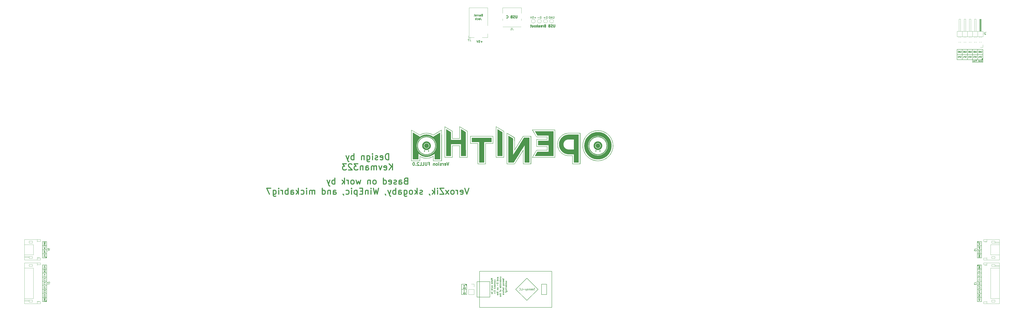
<source format=gbr>
G04 #@! TF.GenerationSoftware,KiCad,Pcbnew,(5.1.7)-1*
G04 #@! TF.CreationDate,2021-02-18T19:39:08-05:00*
G04 #@! TF.ProjectId,OpeNITHM-full,4f70654e-4954-4484-9d2d-66756c6c2e6b,rev?*
G04 #@! TF.SameCoordinates,Original*
G04 #@! TF.FileFunction,Legend,Bot*
G04 #@! TF.FilePolarity,Positive*
%FSLAX46Y46*%
G04 Gerber Fmt 4.6, Leading zero omitted, Abs format (unit mm)*
G04 Created by KiCad (PCBNEW (5.1.7)-1) date 2021-02-18 19:39:08*
%MOMM*%
%LPD*%
G01*
G04 APERTURE LIST*
%ADD10C,0.500000*%
%ADD11C,0.375000*%
%ADD12C,0.200000*%
%ADD13C,0.150000*%
%ADD14C,0.250000*%
%ADD15C,0.300000*%
%ADD16C,0.120000*%
%ADD17C,0.010000*%
G04 APERTURE END LIST*
D10*
X87357142Y-77222142D02*
X87357142Y-74222142D01*
X86642857Y-74222142D01*
X86214285Y-74365000D01*
X85928571Y-74650714D01*
X85785714Y-74936428D01*
X85642857Y-75507857D01*
X85642857Y-75936428D01*
X85785714Y-76507857D01*
X85928571Y-76793571D01*
X86214285Y-77079285D01*
X86642857Y-77222142D01*
X87357142Y-77222142D01*
X83214285Y-77079285D02*
X83500000Y-77222142D01*
X84071428Y-77222142D01*
X84357142Y-77079285D01*
X84500000Y-76793571D01*
X84500000Y-75650714D01*
X84357142Y-75365000D01*
X84071428Y-75222142D01*
X83500000Y-75222142D01*
X83214285Y-75365000D01*
X83071428Y-75650714D01*
X83071428Y-75936428D01*
X84500000Y-76222142D01*
X81928571Y-77079285D02*
X81642857Y-77222142D01*
X81071428Y-77222142D01*
X80785714Y-77079285D01*
X80642857Y-76793571D01*
X80642857Y-76650714D01*
X80785714Y-76365000D01*
X81071428Y-76222142D01*
X81500000Y-76222142D01*
X81785714Y-76079285D01*
X81928571Y-75793571D01*
X81928571Y-75650714D01*
X81785714Y-75365000D01*
X81500000Y-75222142D01*
X81071428Y-75222142D01*
X80785714Y-75365000D01*
X79357142Y-77222142D02*
X79357142Y-75222142D01*
X79357142Y-74222142D02*
X79500000Y-74365000D01*
X79357142Y-74507857D01*
X79214285Y-74365000D01*
X79357142Y-74222142D01*
X79357142Y-74507857D01*
X76642857Y-75222142D02*
X76642857Y-77650714D01*
X76785714Y-77936428D01*
X76928571Y-78079285D01*
X77214285Y-78222142D01*
X77642857Y-78222142D01*
X77928571Y-78079285D01*
X76642857Y-77079285D02*
X76928571Y-77222142D01*
X77500000Y-77222142D01*
X77785714Y-77079285D01*
X77928571Y-76936428D01*
X78071428Y-76650714D01*
X78071428Y-75793571D01*
X77928571Y-75507857D01*
X77785714Y-75365000D01*
X77500000Y-75222142D01*
X76928571Y-75222142D01*
X76642857Y-75365000D01*
X75214285Y-75222142D02*
X75214285Y-77222142D01*
X75214285Y-75507857D02*
X75071428Y-75365000D01*
X74785714Y-75222142D01*
X74357142Y-75222142D01*
X74071428Y-75365000D01*
X73928571Y-75650714D01*
X73928571Y-77222142D01*
X70214285Y-77222142D02*
X70214285Y-74222142D01*
X70214285Y-75365000D02*
X69928571Y-75222142D01*
X69357142Y-75222142D01*
X69071428Y-75365000D01*
X68928571Y-75507857D01*
X68785714Y-75793571D01*
X68785714Y-76650714D01*
X68928571Y-76936428D01*
X69071428Y-77079285D01*
X69357142Y-77222142D01*
X69928571Y-77222142D01*
X70214285Y-77079285D01*
X67785714Y-75222142D02*
X67071428Y-77222142D01*
X66357142Y-75222142D02*
X67071428Y-77222142D01*
X67357142Y-77936428D01*
X67500000Y-78079285D01*
X67785714Y-78222142D01*
X89214285Y-82222142D02*
X89214285Y-79222142D01*
X87500000Y-82222142D02*
X88785714Y-80507857D01*
X87500000Y-79222142D02*
X89214285Y-80936428D01*
X85071428Y-82079285D02*
X85357142Y-82222142D01*
X85928571Y-82222142D01*
X86214285Y-82079285D01*
X86357142Y-81793571D01*
X86357142Y-80650714D01*
X86214285Y-80365000D01*
X85928571Y-80222142D01*
X85357142Y-80222142D01*
X85071428Y-80365000D01*
X84928571Y-80650714D01*
X84928571Y-80936428D01*
X86357142Y-81222142D01*
X83928571Y-80222142D02*
X83214285Y-82222142D01*
X82500000Y-80222142D01*
X81357142Y-82222142D02*
X81357142Y-80222142D01*
X81357142Y-80507857D02*
X81214285Y-80365000D01*
X80928571Y-80222142D01*
X80500000Y-80222142D01*
X80214285Y-80365000D01*
X80071428Y-80650714D01*
X80071428Y-82222142D01*
X80071428Y-80650714D02*
X79928571Y-80365000D01*
X79642857Y-80222142D01*
X79214285Y-80222142D01*
X78928571Y-80365000D01*
X78785714Y-80650714D01*
X78785714Y-82222142D01*
X76071428Y-82222142D02*
X76071428Y-80650714D01*
X76214285Y-80365000D01*
X76500000Y-80222142D01*
X77071428Y-80222142D01*
X77357142Y-80365000D01*
X76071428Y-82079285D02*
X76357142Y-82222142D01*
X77071428Y-82222142D01*
X77357142Y-82079285D01*
X77500000Y-81793571D01*
X77500000Y-81507857D01*
X77357142Y-81222142D01*
X77071428Y-81079285D01*
X76357142Y-81079285D01*
X76071428Y-80936428D01*
X74642857Y-80222142D02*
X74642857Y-82222142D01*
X74642857Y-80507857D02*
X74500000Y-80365000D01*
X74214285Y-80222142D01*
X73785714Y-80222142D01*
X73500000Y-80365000D01*
X73357142Y-80650714D01*
X73357142Y-82222142D01*
X72214285Y-79222142D02*
X70357142Y-79222142D01*
X71357142Y-80365000D01*
X70928571Y-80365000D01*
X70642857Y-80507857D01*
X70500000Y-80650714D01*
X70357142Y-80936428D01*
X70357142Y-81650714D01*
X70500000Y-81936428D01*
X70642857Y-82079285D01*
X70928571Y-82222142D01*
X71785714Y-82222142D01*
X72071428Y-82079285D01*
X72214285Y-81936428D01*
X69214285Y-79507857D02*
X69071428Y-79365000D01*
X68785714Y-79222142D01*
X68071428Y-79222142D01*
X67785714Y-79365000D01*
X67642857Y-79507857D01*
X67500000Y-79793571D01*
X67500000Y-80079285D01*
X67642857Y-80507857D01*
X69357142Y-82222142D01*
X67500000Y-82222142D01*
X66500000Y-79222142D02*
X64642857Y-79222142D01*
X65642857Y-80365000D01*
X65214285Y-80365000D01*
X64928571Y-80507857D01*
X64785714Y-80650714D01*
X64642857Y-80936428D01*
X64642857Y-81650714D01*
X64785714Y-81936428D01*
X64928571Y-82079285D01*
X65214285Y-82222142D01*
X66071428Y-82222142D01*
X66357142Y-82079285D01*
X66500000Y-81936428D01*
X95714285Y-87650714D02*
X95285714Y-87793571D01*
X95142857Y-87936428D01*
X95000000Y-88222142D01*
X95000000Y-88650714D01*
X95142857Y-88936428D01*
X95285714Y-89079285D01*
X95571428Y-89222142D01*
X96714285Y-89222142D01*
X96714285Y-86222142D01*
X95714285Y-86222142D01*
X95428571Y-86365000D01*
X95285714Y-86507857D01*
X95142857Y-86793571D01*
X95142857Y-87079285D01*
X95285714Y-87365000D01*
X95428571Y-87507857D01*
X95714285Y-87650714D01*
X96714285Y-87650714D01*
X92428571Y-89222142D02*
X92428571Y-87650714D01*
X92571428Y-87365000D01*
X92857142Y-87222142D01*
X93428571Y-87222142D01*
X93714285Y-87365000D01*
X92428571Y-89079285D02*
X92714285Y-89222142D01*
X93428571Y-89222142D01*
X93714285Y-89079285D01*
X93857142Y-88793571D01*
X93857142Y-88507857D01*
X93714285Y-88222142D01*
X93428571Y-88079285D01*
X92714285Y-88079285D01*
X92428571Y-87936428D01*
X91142857Y-89079285D02*
X90857142Y-89222142D01*
X90285714Y-89222142D01*
X90000000Y-89079285D01*
X89857142Y-88793571D01*
X89857142Y-88650714D01*
X90000000Y-88365000D01*
X90285714Y-88222142D01*
X90714285Y-88222142D01*
X91000000Y-88079285D01*
X91142857Y-87793571D01*
X91142857Y-87650714D01*
X91000000Y-87365000D01*
X90714285Y-87222142D01*
X90285714Y-87222142D01*
X90000000Y-87365000D01*
X87428571Y-89079285D02*
X87714285Y-89222142D01*
X88285714Y-89222142D01*
X88571428Y-89079285D01*
X88714285Y-88793571D01*
X88714285Y-87650714D01*
X88571428Y-87365000D01*
X88285714Y-87222142D01*
X87714285Y-87222142D01*
X87428571Y-87365000D01*
X87285714Y-87650714D01*
X87285714Y-87936428D01*
X88714285Y-88222142D01*
X84714285Y-89222142D02*
X84714285Y-86222142D01*
X84714285Y-89079285D02*
X85000000Y-89222142D01*
X85571428Y-89222142D01*
X85857142Y-89079285D01*
X86000000Y-88936428D01*
X86142857Y-88650714D01*
X86142857Y-87793571D01*
X86000000Y-87507857D01*
X85857142Y-87365000D01*
X85571428Y-87222142D01*
X85000000Y-87222142D01*
X84714285Y-87365000D01*
X80571428Y-89222142D02*
X80857142Y-89079285D01*
X81000000Y-88936428D01*
X81142857Y-88650714D01*
X81142857Y-87793571D01*
X81000000Y-87507857D01*
X80857142Y-87365000D01*
X80571428Y-87222142D01*
X80142857Y-87222142D01*
X79857142Y-87365000D01*
X79714285Y-87507857D01*
X79571428Y-87793571D01*
X79571428Y-88650714D01*
X79714285Y-88936428D01*
X79857142Y-89079285D01*
X80142857Y-89222142D01*
X80571428Y-89222142D01*
X78285714Y-87222142D02*
X78285714Y-89222142D01*
X78285714Y-87507857D02*
X78142857Y-87365000D01*
X77857142Y-87222142D01*
X77428571Y-87222142D01*
X77142857Y-87365000D01*
X77000000Y-87650714D01*
X77000000Y-89222142D01*
X73571428Y-87222142D02*
X73000000Y-89222142D01*
X72428571Y-87793571D01*
X71857142Y-89222142D01*
X71285714Y-87222142D01*
X69714285Y-89222142D02*
X70000000Y-89079285D01*
X70142857Y-88936428D01*
X70285714Y-88650714D01*
X70285714Y-87793571D01*
X70142857Y-87507857D01*
X70000000Y-87365000D01*
X69714285Y-87222142D01*
X69285714Y-87222142D01*
X69000000Y-87365000D01*
X68857142Y-87507857D01*
X68714285Y-87793571D01*
X68714285Y-88650714D01*
X68857142Y-88936428D01*
X69000000Y-89079285D01*
X69285714Y-89222142D01*
X69714285Y-89222142D01*
X67428571Y-89222142D02*
X67428571Y-87222142D01*
X67428571Y-87793571D02*
X67285714Y-87507857D01*
X67142857Y-87365000D01*
X66857142Y-87222142D01*
X66571428Y-87222142D01*
X65571428Y-89222142D02*
X65571428Y-86222142D01*
X65285714Y-88079285D02*
X64428571Y-89222142D01*
X64428571Y-87222142D02*
X65571428Y-88365000D01*
X60857142Y-89222142D02*
X60857142Y-86222142D01*
X60857142Y-87365000D02*
X60571428Y-87222142D01*
X60000000Y-87222142D01*
X59714285Y-87365000D01*
X59571428Y-87507857D01*
X59428571Y-87793571D01*
X59428571Y-88650714D01*
X59571428Y-88936428D01*
X59714285Y-89079285D01*
X60000000Y-89222142D01*
X60571428Y-89222142D01*
X60857142Y-89079285D01*
X58428571Y-87222142D02*
X57714285Y-89222142D01*
X57000000Y-87222142D02*
X57714285Y-89222142D01*
X58000000Y-89936428D01*
X58142857Y-90079285D01*
X58428571Y-90222142D01*
X126785714Y-91222142D02*
X125785714Y-94222142D01*
X124785714Y-91222142D01*
X122642857Y-94079285D02*
X122928571Y-94222142D01*
X123500000Y-94222142D01*
X123785714Y-94079285D01*
X123928571Y-93793571D01*
X123928571Y-92650714D01*
X123785714Y-92365000D01*
X123500000Y-92222142D01*
X122928571Y-92222142D01*
X122642857Y-92365000D01*
X122500000Y-92650714D01*
X122500000Y-92936428D01*
X123928571Y-93222142D01*
X121214285Y-94222142D02*
X121214285Y-92222142D01*
X121214285Y-92793571D02*
X121071428Y-92507857D01*
X120928571Y-92365000D01*
X120642857Y-92222142D01*
X120357142Y-92222142D01*
X118928571Y-94222142D02*
X119214285Y-94079285D01*
X119357142Y-93936428D01*
X119500000Y-93650714D01*
X119500000Y-92793571D01*
X119357142Y-92507857D01*
X119214285Y-92365000D01*
X118928571Y-92222142D01*
X118500000Y-92222142D01*
X118214285Y-92365000D01*
X118071428Y-92507857D01*
X117928571Y-92793571D01*
X117928571Y-93650714D01*
X118071428Y-93936428D01*
X118214285Y-94079285D01*
X118500000Y-94222142D01*
X118928571Y-94222142D01*
X116928571Y-94222142D02*
X115357142Y-92222142D01*
X116928571Y-92222142D02*
X115357142Y-94222142D01*
X114500000Y-91222142D02*
X112500000Y-91222142D01*
X114500000Y-94222142D01*
X112500000Y-94222142D01*
X111357142Y-94222142D02*
X111357142Y-92222142D01*
X111357142Y-91222142D02*
X111500000Y-91365000D01*
X111357142Y-91507857D01*
X111214285Y-91365000D01*
X111357142Y-91222142D01*
X111357142Y-91507857D01*
X109928571Y-94222142D02*
X109928571Y-91222142D01*
X109642857Y-93079285D02*
X108785714Y-94222142D01*
X108785714Y-92222142D02*
X109928571Y-93365000D01*
X107357142Y-94079285D02*
X107357142Y-94222142D01*
X107500000Y-94507857D01*
X107642857Y-94650714D01*
X103928571Y-94079285D02*
X103642857Y-94222142D01*
X103071428Y-94222142D01*
X102785714Y-94079285D01*
X102642857Y-93793571D01*
X102642857Y-93650714D01*
X102785714Y-93365000D01*
X103071428Y-93222142D01*
X103500000Y-93222142D01*
X103785714Y-93079285D01*
X103928571Y-92793571D01*
X103928571Y-92650714D01*
X103785714Y-92365000D01*
X103500000Y-92222142D01*
X103071428Y-92222142D01*
X102785714Y-92365000D01*
X101357142Y-94222142D02*
X101357142Y-91222142D01*
X101071428Y-93079285D02*
X100214285Y-94222142D01*
X100214285Y-92222142D02*
X101357142Y-93365000D01*
X98499999Y-94222142D02*
X98785714Y-94079285D01*
X98928571Y-93936428D01*
X99071428Y-93650714D01*
X99071428Y-92793571D01*
X98928571Y-92507857D01*
X98785714Y-92365000D01*
X98499999Y-92222142D01*
X98071428Y-92222142D01*
X97785714Y-92365000D01*
X97642857Y-92507857D01*
X97499999Y-92793571D01*
X97499999Y-93650714D01*
X97642857Y-93936428D01*
X97785714Y-94079285D01*
X98071428Y-94222142D01*
X98499999Y-94222142D01*
X94928571Y-92222142D02*
X94928571Y-94650714D01*
X95071428Y-94936428D01*
X95214285Y-95079285D01*
X95499999Y-95222142D01*
X95928571Y-95222142D01*
X96214285Y-95079285D01*
X94928571Y-94079285D02*
X95214285Y-94222142D01*
X95785714Y-94222142D01*
X96071428Y-94079285D01*
X96214285Y-93936428D01*
X96357142Y-93650714D01*
X96357142Y-92793571D01*
X96214285Y-92507857D01*
X96071428Y-92365000D01*
X95785714Y-92222142D01*
X95214285Y-92222142D01*
X94928571Y-92365000D01*
X92214285Y-94222142D02*
X92214285Y-92650714D01*
X92357142Y-92365000D01*
X92642857Y-92222142D01*
X93214285Y-92222142D01*
X93499999Y-92365000D01*
X92214285Y-94079285D02*
X92499999Y-94222142D01*
X93214285Y-94222142D01*
X93499999Y-94079285D01*
X93642857Y-93793571D01*
X93642857Y-93507857D01*
X93499999Y-93222142D01*
X93214285Y-93079285D01*
X92499999Y-93079285D01*
X92214285Y-92936428D01*
X90785714Y-94222142D02*
X90785714Y-91222142D01*
X90785714Y-92365000D02*
X90499999Y-92222142D01*
X89928571Y-92222142D01*
X89642857Y-92365000D01*
X89499999Y-92507857D01*
X89357142Y-92793571D01*
X89357142Y-93650714D01*
X89499999Y-93936428D01*
X89642857Y-94079285D01*
X89928571Y-94222142D01*
X90499999Y-94222142D01*
X90785714Y-94079285D01*
X88357142Y-92222142D02*
X87642857Y-94222142D01*
X86928571Y-92222142D02*
X87642857Y-94222142D01*
X87928571Y-94936428D01*
X88071428Y-95079285D01*
X88357142Y-95222142D01*
X85642857Y-94079285D02*
X85642857Y-94222142D01*
X85785714Y-94507857D01*
X85928571Y-94650714D01*
X82357142Y-91222142D02*
X81642857Y-94222142D01*
X81071428Y-92079285D01*
X80499999Y-94222142D01*
X79785714Y-91222142D01*
X78642857Y-94222142D02*
X78642857Y-92222142D01*
X78642857Y-91222142D02*
X78785714Y-91365000D01*
X78642857Y-91507857D01*
X78499999Y-91365000D01*
X78642857Y-91222142D01*
X78642857Y-91507857D01*
X77214285Y-92222142D02*
X77214285Y-94222142D01*
X77214285Y-92507857D02*
X77071428Y-92365000D01*
X76785714Y-92222142D01*
X76357142Y-92222142D01*
X76071428Y-92365000D01*
X75928571Y-92650714D01*
X75928571Y-94222142D01*
X74499999Y-92650714D02*
X73499999Y-92650714D01*
X73071428Y-94222142D02*
X74499999Y-94222142D01*
X74499999Y-91222142D01*
X73071428Y-91222142D01*
X71785714Y-92222142D02*
X71785714Y-95222142D01*
X71785714Y-92365000D02*
X71499999Y-92222142D01*
X70928571Y-92222142D01*
X70642857Y-92365000D01*
X70499999Y-92507857D01*
X70357142Y-92793571D01*
X70357142Y-93650714D01*
X70499999Y-93936428D01*
X70642857Y-94079285D01*
X70928571Y-94222142D01*
X71499999Y-94222142D01*
X71785714Y-94079285D01*
X69071428Y-94222142D02*
X69071428Y-92222142D01*
X69071428Y-91222142D02*
X69214285Y-91365000D01*
X69071428Y-91507857D01*
X68928571Y-91365000D01*
X69071428Y-91222142D01*
X69071428Y-91507857D01*
X66357142Y-94079285D02*
X66642857Y-94222142D01*
X67214285Y-94222142D01*
X67499999Y-94079285D01*
X67642857Y-93936428D01*
X67785714Y-93650714D01*
X67785714Y-92793571D01*
X67642857Y-92507857D01*
X67499999Y-92365000D01*
X67214285Y-92222142D01*
X66642857Y-92222142D01*
X66357142Y-92365000D01*
X64928571Y-94079285D02*
X64928571Y-94222142D01*
X65071428Y-94507857D01*
X65214285Y-94650714D01*
X60071428Y-94222142D02*
X60071428Y-92650714D01*
X60214285Y-92365000D01*
X60499999Y-92222142D01*
X61071428Y-92222142D01*
X61357142Y-92365000D01*
X60071428Y-94079285D02*
X60357142Y-94222142D01*
X61071428Y-94222142D01*
X61357142Y-94079285D01*
X61499999Y-93793571D01*
X61499999Y-93507857D01*
X61357142Y-93222142D01*
X61071428Y-93079285D01*
X60357142Y-93079285D01*
X60071428Y-92936428D01*
X58642857Y-92222142D02*
X58642857Y-94222142D01*
X58642857Y-92507857D02*
X58499999Y-92365000D01*
X58214285Y-92222142D01*
X57785714Y-92222142D01*
X57499999Y-92365000D01*
X57357142Y-92650714D01*
X57357142Y-94222142D01*
X54642857Y-94222142D02*
X54642857Y-91222142D01*
X54642857Y-94079285D02*
X54928571Y-94222142D01*
X55499999Y-94222142D01*
X55785714Y-94079285D01*
X55928571Y-93936428D01*
X56071428Y-93650714D01*
X56071428Y-92793571D01*
X55928571Y-92507857D01*
X55785714Y-92365000D01*
X55499999Y-92222142D01*
X54928571Y-92222142D01*
X54642857Y-92365000D01*
X50928571Y-94222142D02*
X50928571Y-92222142D01*
X50928571Y-92507857D02*
X50785714Y-92365000D01*
X50499999Y-92222142D01*
X50071428Y-92222142D01*
X49785714Y-92365000D01*
X49642857Y-92650714D01*
X49642857Y-94222142D01*
X49642857Y-92650714D02*
X49499999Y-92365000D01*
X49214285Y-92222142D01*
X48785714Y-92222142D01*
X48499999Y-92365000D01*
X48357142Y-92650714D01*
X48357142Y-94222142D01*
X46928571Y-94222142D02*
X46928571Y-92222142D01*
X46928571Y-91222142D02*
X47071428Y-91365000D01*
X46928571Y-91507857D01*
X46785714Y-91365000D01*
X46928571Y-91222142D01*
X46928571Y-91507857D01*
X44214285Y-94079285D02*
X44499999Y-94222142D01*
X45071428Y-94222142D01*
X45357142Y-94079285D01*
X45499999Y-93936428D01*
X45642857Y-93650714D01*
X45642857Y-92793571D01*
X45499999Y-92507857D01*
X45357142Y-92365000D01*
X45071428Y-92222142D01*
X44499999Y-92222142D01*
X44214285Y-92365000D01*
X42928571Y-94222142D02*
X42928571Y-91222142D01*
X42642857Y-93079285D02*
X41785714Y-94222142D01*
X41785714Y-92222142D02*
X42928571Y-93365000D01*
X39214285Y-94222142D02*
X39214285Y-92650714D01*
X39357142Y-92365000D01*
X39642857Y-92222142D01*
X40214285Y-92222142D01*
X40499999Y-92365000D01*
X39214285Y-94079285D02*
X39499999Y-94222142D01*
X40214285Y-94222142D01*
X40499999Y-94079285D01*
X40642857Y-93793571D01*
X40642857Y-93507857D01*
X40499999Y-93222142D01*
X40214285Y-93079285D01*
X39499999Y-93079285D01*
X39214285Y-92936428D01*
X37785714Y-94222142D02*
X37785714Y-91222142D01*
X37785714Y-92365000D02*
X37499999Y-92222142D01*
X36928571Y-92222142D01*
X36642857Y-92365000D01*
X36499999Y-92507857D01*
X36357142Y-92793571D01*
X36357142Y-93650714D01*
X36499999Y-93936428D01*
X36642857Y-94079285D01*
X36928571Y-94222142D01*
X37499999Y-94222142D01*
X37785714Y-94079285D01*
X35071428Y-94222142D02*
X35071428Y-92222142D01*
X35071428Y-92793571D02*
X34928571Y-92507857D01*
X34785714Y-92365000D01*
X34499999Y-92222142D01*
X34214285Y-92222142D01*
X33214285Y-94222142D02*
X33214285Y-92222142D01*
X33214285Y-91222142D02*
X33357142Y-91365000D01*
X33214285Y-91507857D01*
X33071428Y-91365000D01*
X33214285Y-91222142D01*
X33214285Y-91507857D01*
X30499999Y-92222142D02*
X30499999Y-94650714D01*
X30642857Y-94936428D01*
X30785714Y-95079285D01*
X31071428Y-95222142D01*
X31499999Y-95222142D01*
X31785714Y-95079285D01*
X30499999Y-94079285D02*
X30785714Y-94222142D01*
X31357142Y-94222142D01*
X31642857Y-94079285D01*
X31785714Y-93936428D01*
X31928571Y-93650714D01*
X31928571Y-92793571D01*
X31785714Y-92507857D01*
X31642857Y-92365000D01*
X31357142Y-92222142D01*
X30785714Y-92222142D01*
X30499999Y-92365000D01*
X29357142Y-91222142D02*
X27357142Y-91222142D01*
X28642857Y-94222142D01*
D11*
X116928571Y-78543571D02*
X116428571Y-80043571D01*
X115928571Y-78543571D01*
X114857142Y-79972142D02*
X115000000Y-80043571D01*
X115285714Y-80043571D01*
X115428571Y-79972142D01*
X115500000Y-79829285D01*
X115500000Y-79257857D01*
X115428571Y-79115000D01*
X115285714Y-79043571D01*
X115000000Y-79043571D01*
X114857142Y-79115000D01*
X114785714Y-79257857D01*
X114785714Y-79400714D01*
X115500000Y-79543571D01*
X114142857Y-80043571D02*
X114142857Y-79043571D01*
X114142857Y-79329285D02*
X114071428Y-79186428D01*
X114000000Y-79115000D01*
X113857142Y-79043571D01*
X113714285Y-79043571D01*
X113285714Y-79972142D02*
X113142857Y-80043571D01*
X112857142Y-80043571D01*
X112714285Y-79972142D01*
X112642857Y-79829285D01*
X112642857Y-79757857D01*
X112714285Y-79615000D01*
X112857142Y-79543571D01*
X113071428Y-79543571D01*
X113214285Y-79472142D01*
X113285714Y-79329285D01*
X113285714Y-79257857D01*
X113214285Y-79115000D01*
X113071428Y-79043571D01*
X112857142Y-79043571D01*
X112714285Y-79115000D01*
X112000000Y-80043571D02*
X112000000Y-79043571D01*
X112000000Y-78543571D02*
X112071428Y-78615000D01*
X112000000Y-78686428D01*
X111928571Y-78615000D01*
X112000000Y-78543571D01*
X112000000Y-78686428D01*
X111071428Y-80043571D02*
X111214285Y-79972142D01*
X111285714Y-79900714D01*
X111357142Y-79757857D01*
X111357142Y-79329285D01*
X111285714Y-79186428D01*
X111214285Y-79115000D01*
X111071428Y-79043571D01*
X110857142Y-79043571D01*
X110714285Y-79115000D01*
X110642857Y-79186428D01*
X110571428Y-79329285D01*
X110571428Y-79757857D01*
X110642857Y-79900714D01*
X110714285Y-79972142D01*
X110857142Y-80043571D01*
X111071428Y-80043571D01*
X109928571Y-79043571D02*
X109928571Y-80043571D01*
X109928571Y-79186428D02*
X109857142Y-79115000D01*
X109714285Y-79043571D01*
X109500000Y-79043571D01*
X109357142Y-79115000D01*
X109285714Y-79257857D01*
X109285714Y-80043571D01*
X106928571Y-79257857D02*
X107428571Y-79257857D01*
X107428571Y-80043571D02*
X107428571Y-78543571D01*
X106714285Y-78543571D01*
X106142857Y-78543571D02*
X106142857Y-79757857D01*
X106071428Y-79900714D01*
X106000000Y-79972142D01*
X105857142Y-80043571D01*
X105571428Y-80043571D01*
X105428571Y-79972142D01*
X105357142Y-79900714D01*
X105285714Y-79757857D01*
X105285714Y-78543571D01*
X103857142Y-80043571D02*
X104571428Y-80043571D01*
X104571428Y-78543571D01*
X102642857Y-80043571D02*
X103357142Y-80043571D01*
X103357142Y-78543571D01*
X102214285Y-78686428D02*
X102142857Y-78615000D01*
X102000000Y-78543571D01*
X101642857Y-78543571D01*
X101500000Y-78615000D01*
X101428571Y-78686428D01*
X101357142Y-78829285D01*
X101357142Y-78972142D01*
X101428571Y-79186428D01*
X102285714Y-80043571D01*
X101357142Y-80043571D01*
X100714285Y-79900714D02*
X100642857Y-79972142D01*
X100714285Y-80043571D01*
X100785714Y-79972142D01*
X100714285Y-79900714D01*
X100714285Y-80043571D01*
X99714285Y-78543571D02*
X99571428Y-78543571D01*
X99428571Y-78615000D01*
X99357142Y-78686428D01*
X99285714Y-78829285D01*
X99214285Y-79115000D01*
X99214285Y-79472142D01*
X99285714Y-79757857D01*
X99357142Y-79900714D01*
X99428571Y-79972142D01*
X99571428Y-80043571D01*
X99714285Y-80043571D01*
X99857142Y-79972142D01*
X99928571Y-79900714D01*
X100000000Y-79757857D01*
X100071428Y-79472142D01*
X100071428Y-79115000D01*
X100000000Y-78829285D01*
X99928571Y-78686428D01*
X99857142Y-78615000D01*
X99714285Y-78543571D01*
D12*
X379730000Y-27178000D02*
X379222000Y-27940000D01*
X379730000Y-27432000D02*
X379476000Y-27940000D01*
X378968000Y-27940000D02*
X379730000Y-27178000D01*
X379222000Y-27940000D02*
X379730000Y-27432000D01*
X138466904Y-135623809D02*
X137666904Y-135623809D01*
X138238333Y-135890476D01*
X137666904Y-136157142D01*
X138466904Y-136157142D01*
X138466904Y-136880952D02*
X138047857Y-136880952D01*
X137971666Y-136842857D01*
X137933571Y-136766666D01*
X137933571Y-136614285D01*
X137971666Y-136538095D01*
X138428809Y-136880952D02*
X138466904Y-136804761D01*
X138466904Y-136614285D01*
X138428809Y-136538095D01*
X138352619Y-136500000D01*
X138276428Y-136500000D01*
X138200238Y-136538095D01*
X138162142Y-136614285D01*
X138162142Y-136804761D01*
X138124047Y-136880952D01*
X138466904Y-137261904D02*
X137666904Y-137261904D01*
X138162142Y-137338095D02*
X138466904Y-137566666D01*
X137933571Y-137566666D02*
X138238333Y-137261904D01*
X138428809Y-138214285D02*
X138466904Y-138138095D01*
X138466904Y-137985714D01*
X138428809Y-137909523D01*
X138352619Y-137871428D01*
X138047857Y-137871428D01*
X137971666Y-137909523D01*
X137933571Y-137985714D01*
X137933571Y-138138095D01*
X137971666Y-138214285D01*
X138047857Y-138252380D01*
X138124047Y-138252380D01*
X138200238Y-137871428D01*
X138428809Y-139166666D02*
X138466904Y-139242857D01*
X138466904Y-139395238D01*
X138428809Y-139471428D01*
X138352619Y-139509523D01*
X138314523Y-139509523D01*
X138238333Y-139471428D01*
X138200238Y-139395238D01*
X138200238Y-139280952D01*
X138162142Y-139204761D01*
X138085952Y-139166666D01*
X138047857Y-139166666D01*
X137971666Y-139204761D01*
X137933571Y-139280952D01*
X137933571Y-139395238D01*
X137971666Y-139471428D01*
X137933571Y-140195238D02*
X138466904Y-140195238D01*
X137933571Y-139852380D02*
X138352619Y-139852380D01*
X138428809Y-139890476D01*
X138466904Y-139966666D01*
X138466904Y-140080952D01*
X138428809Y-140157142D01*
X138390714Y-140195238D01*
X138466904Y-140576190D02*
X137933571Y-140576190D01*
X138085952Y-140576190D02*
X138009761Y-140614285D01*
X137971666Y-140652380D01*
X137933571Y-140728571D01*
X137933571Y-140804761D01*
X138428809Y-141376190D02*
X138466904Y-141300000D01*
X138466904Y-141147619D01*
X138428809Y-141071428D01*
X138352619Y-141033333D01*
X138047857Y-141033333D01*
X137971666Y-141071428D01*
X137933571Y-141147619D01*
X137933571Y-141300000D01*
X137971666Y-141376190D01*
X138047857Y-141414285D01*
X138124047Y-141414285D01*
X138200238Y-141033333D01*
X137933571Y-142252380D02*
X137933571Y-142557142D01*
X137666904Y-142366666D02*
X138352619Y-142366666D01*
X138428809Y-142404761D01*
X138466904Y-142480952D01*
X138466904Y-142557142D01*
X138466904Y-142938095D02*
X138428809Y-142861904D01*
X138390714Y-142823809D01*
X138314523Y-142785714D01*
X138085952Y-142785714D01*
X138009761Y-142823809D01*
X137971666Y-142861904D01*
X137933571Y-142938095D01*
X137933571Y-143052380D01*
X137971666Y-143128571D01*
X138009761Y-143166666D01*
X138085952Y-143204761D01*
X138314523Y-143204761D01*
X138390714Y-143166666D01*
X138428809Y-143128571D01*
X138466904Y-143052380D01*
X138466904Y-142938095D01*
X139828809Y-136690476D02*
X139866904Y-136614285D01*
X139866904Y-136461904D01*
X139828809Y-136385714D01*
X139790714Y-136347619D01*
X139714523Y-136309523D01*
X139485952Y-136309523D01*
X139409761Y-136347619D01*
X139371666Y-136385714D01*
X139333571Y-136461904D01*
X139333571Y-136614285D01*
X139371666Y-136690476D01*
X139866904Y-137147619D02*
X139828809Y-137071428D01*
X139790714Y-137033333D01*
X139714523Y-136995238D01*
X139485952Y-136995238D01*
X139409761Y-137033333D01*
X139371666Y-137071428D01*
X139333571Y-137147619D01*
X139333571Y-137261904D01*
X139371666Y-137338095D01*
X139409761Y-137376190D01*
X139485952Y-137414285D01*
X139714523Y-137414285D01*
X139790714Y-137376190D01*
X139828809Y-137338095D01*
X139866904Y-137261904D01*
X139866904Y-137147619D01*
X139333571Y-137757142D02*
X139866904Y-137757142D01*
X139409761Y-137757142D02*
X139371666Y-137795238D01*
X139333571Y-137871428D01*
X139333571Y-137985714D01*
X139371666Y-138061904D01*
X139447857Y-138100000D01*
X139866904Y-138100000D01*
X139333571Y-138480952D02*
X139866904Y-138480952D01*
X139409761Y-138480952D02*
X139371666Y-138519047D01*
X139333571Y-138595238D01*
X139333571Y-138709523D01*
X139371666Y-138785714D01*
X139447857Y-138823809D01*
X139866904Y-138823809D01*
X139828809Y-139509523D02*
X139866904Y-139433333D01*
X139866904Y-139280952D01*
X139828809Y-139204761D01*
X139752619Y-139166666D01*
X139447857Y-139166666D01*
X139371666Y-139204761D01*
X139333571Y-139280952D01*
X139333571Y-139433333D01*
X139371666Y-139509523D01*
X139447857Y-139547619D01*
X139524047Y-139547619D01*
X139600238Y-139166666D01*
X139828809Y-140233333D02*
X139866904Y-140157142D01*
X139866904Y-140004761D01*
X139828809Y-139928571D01*
X139790714Y-139890476D01*
X139714523Y-139852380D01*
X139485952Y-139852380D01*
X139409761Y-139890476D01*
X139371666Y-139928571D01*
X139333571Y-140004761D01*
X139333571Y-140157142D01*
X139371666Y-140233333D01*
X139333571Y-140461904D02*
X139333571Y-140766666D01*
X139066904Y-140576190D02*
X139752619Y-140576190D01*
X139828809Y-140614285D01*
X139866904Y-140690476D01*
X139866904Y-140766666D01*
X139866904Y-141642857D02*
X139066904Y-141642857D01*
X139066904Y-141833333D01*
X139105000Y-141947619D01*
X139181190Y-142023809D01*
X139257380Y-142061904D01*
X139409761Y-142100000D01*
X139524047Y-142100000D01*
X139676428Y-142061904D01*
X139752619Y-142023809D01*
X139828809Y-141947619D01*
X139866904Y-141833333D01*
X139866904Y-141642857D01*
X139562142Y-142442857D02*
X139562142Y-143052380D01*
X139866904Y-142747619D02*
X139257380Y-142747619D01*
X141266904Y-135376190D02*
X140847857Y-135376190D01*
X140771666Y-135338095D01*
X140733571Y-135261904D01*
X140733571Y-135109523D01*
X140771666Y-135033333D01*
X141228809Y-135376190D02*
X141266904Y-135300000D01*
X141266904Y-135109523D01*
X141228809Y-135033333D01*
X141152619Y-134995238D01*
X141076428Y-134995238D01*
X141000238Y-135033333D01*
X140962142Y-135109523D01*
X140962142Y-135300000D01*
X140924047Y-135376190D01*
X140733571Y-135757142D02*
X141266904Y-135757142D01*
X140809761Y-135757142D02*
X140771666Y-135795238D01*
X140733571Y-135871428D01*
X140733571Y-135985714D01*
X140771666Y-136061904D01*
X140847857Y-136100000D01*
X141266904Y-136100000D01*
X141266904Y-136823809D02*
X140466904Y-136823809D01*
X141228809Y-136823809D02*
X141266904Y-136747619D01*
X141266904Y-136595238D01*
X141228809Y-136519047D01*
X141190714Y-136480952D01*
X141114523Y-136442857D01*
X140885952Y-136442857D01*
X140809761Y-136480952D01*
X140771666Y-136519047D01*
X140733571Y-136595238D01*
X140733571Y-136747619D01*
X140771666Y-136823809D01*
X141266904Y-137814285D02*
X140466904Y-137814285D01*
X140466904Y-138004761D01*
X140505000Y-138119047D01*
X140581190Y-138195238D01*
X140657380Y-138233333D01*
X140809761Y-138271428D01*
X140924047Y-138271428D01*
X141076428Y-138233333D01*
X141152619Y-138195238D01*
X141228809Y-138119047D01*
X141266904Y-138004761D01*
X141266904Y-137814285D01*
X140962142Y-138614285D02*
X140962142Y-139223809D01*
X141266904Y-140328571D02*
X141228809Y-140252380D01*
X141190714Y-140214285D01*
X141114523Y-140176190D01*
X140885952Y-140176190D01*
X140809761Y-140214285D01*
X140771666Y-140252380D01*
X140733571Y-140328571D01*
X140733571Y-140442857D01*
X140771666Y-140519047D01*
X140809761Y-140557142D01*
X140885952Y-140595238D01*
X141114523Y-140595238D01*
X141190714Y-140557142D01*
X141228809Y-140519047D01*
X141266904Y-140442857D01*
X141266904Y-140328571D01*
X140733571Y-140938095D02*
X141266904Y-140938095D01*
X140809761Y-140938095D02*
X140771666Y-140976190D01*
X140733571Y-141052380D01*
X140733571Y-141166666D01*
X140771666Y-141242857D01*
X140847857Y-141280952D01*
X141266904Y-141280952D01*
X140733571Y-142157142D02*
X140733571Y-142461904D01*
X140466904Y-142271428D02*
X141152619Y-142271428D01*
X141228809Y-142309523D01*
X141266904Y-142385714D01*
X141266904Y-142461904D01*
X141266904Y-142728571D02*
X140466904Y-142728571D01*
X141266904Y-143071428D02*
X140847857Y-143071428D01*
X140771666Y-143033333D01*
X140733571Y-142957142D01*
X140733571Y-142842857D01*
X140771666Y-142766666D01*
X140809761Y-142728571D01*
X141228809Y-143757142D02*
X141266904Y-143680952D01*
X141266904Y-143528571D01*
X141228809Y-143452380D01*
X141152619Y-143414285D01*
X140847857Y-143414285D01*
X140771666Y-143452380D01*
X140733571Y-143528571D01*
X140733571Y-143680952D01*
X140771666Y-143757142D01*
X140847857Y-143795238D01*
X140924047Y-143795238D01*
X141000238Y-143414285D01*
X142133571Y-135204761D02*
X142666904Y-135204761D01*
X142133571Y-134861904D02*
X142552619Y-134861904D01*
X142628809Y-134900000D01*
X142666904Y-134976190D01*
X142666904Y-135090476D01*
X142628809Y-135166666D01*
X142590714Y-135204761D01*
X142133571Y-135585714D02*
X142666904Y-135585714D01*
X142209761Y-135585714D02*
X142171666Y-135623809D01*
X142133571Y-135700000D01*
X142133571Y-135814285D01*
X142171666Y-135890476D01*
X142247857Y-135928571D01*
X142666904Y-135928571D01*
X142666904Y-136652380D02*
X141866904Y-136652380D01*
X142628809Y-136652380D02*
X142666904Y-136576190D01*
X142666904Y-136423809D01*
X142628809Y-136347619D01*
X142590714Y-136309523D01*
X142514523Y-136271428D01*
X142285952Y-136271428D01*
X142209761Y-136309523D01*
X142171666Y-136347619D01*
X142133571Y-136423809D01*
X142133571Y-136576190D01*
X142171666Y-136652380D01*
X142628809Y-137338095D02*
X142666904Y-137261904D01*
X142666904Y-137109523D01*
X142628809Y-137033333D01*
X142552619Y-136995238D01*
X142247857Y-136995238D01*
X142171666Y-137033333D01*
X142133571Y-137109523D01*
X142133571Y-137261904D01*
X142171666Y-137338095D01*
X142247857Y-137376190D01*
X142324047Y-137376190D01*
X142400238Y-136995238D01*
X142666904Y-137719047D02*
X142133571Y-137719047D01*
X142285952Y-137719047D02*
X142209761Y-137757142D01*
X142171666Y-137795238D01*
X142133571Y-137871428D01*
X142133571Y-137947619D01*
X142628809Y-138176190D02*
X142666904Y-138252380D01*
X142666904Y-138404761D01*
X142628809Y-138480952D01*
X142552619Y-138519047D01*
X142514523Y-138519047D01*
X142438333Y-138480952D01*
X142400238Y-138404761D01*
X142400238Y-138290476D01*
X142362142Y-138214285D01*
X142285952Y-138176190D01*
X142247857Y-138176190D01*
X142171666Y-138214285D01*
X142133571Y-138290476D01*
X142133571Y-138404761D01*
X142171666Y-138480952D01*
X142666904Y-138861904D02*
X142133571Y-138861904D01*
X141866904Y-138861904D02*
X141905000Y-138823809D01*
X141943095Y-138861904D01*
X141905000Y-138900000D01*
X141866904Y-138861904D01*
X141943095Y-138861904D01*
X142666904Y-139585714D02*
X141866904Y-139585714D01*
X142628809Y-139585714D02*
X142666904Y-139509523D01*
X142666904Y-139357142D01*
X142628809Y-139280952D01*
X142590714Y-139242857D01*
X142514523Y-139204761D01*
X142285952Y-139204761D01*
X142209761Y-139242857D01*
X142171666Y-139280952D01*
X142133571Y-139357142D01*
X142133571Y-139509523D01*
X142171666Y-139585714D01*
X142628809Y-140271428D02*
X142666904Y-140195238D01*
X142666904Y-140042857D01*
X142628809Y-139966666D01*
X142552619Y-139928571D01*
X142247857Y-139928571D01*
X142171666Y-139966666D01*
X142133571Y-140042857D01*
X142133571Y-140195238D01*
X142171666Y-140271428D01*
X142247857Y-140309523D01*
X142324047Y-140309523D01*
X142400238Y-139928571D01*
X142666904Y-141376190D02*
X142628809Y-141300000D01*
X142590714Y-141261904D01*
X142514523Y-141223809D01*
X142285952Y-141223809D01*
X142209761Y-141261904D01*
X142171666Y-141300000D01*
X142133571Y-141376190D01*
X142133571Y-141490476D01*
X142171666Y-141566666D01*
X142209761Y-141604761D01*
X142285952Y-141642857D01*
X142514523Y-141642857D01*
X142590714Y-141604761D01*
X142628809Y-141566666D01*
X142666904Y-141490476D01*
X142666904Y-141376190D01*
X142133571Y-141871428D02*
X142133571Y-142176190D01*
X142666904Y-141985714D02*
X141981190Y-141985714D01*
X141905000Y-142023809D01*
X141866904Y-142100000D01*
X141866904Y-142176190D01*
X142133571Y-142938095D02*
X142133571Y-143242857D01*
X141866904Y-143052380D02*
X142552619Y-143052380D01*
X142628809Y-143090476D01*
X142666904Y-143166666D01*
X142666904Y-143242857D01*
X142666904Y-143509523D02*
X141866904Y-143509523D01*
X142666904Y-143852380D02*
X142247857Y-143852380D01*
X142171666Y-143814285D01*
X142133571Y-143738095D01*
X142133571Y-143623809D01*
X142171666Y-143547619D01*
X142209761Y-143509523D01*
X142628809Y-144538095D02*
X142666904Y-144461904D01*
X142666904Y-144309523D01*
X142628809Y-144233333D01*
X142552619Y-144195238D01*
X142247857Y-144195238D01*
X142171666Y-144233333D01*
X142133571Y-144309523D01*
X142133571Y-144461904D01*
X142171666Y-144538095D01*
X142247857Y-144576190D01*
X142324047Y-144576190D01*
X142400238Y-144195238D01*
X143533571Y-135680952D02*
X143533571Y-135985714D01*
X143266904Y-135795238D02*
X143952619Y-135795238D01*
X144028809Y-135833333D01*
X144066904Y-135909523D01*
X144066904Y-135985714D01*
X144028809Y-136557142D02*
X144066904Y-136480952D01*
X144066904Y-136328571D01*
X144028809Y-136252380D01*
X143952619Y-136214285D01*
X143647857Y-136214285D01*
X143571666Y-136252380D01*
X143533571Y-136328571D01*
X143533571Y-136480952D01*
X143571666Y-136557142D01*
X143647857Y-136595238D01*
X143724047Y-136595238D01*
X143800238Y-136214285D01*
X144028809Y-137242857D02*
X144066904Y-137166666D01*
X144066904Y-137014285D01*
X144028809Y-136938095D01*
X143952619Y-136900000D01*
X143647857Y-136900000D01*
X143571666Y-136938095D01*
X143533571Y-137014285D01*
X143533571Y-137166666D01*
X143571666Y-137242857D01*
X143647857Y-137280952D01*
X143724047Y-137280952D01*
X143800238Y-136900000D01*
X143533571Y-137623809D02*
X144066904Y-137623809D01*
X143609761Y-137623809D02*
X143571666Y-137661904D01*
X143533571Y-137738095D01*
X143533571Y-137852380D01*
X143571666Y-137928571D01*
X143647857Y-137966666D01*
X144066904Y-137966666D01*
X144028809Y-138309523D02*
X144066904Y-138385714D01*
X144066904Y-138538095D01*
X144028809Y-138614285D01*
X143952619Y-138652380D01*
X143914523Y-138652380D01*
X143838333Y-138614285D01*
X143800238Y-138538095D01*
X143800238Y-138423809D01*
X143762142Y-138347619D01*
X143685952Y-138309523D01*
X143647857Y-138309523D01*
X143571666Y-138347619D01*
X143533571Y-138423809D01*
X143533571Y-138538095D01*
X143571666Y-138614285D01*
X143533571Y-138919047D02*
X144066904Y-139109523D01*
X143533571Y-139300000D02*
X144066904Y-139109523D01*
X144257380Y-139033333D01*
X144295476Y-138995238D01*
X144333571Y-138919047D01*
X144066904Y-140214285D02*
X143266904Y-140214285D01*
X143571666Y-140214285D02*
X143533571Y-140290476D01*
X143533571Y-140442857D01*
X143571666Y-140519047D01*
X143609761Y-140557142D01*
X143685952Y-140595238D01*
X143914523Y-140595238D01*
X143990714Y-140557142D01*
X144028809Y-140519047D01*
X144066904Y-140442857D01*
X144066904Y-140290476D01*
X144028809Y-140214285D01*
X144028809Y-141242857D02*
X144066904Y-141166666D01*
X144066904Y-141014285D01*
X144028809Y-140938095D01*
X143952619Y-140900000D01*
X143647857Y-140900000D01*
X143571666Y-140938095D01*
X143533571Y-141014285D01*
X143533571Y-141166666D01*
X143571666Y-141242857D01*
X143647857Y-141280952D01*
X143724047Y-141280952D01*
X143800238Y-140900000D01*
X143533571Y-141509523D02*
X143533571Y-141814285D01*
X144066904Y-141623809D02*
X143381190Y-141623809D01*
X143305000Y-141661904D01*
X143266904Y-141738095D01*
X143266904Y-141814285D01*
X144066904Y-142195238D02*
X144028809Y-142119047D01*
X143990714Y-142080952D01*
X143914523Y-142042857D01*
X143685952Y-142042857D01*
X143609761Y-142080952D01*
X143571666Y-142119047D01*
X143533571Y-142195238D01*
X143533571Y-142309523D01*
X143571666Y-142385714D01*
X143609761Y-142423809D01*
X143685952Y-142461904D01*
X143914523Y-142461904D01*
X143990714Y-142423809D01*
X144028809Y-142385714D01*
X144066904Y-142309523D01*
X144066904Y-142195238D01*
X144066904Y-142804761D02*
X143533571Y-142804761D01*
X143685952Y-142804761D02*
X143609761Y-142842857D01*
X143571666Y-142880952D01*
X143533571Y-142957142D01*
X143533571Y-143033333D01*
X144028809Y-143604761D02*
X144066904Y-143528571D01*
X144066904Y-143376190D01*
X144028809Y-143300000D01*
X143952619Y-143261904D01*
X143647857Y-143261904D01*
X143571666Y-143300000D01*
X143533571Y-143376190D01*
X143533571Y-143528571D01*
X143571666Y-143604761D01*
X143647857Y-143642857D01*
X143724047Y-143642857D01*
X143800238Y-143261904D01*
X145428809Y-136900000D02*
X145466904Y-136976190D01*
X145466904Y-137128571D01*
X145428809Y-137204761D01*
X145352619Y-137242857D01*
X145314523Y-137242857D01*
X145238333Y-137204761D01*
X145200238Y-137128571D01*
X145200238Y-137014285D01*
X145162142Y-136938095D01*
X145085952Y-136900000D01*
X145047857Y-136900000D01*
X144971666Y-136938095D01*
X144933571Y-137014285D01*
X144933571Y-137128571D01*
X144971666Y-137204761D01*
X145466904Y-137700000D02*
X145428809Y-137623809D01*
X145390714Y-137585714D01*
X145314523Y-137547619D01*
X145085952Y-137547619D01*
X145009761Y-137585714D01*
X144971666Y-137623809D01*
X144933571Y-137700000D01*
X144933571Y-137814285D01*
X144971666Y-137890476D01*
X145009761Y-137928571D01*
X145085952Y-137966666D01*
X145314523Y-137966666D01*
X145390714Y-137928571D01*
X145428809Y-137890476D01*
X145466904Y-137814285D01*
X145466904Y-137700000D01*
X145466904Y-138423809D02*
X145428809Y-138347619D01*
X145352619Y-138309523D01*
X144666904Y-138309523D01*
X145466904Y-139071428D02*
X144666904Y-139071428D01*
X145428809Y-139071428D02*
X145466904Y-138995238D01*
X145466904Y-138842857D01*
X145428809Y-138766666D01*
X145390714Y-138728571D01*
X145314523Y-138690476D01*
X145085952Y-138690476D01*
X145009761Y-138728571D01*
X144971666Y-138766666D01*
X144933571Y-138842857D01*
X144933571Y-138995238D01*
X144971666Y-139071428D01*
X145428809Y-139757142D02*
X145466904Y-139680952D01*
X145466904Y-139528571D01*
X145428809Y-139452380D01*
X145352619Y-139414285D01*
X145047857Y-139414285D01*
X144971666Y-139452380D01*
X144933571Y-139528571D01*
X144933571Y-139680952D01*
X144971666Y-139757142D01*
X145047857Y-139795238D01*
X145124047Y-139795238D01*
X145200238Y-139414285D01*
X145466904Y-140138095D02*
X144933571Y-140138095D01*
X145085952Y-140138095D02*
X145009761Y-140176190D01*
X144971666Y-140214285D01*
X144933571Y-140290476D01*
X144933571Y-140366666D01*
X145466904Y-140633333D02*
X144933571Y-140633333D01*
X144666904Y-140633333D02*
X144705000Y-140595238D01*
X144743095Y-140633333D01*
X144705000Y-140671428D01*
X144666904Y-140633333D01*
X144743095Y-140633333D01*
X144933571Y-141014285D02*
X145466904Y-141014285D01*
X145009761Y-141014285D02*
X144971666Y-141052380D01*
X144933571Y-141128571D01*
X144933571Y-141242857D01*
X144971666Y-141319047D01*
X145047857Y-141357142D01*
X145466904Y-141357142D01*
X144933571Y-142080952D02*
X145581190Y-142080952D01*
X145657380Y-142042857D01*
X145695476Y-142004761D01*
X145733571Y-141928571D01*
X145733571Y-141814285D01*
X145695476Y-141738095D01*
X145428809Y-142080952D02*
X145466904Y-142004761D01*
X145466904Y-141852380D01*
X145428809Y-141776190D01*
X145390714Y-141738095D01*
X145314523Y-141700000D01*
X145085952Y-141700000D01*
X145009761Y-141738095D01*
X144971666Y-141776190D01*
X144933571Y-141852380D01*
X144933571Y-142004761D01*
X144971666Y-142080952D01*
X145390714Y-142461904D02*
X145428809Y-142500000D01*
X145466904Y-142461904D01*
X145428809Y-142423809D01*
X145390714Y-142461904D01*
X145466904Y-142461904D01*
X145162142Y-142461904D02*
X144705000Y-142423809D01*
X144666904Y-142461904D01*
X144705000Y-142500000D01*
X145162142Y-142461904D01*
X144666904Y-142461904D01*
D13*
X124968000Y-138430000D02*
X125730000Y-138684000D01*
X125222000Y-138430000D02*
X125476000Y-138430000D01*
X125730000Y-140970000D02*
X125730000Y-138430000D01*
X125730000Y-138938000D02*
X125222000Y-138430000D01*
X125222000Y-138430000D02*
X125730000Y-139192000D01*
X125730000Y-138430000D02*
X123190000Y-138430000D01*
X123190000Y-143510000D02*
X123190000Y-140970000D01*
X123190000Y-140970000D02*
X125730000Y-140970000D01*
X123190000Y-138430000D02*
X123190000Y-140970000D01*
X125730000Y-143510000D02*
X123190000Y-143510000D01*
D14*
X124049619Y-143120952D02*
X125049619Y-143120952D01*
X125049619Y-142882857D01*
X125002000Y-142740000D01*
X124906761Y-142644761D01*
X124811523Y-142597142D01*
X124621047Y-142549523D01*
X124478190Y-142549523D01*
X124287714Y-142597142D01*
X124192476Y-142644761D01*
X124097238Y-142740000D01*
X124049619Y-142882857D01*
X124049619Y-143120952D01*
X124430571Y-142120952D02*
X124430571Y-141359047D01*
X124049619Y-140580952D02*
X125049619Y-140580952D01*
X125049619Y-140342857D01*
X125002000Y-140200000D01*
X124906761Y-140104761D01*
X124811523Y-140057142D01*
X124621047Y-140009523D01*
X124478190Y-140009523D01*
X124287714Y-140057142D01*
X124192476Y-140104761D01*
X124097238Y-140200000D01*
X124049619Y-140342857D01*
X124049619Y-140580952D01*
X124430571Y-139580952D02*
X124430571Y-138819047D01*
X124049619Y-139200000D02*
X124811523Y-139200000D01*
D13*
X125730000Y-139192000D02*
X125730000Y-138938000D01*
X125730000Y-138938000D02*
X125476000Y-138430000D01*
X125476000Y-138430000D02*
X125730000Y-138684000D01*
X125730000Y-140970000D02*
X125730000Y-143510000D01*
X124968000Y-138430000D02*
X125730000Y-139192000D01*
X125730000Y-138684000D02*
X125222000Y-138430000D01*
D14*
X133365714Y-19121428D02*
X132603809Y-19121428D01*
X132984761Y-19502380D02*
X132984761Y-18740476D01*
X131651428Y-18502380D02*
X132127619Y-18502380D01*
X132175238Y-18978571D01*
X132127619Y-18930952D01*
X132032380Y-18883333D01*
X131794285Y-18883333D01*
X131699047Y-18930952D01*
X131651428Y-18978571D01*
X131603809Y-19073809D01*
X131603809Y-19311904D01*
X131651428Y-19407142D01*
X131699047Y-19454761D01*
X131794285Y-19502380D01*
X132032380Y-19502380D01*
X132127619Y-19454761D01*
X132175238Y-19407142D01*
X131318095Y-18502380D02*
X130984761Y-19502380D01*
X130651428Y-18502380D01*
X133135476Y-6038571D02*
X132992619Y-6086190D01*
X132945000Y-6133809D01*
X132897380Y-6229047D01*
X132897380Y-6371904D01*
X132945000Y-6467142D01*
X132992619Y-6514761D01*
X133087857Y-6562380D01*
X133468809Y-6562380D01*
X133468809Y-5562380D01*
X133135476Y-5562380D01*
X133040238Y-5610000D01*
X132992619Y-5657619D01*
X132945000Y-5752857D01*
X132945000Y-5848095D01*
X132992619Y-5943333D01*
X133040238Y-5990952D01*
X133135476Y-6038571D01*
X133468809Y-6038571D01*
X132040238Y-6562380D02*
X132040238Y-6038571D01*
X132087857Y-5943333D01*
X132183095Y-5895714D01*
X132373571Y-5895714D01*
X132468809Y-5943333D01*
X132040238Y-6514761D02*
X132135476Y-6562380D01*
X132373571Y-6562380D01*
X132468809Y-6514761D01*
X132516428Y-6419523D01*
X132516428Y-6324285D01*
X132468809Y-6229047D01*
X132373571Y-6181428D01*
X132135476Y-6181428D01*
X132040238Y-6133809D01*
X131564047Y-6562380D02*
X131564047Y-5895714D01*
X131564047Y-6086190D02*
X131516428Y-5990952D01*
X131468809Y-5943333D01*
X131373571Y-5895714D01*
X131278333Y-5895714D01*
X130945000Y-6562380D02*
X130945000Y-5895714D01*
X130945000Y-6086190D02*
X130897380Y-5990952D01*
X130849761Y-5943333D01*
X130754523Y-5895714D01*
X130659285Y-5895714D01*
X129945000Y-6514761D02*
X130040238Y-6562380D01*
X130230714Y-6562380D01*
X130325952Y-6514761D01*
X130373571Y-6419523D01*
X130373571Y-6038571D01*
X130325952Y-5943333D01*
X130230714Y-5895714D01*
X130040238Y-5895714D01*
X129945000Y-5943333D01*
X129897380Y-6038571D01*
X129897380Y-6133809D01*
X130373571Y-6229047D01*
X129325952Y-6562380D02*
X129421190Y-6514761D01*
X129468809Y-6419523D01*
X129468809Y-5562380D01*
X132587857Y-7312380D02*
X132587857Y-8026666D01*
X132635476Y-8169523D01*
X132730714Y-8264761D01*
X132873571Y-8312380D01*
X132968809Y-8312380D01*
X131683095Y-8312380D02*
X131683095Y-7788571D01*
X131730714Y-7693333D01*
X131825952Y-7645714D01*
X132016428Y-7645714D01*
X132111666Y-7693333D01*
X131683095Y-8264761D02*
X131778333Y-8312380D01*
X132016428Y-8312380D01*
X132111666Y-8264761D01*
X132159285Y-8169523D01*
X132159285Y-8074285D01*
X132111666Y-7979047D01*
X132016428Y-7931428D01*
X131778333Y-7931428D01*
X131683095Y-7883809D01*
X130778333Y-8264761D02*
X130873571Y-8312380D01*
X131064047Y-8312380D01*
X131159285Y-8264761D01*
X131206904Y-8217142D01*
X131254523Y-8121904D01*
X131254523Y-7836190D01*
X131206904Y-7740952D01*
X131159285Y-7693333D01*
X131064047Y-7645714D01*
X130873571Y-7645714D01*
X130778333Y-7693333D01*
X130349761Y-8312380D02*
X130349761Y-7312380D01*
X130254523Y-7931428D02*
X129968809Y-8312380D01*
X129968809Y-7645714D02*
X130349761Y-8026666D01*
D15*
X150526428Y-6327857D02*
X150526428Y-7299285D01*
X150469285Y-7413571D01*
X150412142Y-7470714D01*
X150297857Y-7527857D01*
X150069285Y-7527857D01*
X149955000Y-7470714D01*
X149897857Y-7413571D01*
X149840714Y-7299285D01*
X149840714Y-6327857D01*
X149326428Y-7470714D02*
X149155000Y-7527857D01*
X148869285Y-7527857D01*
X148755000Y-7470714D01*
X148697857Y-7413571D01*
X148640714Y-7299285D01*
X148640714Y-7185000D01*
X148697857Y-7070714D01*
X148755000Y-7013571D01*
X148869285Y-6956428D01*
X149097857Y-6899285D01*
X149212142Y-6842142D01*
X149269285Y-6785000D01*
X149326428Y-6670714D01*
X149326428Y-6556428D01*
X149269285Y-6442142D01*
X149212142Y-6385000D01*
X149097857Y-6327857D01*
X148812142Y-6327857D01*
X148640714Y-6385000D01*
X147726428Y-6899285D02*
X147555000Y-6956428D01*
X147497857Y-7013571D01*
X147440714Y-7127857D01*
X147440714Y-7299285D01*
X147497857Y-7413571D01*
X147555000Y-7470714D01*
X147669285Y-7527857D01*
X148126428Y-7527857D01*
X148126428Y-6327857D01*
X147726428Y-6327857D01*
X147612142Y-6385000D01*
X147555000Y-6442142D01*
X147497857Y-6556428D01*
X147497857Y-6670714D01*
X147555000Y-6785000D01*
X147612142Y-6842142D01*
X147726428Y-6899285D01*
X148126428Y-6899285D01*
X145326428Y-7413571D02*
X145383571Y-7470714D01*
X145555000Y-7527857D01*
X145669285Y-7527857D01*
X145840714Y-7470714D01*
X145955000Y-7356428D01*
X146012142Y-7242142D01*
X146069285Y-7013571D01*
X146069285Y-6842142D01*
X146012142Y-6613571D01*
X145955000Y-6499285D01*
X145840714Y-6385000D01*
X145669285Y-6327857D01*
X145555000Y-6327857D01*
X145383571Y-6385000D01*
X145326428Y-6442142D01*
X169109285Y-10772857D02*
X169109285Y-11744285D01*
X169052142Y-11858571D01*
X168995000Y-11915714D01*
X168880714Y-11972857D01*
X168652142Y-11972857D01*
X168537857Y-11915714D01*
X168480714Y-11858571D01*
X168423571Y-11744285D01*
X168423571Y-10772857D01*
X167909285Y-11915714D02*
X167737857Y-11972857D01*
X167452142Y-11972857D01*
X167337857Y-11915714D01*
X167280714Y-11858571D01*
X167223571Y-11744285D01*
X167223571Y-11630000D01*
X167280714Y-11515714D01*
X167337857Y-11458571D01*
X167452142Y-11401428D01*
X167680714Y-11344285D01*
X167795000Y-11287142D01*
X167852142Y-11230000D01*
X167909285Y-11115714D01*
X167909285Y-11001428D01*
X167852142Y-10887142D01*
X167795000Y-10830000D01*
X167680714Y-10772857D01*
X167395000Y-10772857D01*
X167223571Y-10830000D01*
X166309285Y-11344285D02*
X166137857Y-11401428D01*
X166080714Y-11458571D01*
X166023571Y-11572857D01*
X166023571Y-11744285D01*
X166080714Y-11858571D01*
X166137857Y-11915714D01*
X166252142Y-11972857D01*
X166709285Y-11972857D01*
X166709285Y-10772857D01*
X166309285Y-10772857D01*
X166195000Y-10830000D01*
X166137857Y-10887142D01*
X166080714Y-11001428D01*
X166080714Y-11115714D01*
X166137857Y-11230000D01*
X166195000Y-11287142D01*
X166309285Y-11344285D01*
X166709285Y-11344285D01*
X164195000Y-11344285D02*
X164023571Y-11401428D01*
X163966428Y-11458571D01*
X163909285Y-11572857D01*
X163909285Y-11744285D01*
X163966428Y-11858571D01*
X164023571Y-11915714D01*
X164137857Y-11972857D01*
X164595000Y-11972857D01*
X164595000Y-10772857D01*
X164195000Y-10772857D01*
X164080714Y-10830000D01*
X164023571Y-10887142D01*
X163966428Y-11001428D01*
X163966428Y-11115714D01*
X164023571Y-11230000D01*
X164080714Y-11287142D01*
X164195000Y-11344285D01*
X164595000Y-11344285D01*
X163395000Y-11972857D02*
X163395000Y-11172857D01*
X163395000Y-11401428D02*
X163337857Y-11287142D01*
X163280714Y-11230000D01*
X163166428Y-11172857D01*
X163052142Y-11172857D01*
X162195000Y-11915714D02*
X162309285Y-11972857D01*
X162537857Y-11972857D01*
X162652142Y-11915714D01*
X162709285Y-11801428D01*
X162709285Y-11344285D01*
X162652142Y-11230000D01*
X162537857Y-11172857D01*
X162309285Y-11172857D01*
X162195000Y-11230000D01*
X162137857Y-11344285D01*
X162137857Y-11458571D01*
X162709285Y-11572857D01*
X161109285Y-11972857D02*
X161109285Y-11344285D01*
X161166428Y-11230000D01*
X161280714Y-11172857D01*
X161509285Y-11172857D01*
X161623571Y-11230000D01*
X161109285Y-11915714D02*
X161223571Y-11972857D01*
X161509285Y-11972857D01*
X161623571Y-11915714D01*
X161680714Y-11801428D01*
X161680714Y-11687142D01*
X161623571Y-11572857D01*
X161509285Y-11515714D01*
X161223571Y-11515714D01*
X161109285Y-11458571D01*
X160537857Y-11972857D02*
X160537857Y-10772857D01*
X160423571Y-11515714D02*
X160080714Y-11972857D01*
X160080714Y-11172857D02*
X160537857Y-11630000D01*
X159395000Y-11972857D02*
X159509285Y-11915714D01*
X159566428Y-11858571D01*
X159623571Y-11744285D01*
X159623571Y-11401428D01*
X159566428Y-11287142D01*
X159509285Y-11230000D01*
X159395000Y-11172857D01*
X159223571Y-11172857D01*
X159109285Y-11230000D01*
X159052142Y-11287142D01*
X158995000Y-11401428D01*
X158995000Y-11744285D01*
X159052142Y-11858571D01*
X159109285Y-11915714D01*
X159223571Y-11972857D01*
X159395000Y-11972857D01*
X157966428Y-11172857D02*
X157966428Y-11972857D01*
X158480714Y-11172857D02*
X158480714Y-11801428D01*
X158423571Y-11915714D01*
X158309285Y-11972857D01*
X158137857Y-11972857D01*
X158023571Y-11915714D01*
X157966428Y-11858571D01*
X157566428Y-11172857D02*
X157109285Y-11172857D01*
X157395000Y-10772857D02*
X157395000Y-11801428D01*
X157337857Y-11915714D01*
X157223571Y-11972857D01*
X157109285Y-11972857D01*
D13*
X-82361904Y-123071428D02*
X-81561904Y-123071428D01*
X-81561904Y-122928571D01*
X-81600000Y-122842857D01*
X-81676190Y-122785714D01*
X-81752380Y-122757142D01*
X-81904761Y-122728571D01*
X-82019047Y-122728571D01*
X-82171428Y-122757142D01*
X-82247619Y-122785714D01*
X-82323809Y-122842857D01*
X-82361904Y-122928571D01*
X-82361904Y-123071428D01*
X-82361904Y-122471428D02*
X-81828571Y-122471428D01*
X-81561904Y-122471428D02*
X-81600000Y-122500000D01*
X-81638095Y-122471428D01*
X-81600000Y-122442857D01*
X-81561904Y-122471428D01*
X-81638095Y-122471428D01*
X-81828571Y-122185714D02*
X-82361904Y-122185714D01*
X-81904761Y-122185714D02*
X-81866666Y-122157142D01*
X-81828571Y-122100000D01*
X-81828571Y-122014285D01*
X-81866666Y-121957142D01*
X-81942857Y-121928571D01*
X-82361904Y-121928571D01*
D12*
X-81000000Y-119500000D02*
X-83000000Y-119500000D01*
D13*
X-81600000Y-125500000D02*
X-81000000Y-124900000D01*
X-81000000Y-125100000D02*
X-81200000Y-125500000D01*
D12*
X-81000000Y-121500000D02*
X-83000000Y-121500000D01*
X-81000000Y-125500000D02*
X-81000000Y-117500000D01*
X-81000000Y-123500000D02*
X-83000000Y-123500000D01*
X-83000000Y-125500000D02*
X-81000000Y-125500000D01*
X-83000000Y-125500000D02*
X-83000000Y-117500000D01*
D13*
X-81400000Y-125500000D02*
X-81000000Y-125100000D01*
D12*
X-81000000Y-117500000D02*
X-83000000Y-117500000D01*
D13*
X-81500000Y-125500000D02*
X-81000000Y-125000000D01*
X-81600000Y-118957142D02*
X-81561904Y-119014285D01*
X-81561904Y-119100000D01*
X-81600000Y-119185714D01*
X-81676190Y-119242857D01*
X-81752380Y-119271428D01*
X-81904761Y-119300000D01*
X-82019047Y-119300000D01*
X-82171428Y-119271428D01*
X-82247619Y-119242857D01*
X-82323809Y-119185714D01*
X-82361904Y-119100000D01*
X-82361904Y-119042857D01*
X-82323809Y-118957142D01*
X-82285714Y-118928571D01*
X-82019047Y-118928571D01*
X-82019047Y-119042857D01*
X-82361904Y-118671428D02*
X-81561904Y-118671428D01*
X-82361904Y-118328571D01*
X-81561904Y-118328571D01*
X-82361904Y-118042857D02*
X-81561904Y-118042857D01*
X-81561904Y-117900000D01*
X-81600000Y-117814285D01*
X-81676190Y-117757142D01*
X-81752380Y-117728571D01*
X-81904761Y-117700000D01*
X-82019047Y-117700000D01*
X-82171428Y-117728571D01*
X-82247619Y-117757142D01*
X-82323809Y-117814285D01*
X-82361904Y-117900000D01*
X-82361904Y-118042857D01*
D12*
X-82361904Y-121128571D02*
X-81561904Y-121128571D01*
X-82361904Y-120671428D01*
X-81561904Y-120671428D01*
X-82285714Y-119833333D02*
X-82323809Y-119871428D01*
X-82361904Y-119985714D01*
X-82361904Y-120061904D01*
X-82323809Y-120176190D01*
X-82247619Y-120252380D01*
X-82171428Y-120290476D01*
X-82019047Y-120328571D01*
X-81904761Y-120328571D01*
X-81752380Y-120290476D01*
X-81676190Y-120252380D01*
X-81600000Y-120176190D01*
X-81561904Y-120061904D01*
X-81561904Y-119985714D01*
X-81600000Y-119871428D01*
X-81638095Y-119833333D01*
X-81561904Y-124652380D02*
X-81561904Y-125033333D01*
X-81942857Y-125071428D01*
X-81904761Y-125033333D01*
X-81866666Y-124957142D01*
X-81866666Y-124766666D01*
X-81904761Y-124690476D01*
X-81942857Y-124652380D01*
X-82019047Y-124614285D01*
X-82209523Y-124614285D01*
X-82285714Y-124652380D01*
X-82323809Y-124690476D01*
X-82361904Y-124766666D01*
X-82361904Y-124957142D01*
X-82323809Y-125033333D01*
X-82285714Y-125071428D01*
X-81561904Y-124385714D02*
X-82361904Y-124119047D01*
X-81561904Y-123852380D01*
X-81000000Y-131000000D02*
X-83000000Y-131000000D01*
X-81000000Y-135000000D02*
X-83000000Y-135000000D01*
X-81000000Y-141000000D02*
X-83000000Y-141000000D01*
X-81000000Y-137000000D02*
X-83000000Y-137000000D01*
X-81000000Y-129000000D02*
X-83000000Y-129000000D01*
X-81000000Y-133000000D02*
X-83000000Y-133000000D01*
X-81000000Y-143000000D02*
X-83000000Y-143000000D01*
X-81000000Y-139000000D02*
X-83000000Y-139000000D01*
D13*
X-81400000Y-147000000D02*
X-81000000Y-146600000D01*
X-81500000Y-147000000D02*
X-81000000Y-146500000D01*
X-81600000Y-147000000D02*
X-81000000Y-146400000D01*
X-81000000Y-146600000D02*
X-81200000Y-147000000D01*
D12*
X-82361904Y-134133333D02*
X-82361904Y-134514285D01*
X-81561904Y-134514285D01*
X-81828571Y-133523809D02*
X-82361904Y-133523809D01*
X-81523809Y-133714285D02*
X-82095238Y-133904761D01*
X-82095238Y-133409523D01*
X-82361904Y-136133333D02*
X-82361904Y-136514285D01*
X-81561904Y-136514285D01*
X-81638095Y-135904761D02*
X-81600000Y-135866666D01*
X-81561904Y-135790476D01*
X-81561904Y-135600000D01*
X-81600000Y-135523809D01*
X-81638095Y-135485714D01*
X-81714285Y-135447619D01*
X-81790476Y-135447619D01*
X-81904761Y-135485714D01*
X-82361904Y-135942857D01*
X-82361904Y-135447619D01*
X-82323809Y-142609523D02*
X-82361904Y-142495238D01*
X-82361904Y-142304761D01*
X-82323809Y-142228571D01*
X-82285714Y-142190476D01*
X-82209523Y-142152380D01*
X-82133333Y-142152380D01*
X-82057142Y-142190476D01*
X-82019047Y-142228571D01*
X-81980952Y-142304761D01*
X-81942857Y-142457142D01*
X-81904761Y-142533333D01*
X-81866666Y-142571428D01*
X-81790476Y-142609523D01*
X-81714285Y-142609523D01*
X-81638095Y-142571428D01*
X-81600000Y-142533333D01*
X-81561904Y-142457142D01*
X-81561904Y-142266666D01*
X-81600000Y-142152380D01*
X-81561904Y-141885714D02*
X-81561904Y-141390476D01*
X-81866666Y-141657142D01*
X-81866666Y-141542857D01*
X-81904761Y-141466666D01*
X-81942857Y-141428571D01*
X-82019047Y-141390476D01*
X-82209523Y-141390476D01*
X-82285714Y-141428571D01*
X-82323809Y-141466666D01*
X-82361904Y-141542857D01*
X-82361904Y-141771428D01*
X-82323809Y-141847619D01*
X-82285714Y-141885714D01*
X-82323809Y-140609523D02*
X-82361904Y-140495238D01*
X-82361904Y-140304761D01*
X-82323809Y-140228571D01*
X-82285714Y-140190476D01*
X-82209523Y-140152380D01*
X-82133333Y-140152380D01*
X-82057142Y-140190476D01*
X-82019047Y-140228571D01*
X-81980952Y-140304761D01*
X-81942857Y-140457142D01*
X-81904761Y-140533333D01*
X-81866666Y-140571428D01*
X-81790476Y-140609523D01*
X-81714285Y-140609523D01*
X-81638095Y-140571428D01*
X-81600000Y-140533333D01*
X-81561904Y-140457142D01*
X-81561904Y-140266666D01*
X-81600000Y-140152380D01*
X-82361904Y-139390476D02*
X-82361904Y-139847619D01*
X-82361904Y-139619047D02*
X-81561904Y-139619047D01*
X-81676190Y-139695238D01*
X-81752380Y-139771428D01*
X-81790476Y-139847619D01*
D13*
X-81561904Y-132742857D02*
X-81561904Y-132371428D01*
X-81866666Y-132571428D01*
X-81866666Y-132485714D01*
X-81904761Y-132428571D01*
X-81942857Y-132400000D01*
X-82019047Y-132371428D01*
X-82209523Y-132371428D01*
X-82285714Y-132400000D01*
X-82323809Y-132428571D01*
X-82361904Y-132485714D01*
X-82361904Y-132657142D01*
X-82323809Y-132714285D01*
X-82285714Y-132742857D01*
X-81561904Y-132200000D02*
X-82361904Y-132000000D01*
X-81561904Y-131800000D01*
X-81561904Y-131657142D02*
X-81561904Y-131285714D01*
X-81866666Y-131485714D01*
X-81866666Y-131400000D01*
X-81904761Y-131342857D01*
X-81942857Y-131314285D01*
X-82019047Y-131285714D01*
X-82209523Y-131285714D01*
X-82285714Y-131314285D01*
X-82323809Y-131342857D01*
X-82361904Y-131400000D01*
X-82361904Y-131571428D01*
X-82323809Y-131628571D01*
X-82285714Y-131657142D01*
D12*
X-82323809Y-144609523D02*
X-82361904Y-144495238D01*
X-82361904Y-144304761D01*
X-82323809Y-144228571D01*
X-82285714Y-144190476D01*
X-82209523Y-144152380D01*
X-82133333Y-144152380D01*
X-82057142Y-144190476D01*
X-82019047Y-144228571D01*
X-81980952Y-144304761D01*
X-81942857Y-144457142D01*
X-81904761Y-144533333D01*
X-81866666Y-144571428D01*
X-81790476Y-144609523D01*
X-81714285Y-144609523D01*
X-81638095Y-144571428D01*
X-81600000Y-144533333D01*
X-81561904Y-144457142D01*
X-81561904Y-144266666D01*
X-81600000Y-144152380D01*
X-81561904Y-143428571D02*
X-81561904Y-143809523D01*
X-81942857Y-143847619D01*
X-81904761Y-143809523D01*
X-81866666Y-143733333D01*
X-81866666Y-143542857D01*
X-81904761Y-143466666D01*
X-81942857Y-143428571D01*
X-82019047Y-143390476D01*
X-82209523Y-143390476D01*
X-82285714Y-143428571D01*
X-82323809Y-143466666D01*
X-82361904Y-143542857D01*
X-82361904Y-143733333D01*
X-82323809Y-143809523D01*
X-82285714Y-143847619D01*
X-82361904Y-138133333D02*
X-82361904Y-138514285D01*
X-81561904Y-138514285D01*
X-81561904Y-137714285D02*
X-81561904Y-137638095D01*
X-81600000Y-137561904D01*
X-81638095Y-137523809D01*
X-81714285Y-137485714D01*
X-81866666Y-137447619D01*
X-82057142Y-137447619D01*
X-82209523Y-137485714D01*
X-82285714Y-137523809D01*
X-82323809Y-137561904D01*
X-82361904Y-137638095D01*
X-82361904Y-137714285D01*
X-82323809Y-137790476D01*
X-82285714Y-137828571D01*
X-82209523Y-137866666D01*
X-82057142Y-137904761D01*
X-81866666Y-137904761D01*
X-81714285Y-137866666D01*
X-81638095Y-137828571D01*
X-81600000Y-137790476D01*
X-81561904Y-137714285D01*
D13*
X-81561904Y-130152380D02*
X-81561904Y-130533333D01*
X-81942857Y-130571428D01*
X-81904761Y-130533333D01*
X-81866666Y-130457142D01*
X-81866666Y-130266666D01*
X-81904761Y-130190476D01*
X-81942857Y-130152380D01*
X-82019047Y-130114285D01*
X-82209523Y-130114285D01*
X-82285714Y-130152380D01*
X-82323809Y-130190476D01*
X-82361904Y-130266666D01*
X-82361904Y-130457142D01*
X-82323809Y-130533333D01*
X-82285714Y-130571428D01*
X-81561904Y-129885714D02*
X-82361904Y-129619047D01*
X-81561904Y-129352380D01*
D12*
X-81000000Y-147000000D02*
X-81000000Y-129000000D01*
X-81000000Y-145000000D02*
X-83000000Y-145000000D01*
X-83000000Y-147000000D02*
X-81000000Y-147000000D01*
X-83000000Y-147000000D02*
X-83000000Y-129000000D01*
D13*
X-81600000Y-146457142D02*
X-81561904Y-146514285D01*
X-81561904Y-146600000D01*
X-81600000Y-146685714D01*
X-81676190Y-146742857D01*
X-81752380Y-146771428D01*
X-81904761Y-146800000D01*
X-82019047Y-146800000D01*
X-82171428Y-146771428D01*
X-82247619Y-146742857D01*
X-82323809Y-146685714D01*
X-82361904Y-146600000D01*
X-82361904Y-146542857D01*
X-82323809Y-146457142D01*
X-82285714Y-146428571D01*
X-82019047Y-146428571D01*
X-82019047Y-146542857D01*
X-82361904Y-146171428D02*
X-81561904Y-146171428D01*
X-82361904Y-145828571D01*
X-81561904Y-145828571D01*
X-82361904Y-145542857D02*
X-81561904Y-145542857D01*
X-81561904Y-145400000D01*
X-81600000Y-145314285D01*
X-81676190Y-145257142D01*
X-81752380Y-145228571D01*
X-81904761Y-145200000D01*
X-82019047Y-145200000D01*
X-82171428Y-145228571D01*
X-82247619Y-145257142D01*
X-82323809Y-145314285D01*
X-82361904Y-145400000D01*
X-82361904Y-145542857D01*
D12*
X377000000Y-125500000D02*
X379000000Y-125500000D01*
X377000000Y-123500000D02*
X379000000Y-123500000D01*
X377000000Y-121500000D02*
X379000000Y-121500000D01*
D13*
X377400000Y-117500000D02*
X377000000Y-117900000D01*
X377500000Y-117500000D02*
X377000000Y-118000000D01*
X377600000Y-117500000D02*
X377000000Y-118100000D01*
X377000000Y-117900000D02*
X377200000Y-117500000D01*
X377600000Y-124042857D02*
X377561904Y-123985714D01*
X377561904Y-123900000D01*
X377600000Y-123814285D01*
X377676190Y-123757142D01*
X377752380Y-123728571D01*
X377904761Y-123700000D01*
X378019047Y-123700000D01*
X378171428Y-123728571D01*
X378247619Y-123757142D01*
X378323809Y-123814285D01*
X378361904Y-123900000D01*
X378361904Y-123957142D01*
X378323809Y-124042857D01*
X378285714Y-124071428D01*
X378019047Y-124071428D01*
X378019047Y-123957142D01*
X378361904Y-124328571D02*
X377561904Y-124328571D01*
X378361904Y-124671428D01*
X377561904Y-124671428D01*
X378361904Y-124957142D02*
X377561904Y-124957142D01*
X377561904Y-125100000D01*
X377600000Y-125185714D01*
X377676190Y-125242857D01*
X377752380Y-125271428D01*
X377904761Y-125300000D01*
X378019047Y-125300000D01*
X378171428Y-125271428D01*
X378247619Y-125242857D01*
X378323809Y-125185714D01*
X378361904Y-125100000D01*
X378361904Y-124957142D01*
D12*
X378361904Y-121871428D02*
X377561904Y-121871428D01*
X377561904Y-122061904D01*
X377600000Y-122176190D01*
X377676190Y-122252380D01*
X377752380Y-122290476D01*
X377904761Y-122328571D01*
X378019047Y-122328571D01*
X378171428Y-122290476D01*
X378247619Y-122252380D01*
X378323809Y-122176190D01*
X378361904Y-122061904D01*
X378361904Y-121871428D01*
X377561904Y-122823809D02*
X377561904Y-122976190D01*
X377600000Y-123052380D01*
X377676190Y-123128571D01*
X377828571Y-123166666D01*
X378095238Y-123166666D01*
X378247619Y-123128571D01*
X378323809Y-123052380D01*
X378361904Y-122976190D01*
X378361904Y-122823809D01*
X378323809Y-122747619D01*
X378247619Y-122671428D01*
X378095238Y-122633333D01*
X377828571Y-122633333D01*
X377676190Y-122671428D01*
X377600000Y-122747619D01*
X377561904Y-122823809D01*
D13*
X378361904Y-119928571D02*
X377561904Y-119928571D01*
X377561904Y-120071428D01*
X377600000Y-120157142D01*
X377676190Y-120214285D01*
X377752380Y-120242857D01*
X377904761Y-120271428D01*
X378019047Y-120271428D01*
X378171428Y-120242857D01*
X378247619Y-120214285D01*
X378323809Y-120157142D01*
X378361904Y-120071428D01*
X378361904Y-119928571D01*
X378361904Y-120528571D02*
X377828571Y-120528571D01*
X377561904Y-120528571D02*
X377600000Y-120500000D01*
X377638095Y-120528571D01*
X377600000Y-120557142D01*
X377561904Y-120528571D01*
X377638095Y-120528571D01*
X377828571Y-120814285D02*
X378361904Y-120814285D01*
X377904761Y-120814285D02*
X377866666Y-120842857D01*
X377828571Y-120900000D01*
X377828571Y-120985714D01*
X377866666Y-121042857D01*
X377942857Y-121071428D01*
X378361904Y-121071428D01*
D12*
X377000000Y-117500000D02*
X377000000Y-125500000D01*
X377000000Y-119500000D02*
X379000000Y-119500000D01*
X379000000Y-117500000D02*
X377000000Y-117500000D01*
X379000000Y-117500000D02*
X379000000Y-125500000D01*
X377561904Y-118347619D02*
X377561904Y-117966666D01*
X377942857Y-117928571D01*
X377904761Y-117966666D01*
X377866666Y-118042857D01*
X377866666Y-118233333D01*
X377904761Y-118309523D01*
X377942857Y-118347619D01*
X378019047Y-118385714D01*
X378209523Y-118385714D01*
X378285714Y-118347619D01*
X378323809Y-118309523D01*
X378361904Y-118233333D01*
X378361904Y-118042857D01*
X378323809Y-117966666D01*
X378285714Y-117928571D01*
X377561904Y-118614285D02*
X378361904Y-118880952D01*
X377561904Y-119147619D01*
X377561904Y-145847619D02*
X377561904Y-145466666D01*
X377942857Y-145428571D01*
X377904761Y-145466666D01*
X377866666Y-145542857D01*
X377866666Y-145733333D01*
X377904761Y-145809523D01*
X377942857Y-145847619D01*
X378019047Y-145885714D01*
X378209523Y-145885714D01*
X378285714Y-145847619D01*
X378323809Y-145809523D01*
X378361904Y-145733333D01*
X378361904Y-145542857D01*
X378323809Y-145466666D01*
X378285714Y-145428571D01*
X377561904Y-146114285D02*
X378361904Y-146380952D01*
X377561904Y-146647619D01*
D13*
X377561904Y-143257142D02*
X377561904Y-143628571D01*
X377866666Y-143428571D01*
X377866666Y-143514285D01*
X377904761Y-143571428D01*
X377942857Y-143600000D01*
X378019047Y-143628571D01*
X378209523Y-143628571D01*
X378285714Y-143600000D01*
X378323809Y-143571428D01*
X378361904Y-143514285D01*
X378361904Y-143342857D01*
X378323809Y-143285714D01*
X378285714Y-143257142D01*
X377561904Y-143800000D02*
X378361904Y-144000000D01*
X377561904Y-144200000D01*
X377561904Y-144342857D02*
X377561904Y-144714285D01*
X377866666Y-144514285D01*
X377866666Y-144600000D01*
X377904761Y-144657142D01*
X377942857Y-144685714D01*
X378019047Y-144714285D01*
X378209523Y-144714285D01*
X378285714Y-144685714D01*
X378323809Y-144657142D01*
X378361904Y-144600000D01*
X378361904Y-144428571D01*
X378323809Y-144371428D01*
X378285714Y-144342857D01*
D12*
X378323809Y-141390476D02*
X378361904Y-141504761D01*
X378361904Y-141695238D01*
X378323809Y-141771428D01*
X378285714Y-141809523D01*
X378209523Y-141847619D01*
X378133333Y-141847619D01*
X378057142Y-141809523D01*
X378019047Y-141771428D01*
X377980952Y-141695238D01*
X377942857Y-141542857D01*
X377904761Y-141466666D01*
X377866666Y-141428571D01*
X377790476Y-141390476D01*
X377714285Y-141390476D01*
X377638095Y-141428571D01*
X377600000Y-141466666D01*
X377561904Y-141542857D01*
X377561904Y-141733333D01*
X377600000Y-141847619D01*
X377828571Y-142533333D02*
X378361904Y-142533333D01*
X377523809Y-142342857D02*
X378095238Y-142152380D01*
X378095238Y-142647619D01*
X378323809Y-139390476D02*
X378361904Y-139504761D01*
X378361904Y-139695238D01*
X378323809Y-139771428D01*
X378285714Y-139809523D01*
X378209523Y-139847619D01*
X378133333Y-139847619D01*
X378057142Y-139809523D01*
X378019047Y-139771428D01*
X377980952Y-139695238D01*
X377942857Y-139542857D01*
X377904761Y-139466666D01*
X377866666Y-139428571D01*
X377790476Y-139390476D01*
X377714285Y-139390476D01*
X377638095Y-139428571D01*
X377600000Y-139466666D01*
X377561904Y-139542857D01*
X377561904Y-139733333D01*
X377600000Y-139847619D01*
X377638095Y-140152380D02*
X377600000Y-140190476D01*
X377561904Y-140266666D01*
X377561904Y-140457142D01*
X377600000Y-140533333D01*
X377638095Y-140571428D01*
X377714285Y-140609523D01*
X377790476Y-140609523D01*
X377904761Y-140571428D01*
X378361904Y-140114285D01*
X378361904Y-140609523D01*
X378323809Y-137390476D02*
X378361904Y-137504761D01*
X378361904Y-137695238D01*
X378323809Y-137771428D01*
X378285714Y-137809523D01*
X378209523Y-137847619D01*
X378133333Y-137847619D01*
X378057142Y-137809523D01*
X378019047Y-137771428D01*
X377980952Y-137695238D01*
X377942857Y-137542857D01*
X377904761Y-137466666D01*
X377866666Y-137428571D01*
X377790476Y-137390476D01*
X377714285Y-137390476D01*
X377638095Y-137428571D01*
X377600000Y-137466666D01*
X377561904Y-137542857D01*
X377561904Y-137733333D01*
X377600000Y-137847619D01*
X377561904Y-138342857D02*
X377561904Y-138419047D01*
X377600000Y-138495238D01*
X377638095Y-138533333D01*
X377714285Y-138571428D01*
X377866666Y-138609523D01*
X378057142Y-138609523D01*
X378209523Y-138571428D01*
X378285714Y-138533333D01*
X378323809Y-138495238D01*
X378361904Y-138419047D01*
X378361904Y-138342857D01*
X378323809Y-138266666D01*
X378285714Y-138228571D01*
X378209523Y-138190476D01*
X378057142Y-138152380D01*
X377866666Y-138152380D01*
X377714285Y-138190476D01*
X377638095Y-138228571D01*
X377600000Y-138266666D01*
X377561904Y-138342857D01*
X378361904Y-135866666D02*
X378361904Y-135485714D01*
X377561904Y-135485714D01*
X378361904Y-136552380D02*
X378361904Y-136095238D01*
X378361904Y-136323809D02*
X377561904Y-136323809D01*
X377676190Y-136247619D01*
X377752380Y-136171428D01*
X377790476Y-136095238D01*
X378361904Y-133866666D02*
X378361904Y-133485714D01*
X377561904Y-133485714D01*
X377561904Y-134057142D02*
X377561904Y-134552380D01*
X377866666Y-134285714D01*
X377866666Y-134400000D01*
X377904761Y-134476190D01*
X377942857Y-134514285D01*
X378019047Y-134552380D01*
X378209523Y-134552380D01*
X378285714Y-134514285D01*
X378323809Y-134476190D01*
X378361904Y-134400000D01*
X378361904Y-134171428D01*
X378323809Y-134095238D01*
X378285714Y-134057142D01*
X378361904Y-131866666D02*
X378361904Y-131485714D01*
X377561904Y-131485714D01*
X377561904Y-132514285D02*
X377561904Y-132133333D01*
X377942857Y-132095238D01*
X377904761Y-132133333D01*
X377866666Y-132209523D01*
X377866666Y-132400000D01*
X377904761Y-132476190D01*
X377942857Y-132514285D01*
X378019047Y-132552380D01*
X378209523Y-132552380D01*
X378285714Y-132514285D01*
X378323809Y-132476190D01*
X378361904Y-132400000D01*
X378361904Y-132209523D01*
X378323809Y-132133333D01*
X378285714Y-132095238D01*
D13*
X377000000Y-129400000D02*
X377200000Y-129000000D01*
X377400000Y-129000000D02*
X377000000Y-129400000D01*
X377600000Y-129000000D02*
X377000000Y-129600000D01*
X377500000Y-129000000D02*
X377000000Y-129500000D01*
D12*
X377000000Y-147000000D02*
X379000000Y-147000000D01*
X377000000Y-145000000D02*
X379000000Y-145000000D01*
X377000000Y-143000000D02*
X379000000Y-143000000D01*
X377000000Y-141000000D02*
X379000000Y-141000000D01*
X377000000Y-139000000D02*
X379000000Y-139000000D01*
X377000000Y-137000000D02*
X379000000Y-137000000D01*
X377000000Y-135000000D02*
X379000000Y-135000000D01*
X377000000Y-133000000D02*
X379000000Y-133000000D01*
D13*
X379361428Y-28936904D02*
X379361428Y-28136904D01*
X379075714Y-28403571D02*
X379075714Y-28936904D01*
X379075714Y-28479761D02*
X379047142Y-28441666D01*
X378990000Y-28403571D01*
X378904285Y-28403571D01*
X378847142Y-28441666D01*
X378818571Y-28517857D01*
X378818571Y-28936904D01*
X378532857Y-28403571D02*
X378532857Y-28936904D01*
X378532857Y-28479761D02*
X378504285Y-28441666D01*
X378447142Y-28403571D01*
X378361428Y-28403571D01*
X378304285Y-28441666D01*
X378275714Y-28517857D01*
X378275714Y-28936904D01*
X377761428Y-28898809D02*
X377818571Y-28936904D01*
X377932857Y-28936904D01*
X377990000Y-28898809D01*
X378018571Y-28822619D01*
X378018571Y-28517857D01*
X377990000Y-28441666D01*
X377932857Y-28403571D01*
X377818571Y-28403571D01*
X377761428Y-28441666D01*
X377732857Y-28517857D01*
X377732857Y-28594047D01*
X378018571Y-28670238D01*
X377475714Y-28936904D02*
X377475714Y-28403571D01*
X377475714Y-28555952D02*
X377447142Y-28479761D01*
X377418571Y-28441666D01*
X377361428Y-28403571D01*
X377304285Y-28403571D01*
X376647142Y-28936904D02*
X376647142Y-28136904D01*
X376418571Y-28136904D01*
X376361428Y-28175000D01*
X376332857Y-28213095D01*
X376304285Y-28289285D01*
X376304285Y-28403571D01*
X376332857Y-28479761D01*
X376361428Y-28517857D01*
X376418571Y-28555952D01*
X376647142Y-28555952D01*
X376047142Y-28936904D02*
X376047142Y-28403571D01*
X376047142Y-28136904D02*
X376075714Y-28175000D01*
X376047142Y-28213095D01*
X376018571Y-28175000D01*
X376047142Y-28136904D01*
X376047142Y-28213095D01*
X375761428Y-28403571D02*
X375761428Y-28936904D01*
X375761428Y-28479761D02*
X375732857Y-28441666D01*
X375675714Y-28403571D01*
X375590000Y-28403571D01*
X375532857Y-28441666D01*
X375504285Y-28517857D01*
X375504285Y-28936904D01*
X375247142Y-28898809D02*
X375190000Y-28936904D01*
X375075714Y-28936904D01*
X375018571Y-28898809D01*
X374990000Y-28822619D01*
X374990000Y-28784523D01*
X375018571Y-28708333D01*
X375075714Y-28670238D01*
X375161428Y-28670238D01*
X375218571Y-28632142D01*
X375247142Y-28555952D01*
X375247142Y-28517857D01*
X375218571Y-28441666D01*
X375161428Y-28403571D01*
X375075714Y-28403571D01*
X375018571Y-28441666D01*
X379730000Y-29210000D02*
X379730000Y-27940000D01*
X374650000Y-29210000D02*
X379730000Y-29210000D01*
X374650000Y-27940000D02*
X374650000Y-29210000D01*
D12*
X369570000Y-22860000D02*
X369570000Y-27940000D01*
X374650000Y-27940000D02*
X374650000Y-22860000D01*
X367030000Y-22860000D02*
X367030000Y-27940000D01*
X367030000Y-27940000D02*
X379730000Y-27940000D01*
X367030000Y-22860000D02*
X379730000Y-22860000D01*
X377190000Y-22860000D02*
X377190000Y-27940000D01*
X372110000Y-22860000D02*
X372110000Y-27940000D01*
X367030000Y-25400000D02*
X379730000Y-25400000D01*
X379730000Y-27940000D02*
X379730000Y-22860000D01*
D13*
X371297142Y-23730000D02*
X371354285Y-23691904D01*
X371440000Y-23691904D01*
X371525714Y-23730000D01*
X371582857Y-23806190D01*
X371611428Y-23882380D01*
X371640000Y-24034761D01*
X371640000Y-24149047D01*
X371611428Y-24301428D01*
X371582857Y-24377619D01*
X371525714Y-24453809D01*
X371440000Y-24491904D01*
X371382857Y-24491904D01*
X371297142Y-24453809D01*
X371268571Y-24415714D01*
X371268571Y-24149047D01*
X371382857Y-24149047D01*
X371011428Y-24491904D02*
X371011428Y-23691904D01*
X370668571Y-24491904D01*
X370668571Y-23691904D01*
X370382857Y-24491904D02*
X370382857Y-23691904D01*
X370240000Y-23691904D01*
X370154285Y-23730000D01*
X370097142Y-23806190D01*
X370068571Y-23882380D01*
X370040000Y-24034761D01*
X370040000Y-24149047D01*
X370068571Y-24301428D01*
X370097142Y-24377619D01*
X370154285Y-24453809D01*
X370240000Y-24491904D01*
X370382857Y-24491904D01*
X369057142Y-26993809D02*
X368971428Y-27031904D01*
X368828571Y-27031904D01*
X368771428Y-26993809D01*
X368742857Y-26955714D01*
X368714285Y-26879523D01*
X368714285Y-26803333D01*
X368742857Y-26727142D01*
X368771428Y-26689047D01*
X368828571Y-26650952D01*
X368942857Y-26612857D01*
X369000000Y-26574761D01*
X369028571Y-26536666D01*
X369057142Y-26460476D01*
X369057142Y-26384285D01*
X369028571Y-26308095D01*
X369000000Y-26270000D01*
X368942857Y-26231904D01*
X368800000Y-26231904D01*
X368714285Y-26270000D01*
X368457142Y-27031904D02*
X368457142Y-26231904D01*
X368228571Y-26231904D01*
X368171428Y-26270000D01*
X368142857Y-26308095D01*
X368114285Y-26384285D01*
X368114285Y-26498571D01*
X368142857Y-26574761D01*
X368171428Y-26612857D01*
X368228571Y-26650952D01*
X368457142Y-26650952D01*
X367742857Y-26231904D02*
X367685714Y-26231904D01*
X367628571Y-26270000D01*
X367600000Y-26308095D01*
X367571428Y-26384285D01*
X367542857Y-26536666D01*
X367542857Y-26727142D01*
X367571428Y-26879523D01*
X367600000Y-26955714D01*
X367628571Y-26993809D01*
X367685714Y-27031904D01*
X367742857Y-27031904D01*
X367800000Y-26993809D01*
X367828571Y-26955714D01*
X367857142Y-26879523D01*
X367885714Y-26727142D01*
X367885714Y-26536666D01*
X367857142Y-26384285D01*
X367828571Y-26308095D01*
X367800000Y-26270000D01*
X367742857Y-26231904D01*
X376677142Y-26993809D02*
X376591428Y-27031904D01*
X376448571Y-27031904D01*
X376391428Y-26993809D01*
X376362857Y-26955714D01*
X376334285Y-26879523D01*
X376334285Y-26803333D01*
X376362857Y-26727142D01*
X376391428Y-26689047D01*
X376448571Y-26650952D01*
X376562857Y-26612857D01*
X376620000Y-26574761D01*
X376648571Y-26536666D01*
X376677142Y-26460476D01*
X376677142Y-26384285D01*
X376648571Y-26308095D01*
X376620000Y-26270000D01*
X376562857Y-26231904D01*
X376420000Y-26231904D01*
X376334285Y-26270000D01*
X376077142Y-27031904D02*
X376077142Y-26231904D01*
X375848571Y-26231904D01*
X375791428Y-26270000D01*
X375762857Y-26308095D01*
X375734285Y-26384285D01*
X375734285Y-26498571D01*
X375762857Y-26574761D01*
X375791428Y-26612857D01*
X375848571Y-26650952D01*
X376077142Y-26650952D01*
X375534285Y-26231904D02*
X375162857Y-26231904D01*
X375362857Y-26536666D01*
X375277142Y-26536666D01*
X375220000Y-26574761D01*
X375191428Y-26612857D01*
X375162857Y-26689047D01*
X375162857Y-26879523D01*
X375191428Y-26955714D01*
X375220000Y-26993809D01*
X375277142Y-27031904D01*
X375448571Y-27031904D01*
X375505714Y-26993809D01*
X375534285Y-26955714D01*
X376377142Y-23730000D02*
X376434285Y-23691904D01*
X376520000Y-23691904D01*
X376605714Y-23730000D01*
X376662857Y-23806190D01*
X376691428Y-23882380D01*
X376720000Y-24034761D01*
X376720000Y-24149047D01*
X376691428Y-24301428D01*
X376662857Y-24377619D01*
X376605714Y-24453809D01*
X376520000Y-24491904D01*
X376462857Y-24491904D01*
X376377142Y-24453809D01*
X376348571Y-24415714D01*
X376348571Y-24149047D01*
X376462857Y-24149047D01*
X376091428Y-24491904D02*
X376091428Y-23691904D01*
X375748571Y-24491904D01*
X375748571Y-23691904D01*
X375462857Y-24491904D02*
X375462857Y-23691904D01*
X375320000Y-23691904D01*
X375234285Y-23730000D01*
X375177142Y-23806190D01*
X375148571Y-23882380D01*
X375120000Y-24034761D01*
X375120000Y-24149047D01*
X375148571Y-24301428D01*
X375177142Y-24377619D01*
X375234285Y-24453809D01*
X375320000Y-24491904D01*
X375462857Y-24491904D01*
X368757142Y-23730000D02*
X368814285Y-23691904D01*
X368900000Y-23691904D01*
X368985714Y-23730000D01*
X369042857Y-23806190D01*
X369071428Y-23882380D01*
X369100000Y-24034761D01*
X369100000Y-24149047D01*
X369071428Y-24301428D01*
X369042857Y-24377619D01*
X368985714Y-24453809D01*
X368900000Y-24491904D01*
X368842857Y-24491904D01*
X368757142Y-24453809D01*
X368728571Y-24415714D01*
X368728571Y-24149047D01*
X368842857Y-24149047D01*
X368471428Y-24491904D02*
X368471428Y-23691904D01*
X368128571Y-24491904D01*
X368128571Y-23691904D01*
X367842857Y-24491904D02*
X367842857Y-23691904D01*
X367700000Y-23691904D01*
X367614285Y-23730000D01*
X367557142Y-23806190D01*
X367528571Y-23882380D01*
X367500000Y-24034761D01*
X367500000Y-24149047D01*
X367528571Y-24301428D01*
X367557142Y-24377619D01*
X367614285Y-24453809D01*
X367700000Y-24491904D01*
X367842857Y-24491904D01*
X371597142Y-26993809D02*
X371511428Y-27031904D01*
X371368571Y-27031904D01*
X371311428Y-26993809D01*
X371282857Y-26955714D01*
X371254285Y-26879523D01*
X371254285Y-26803333D01*
X371282857Y-26727142D01*
X371311428Y-26689047D01*
X371368571Y-26650952D01*
X371482857Y-26612857D01*
X371540000Y-26574761D01*
X371568571Y-26536666D01*
X371597142Y-26460476D01*
X371597142Y-26384285D01*
X371568571Y-26308095D01*
X371540000Y-26270000D01*
X371482857Y-26231904D01*
X371340000Y-26231904D01*
X371254285Y-26270000D01*
X370997142Y-27031904D02*
X370997142Y-26231904D01*
X370768571Y-26231904D01*
X370711428Y-26270000D01*
X370682857Y-26308095D01*
X370654285Y-26384285D01*
X370654285Y-26498571D01*
X370682857Y-26574761D01*
X370711428Y-26612857D01*
X370768571Y-26650952D01*
X370997142Y-26650952D01*
X370082857Y-27031904D02*
X370425714Y-27031904D01*
X370254285Y-27031904D02*
X370254285Y-26231904D01*
X370311428Y-26346190D01*
X370368571Y-26422380D01*
X370425714Y-26460476D01*
X373837142Y-23730000D02*
X373894285Y-23691904D01*
X373980000Y-23691904D01*
X374065714Y-23730000D01*
X374122857Y-23806190D01*
X374151428Y-23882380D01*
X374180000Y-24034761D01*
X374180000Y-24149047D01*
X374151428Y-24301428D01*
X374122857Y-24377619D01*
X374065714Y-24453809D01*
X373980000Y-24491904D01*
X373922857Y-24491904D01*
X373837142Y-24453809D01*
X373808571Y-24415714D01*
X373808571Y-24149047D01*
X373922857Y-24149047D01*
X373551428Y-24491904D02*
X373551428Y-23691904D01*
X373208571Y-24491904D01*
X373208571Y-23691904D01*
X372922857Y-24491904D02*
X372922857Y-23691904D01*
X372780000Y-23691904D01*
X372694285Y-23730000D01*
X372637142Y-23806190D01*
X372608571Y-23882380D01*
X372580000Y-24034761D01*
X372580000Y-24149047D01*
X372608571Y-24301428D01*
X372637142Y-24377619D01*
X372694285Y-24453809D01*
X372780000Y-24491904D01*
X372922857Y-24491904D01*
X379217142Y-26993809D02*
X379131428Y-27031904D01*
X378988571Y-27031904D01*
X378931428Y-26993809D01*
X378902857Y-26955714D01*
X378874285Y-26879523D01*
X378874285Y-26803333D01*
X378902857Y-26727142D01*
X378931428Y-26689047D01*
X378988571Y-26650952D01*
X379102857Y-26612857D01*
X379160000Y-26574761D01*
X379188571Y-26536666D01*
X379217142Y-26460476D01*
X379217142Y-26384285D01*
X379188571Y-26308095D01*
X379160000Y-26270000D01*
X379102857Y-26231904D01*
X378960000Y-26231904D01*
X378874285Y-26270000D01*
X378617142Y-27031904D02*
X378617142Y-26231904D01*
X378388571Y-26231904D01*
X378331428Y-26270000D01*
X378302857Y-26308095D01*
X378274285Y-26384285D01*
X378274285Y-26498571D01*
X378302857Y-26574761D01*
X378331428Y-26612857D01*
X378388571Y-26650952D01*
X378617142Y-26650952D01*
X377760000Y-26498571D02*
X377760000Y-27031904D01*
X377902857Y-26193809D02*
X378045714Y-26765238D01*
X377674285Y-26765238D01*
X374137142Y-26993809D02*
X374051428Y-27031904D01*
X373908571Y-27031904D01*
X373851428Y-26993809D01*
X373822857Y-26955714D01*
X373794285Y-26879523D01*
X373794285Y-26803333D01*
X373822857Y-26727142D01*
X373851428Y-26689047D01*
X373908571Y-26650952D01*
X374022857Y-26612857D01*
X374080000Y-26574761D01*
X374108571Y-26536666D01*
X374137142Y-26460476D01*
X374137142Y-26384285D01*
X374108571Y-26308095D01*
X374080000Y-26270000D01*
X374022857Y-26231904D01*
X373880000Y-26231904D01*
X373794285Y-26270000D01*
X373537142Y-27031904D02*
X373537142Y-26231904D01*
X373308571Y-26231904D01*
X373251428Y-26270000D01*
X373222857Y-26308095D01*
X373194285Y-26384285D01*
X373194285Y-26498571D01*
X373222857Y-26574761D01*
X373251428Y-26612857D01*
X373308571Y-26650952D01*
X373537142Y-26650952D01*
X372965714Y-26308095D02*
X372937142Y-26270000D01*
X372880000Y-26231904D01*
X372737142Y-26231904D01*
X372680000Y-26270000D01*
X372651428Y-26308095D01*
X372622857Y-26384285D01*
X372622857Y-26460476D01*
X372651428Y-26574761D01*
X372994285Y-27031904D01*
X372622857Y-27031904D01*
X378917142Y-23730000D02*
X378974285Y-23691904D01*
X379060000Y-23691904D01*
X379145714Y-23730000D01*
X379202857Y-23806190D01*
X379231428Y-23882380D01*
X379260000Y-24034761D01*
X379260000Y-24149047D01*
X379231428Y-24301428D01*
X379202857Y-24377619D01*
X379145714Y-24453809D01*
X379060000Y-24491904D01*
X379002857Y-24491904D01*
X378917142Y-24453809D01*
X378888571Y-24415714D01*
X378888571Y-24149047D01*
X379002857Y-24149047D01*
X378631428Y-24491904D02*
X378631428Y-23691904D01*
X378288571Y-24491904D01*
X378288571Y-23691904D01*
X378002857Y-24491904D02*
X378002857Y-23691904D01*
X377860000Y-23691904D01*
X377774285Y-23730000D01*
X377717142Y-23806190D01*
X377688571Y-23882380D01*
X377660000Y-24034761D01*
X377660000Y-24149047D01*
X377688571Y-24301428D01*
X377717142Y-24377619D01*
X377774285Y-24453809D01*
X377860000Y-24491904D01*
X378002857Y-24491904D01*
D12*
X379000000Y-129000000D02*
X379000000Y-147000000D01*
X379000000Y-129000000D02*
X377000000Y-129000000D01*
X377000000Y-131000000D02*
X379000000Y-131000000D01*
X377000000Y-129000000D02*
X377000000Y-147000000D01*
D13*
X377600000Y-129542857D02*
X377561904Y-129485714D01*
X377561904Y-129400000D01*
X377600000Y-129314285D01*
X377676190Y-129257142D01*
X377752380Y-129228571D01*
X377904761Y-129200000D01*
X378019047Y-129200000D01*
X378171428Y-129228571D01*
X378247619Y-129257142D01*
X378323809Y-129314285D01*
X378361904Y-129400000D01*
X378361904Y-129457142D01*
X378323809Y-129542857D01*
X378285714Y-129571428D01*
X378019047Y-129571428D01*
X378019047Y-129457142D01*
X378361904Y-129828571D02*
X377561904Y-129828571D01*
X378361904Y-130171428D01*
X377561904Y-130171428D01*
X378361904Y-130457142D02*
X377561904Y-130457142D01*
X377561904Y-130600000D01*
X377600000Y-130685714D01*
X377676190Y-130742857D01*
X377752380Y-130771428D01*
X377904761Y-130800000D01*
X378019047Y-130800000D01*
X378171428Y-130771428D01*
X378247619Y-130742857D01*
X378323809Y-130685714D01*
X378361904Y-130600000D01*
X378361904Y-130457142D01*
D16*
X379790000Y-16657500D02*
X366970000Y-16657500D01*
X366970000Y-16657500D02*
X366970000Y-13997500D01*
X366970000Y-13997500D02*
X379790000Y-13997500D01*
X379790000Y-13997500D02*
X379790000Y-16657500D01*
X378840000Y-13997500D02*
X378840000Y-7997500D01*
X378840000Y-7997500D02*
X378080000Y-7997500D01*
X378080000Y-7997500D02*
X378080000Y-13997500D01*
X378780000Y-13997500D02*
X378780000Y-7997500D01*
X378660000Y-13997500D02*
X378660000Y-7997500D01*
X378540000Y-13997500D02*
X378540000Y-7997500D01*
X378420000Y-13997500D02*
X378420000Y-7997500D01*
X378300000Y-13997500D02*
X378300000Y-7997500D01*
X378180000Y-13997500D02*
X378180000Y-7997500D01*
X378840000Y-17054571D02*
X378840000Y-16657500D01*
X378080000Y-17054571D02*
X378080000Y-16657500D01*
X378840000Y-19527500D02*
X378840000Y-19140429D01*
X378080000Y-19527500D02*
X378080000Y-19140429D01*
X377190000Y-16657500D02*
X377190000Y-13997500D01*
X376300000Y-13997500D02*
X376300000Y-7997500D01*
X376300000Y-7997500D02*
X375540000Y-7997500D01*
X375540000Y-7997500D02*
X375540000Y-13997500D01*
X376300000Y-17054571D02*
X376300000Y-16657500D01*
X375540000Y-17054571D02*
X375540000Y-16657500D01*
X376300000Y-19594571D02*
X376300000Y-19140429D01*
X375540000Y-19594571D02*
X375540000Y-19140429D01*
X374650000Y-16657500D02*
X374650000Y-13997500D01*
X373760000Y-13997500D02*
X373760000Y-7997500D01*
X373760000Y-7997500D02*
X373000000Y-7997500D01*
X373000000Y-7997500D02*
X373000000Y-13997500D01*
X373760000Y-17054571D02*
X373760000Y-16657500D01*
X373000000Y-17054571D02*
X373000000Y-16657500D01*
X373760000Y-19594571D02*
X373760000Y-19140429D01*
X373000000Y-19594571D02*
X373000000Y-19140429D01*
X372110000Y-16657500D02*
X372110000Y-13997500D01*
X371220000Y-13997500D02*
X371220000Y-7997500D01*
X371220000Y-7997500D02*
X370460000Y-7997500D01*
X370460000Y-7997500D02*
X370460000Y-13997500D01*
X371220000Y-17054571D02*
X371220000Y-16657500D01*
X370460000Y-17054571D02*
X370460000Y-16657500D01*
X371220000Y-19594571D02*
X371220000Y-19140429D01*
X370460000Y-19594571D02*
X370460000Y-19140429D01*
X369570000Y-16657500D02*
X369570000Y-13997500D01*
X368680000Y-13997500D02*
X368680000Y-7997500D01*
X368680000Y-7997500D02*
X367920000Y-7997500D01*
X367920000Y-7997500D02*
X367920000Y-13997500D01*
X368680000Y-17054571D02*
X368680000Y-16657500D01*
X367920000Y-17054571D02*
X367920000Y-16657500D01*
X368680000Y-19594571D02*
X368680000Y-19140429D01*
X367920000Y-19594571D02*
X367920000Y-19140429D01*
X378460000Y-21907500D02*
X379730000Y-21907500D01*
X379730000Y-21907500D02*
X379730000Y-20637500D01*
D13*
X132080000Y-132080000D02*
X132080000Y-149860000D01*
X167640000Y-132080000D02*
X132080000Y-132080000D01*
X167640000Y-149860000D02*
X167640000Y-132080000D01*
X132080000Y-149860000D02*
X167640000Y-149860000D01*
X155360000Y-135470000D02*
X149860000Y-140970000D01*
X160860000Y-140970000D02*
X155360000Y-146470000D01*
X155360000Y-146470000D02*
X149860000Y-140970000D01*
X155360000Y-135470000D02*
X160860000Y-140970000D01*
X162560000Y-143510000D02*
X165100000Y-143510000D01*
X162560000Y-138430000D02*
X162560000Y-143510000D01*
X165100000Y-138430000D02*
X162560000Y-138430000D01*
X165100000Y-143510000D02*
X165100000Y-138430000D01*
X137160000Y-137160000D02*
X132080000Y-137160000D01*
X137160000Y-144780000D02*
X132080000Y-144780000D01*
X137160000Y-137160000D02*
X137160000Y-144780000D01*
X130810000Y-144780000D02*
X132080000Y-144780000D01*
X130810000Y-137160000D02*
X130810000Y-144780000D01*
X132080000Y-137160000D02*
X130810000Y-137160000D01*
D17*
G36*
X105851688Y-69190877D02*
G01*
X105798222Y-69192587D01*
X105754633Y-69196239D01*
X105715286Y-69202359D01*
X105674545Y-69211474D01*
X105661375Y-69214829D01*
X105511022Y-69264181D01*
X105372510Y-69330782D01*
X105246591Y-69414030D01*
X105134015Y-69513322D01*
X105035531Y-69628055D01*
X104951891Y-69757627D01*
X104927063Y-69804762D01*
X104869525Y-69943250D01*
X104831968Y-70086708D01*
X104814418Y-70233066D01*
X104816900Y-70380253D01*
X104839441Y-70526200D01*
X104882065Y-70668836D01*
X104915280Y-70747696D01*
X104988707Y-70880728D01*
X105077362Y-71000568D01*
X105179567Y-71106279D01*
X105293641Y-71196926D01*
X105417904Y-71271575D01*
X105550679Y-71329290D01*
X105690284Y-71369136D01*
X105835041Y-71390178D01*
X105983270Y-71391480D01*
X106058724Y-71384364D01*
X106182996Y-71359239D01*
X106309701Y-71316790D01*
X106433446Y-71259360D01*
X106548839Y-71189293D01*
X106606638Y-71146339D01*
X106716151Y-71045532D01*
X106810367Y-70931590D01*
X106888313Y-70806671D01*
X106949012Y-70672929D01*
X106991491Y-70532521D01*
X107014775Y-70387604D01*
X107017888Y-70240332D01*
X107017724Y-70237125D01*
X106999589Y-70086195D01*
X106962110Y-69941911D01*
X106906464Y-69805718D01*
X106833824Y-69679059D01*
X106745365Y-69563380D01*
X106642264Y-69460124D01*
X106525693Y-69370737D01*
X106396828Y-69296661D01*
X106256843Y-69239342D01*
X106189786Y-69219200D01*
X106144899Y-69207878D01*
X106105361Y-69199999D01*
X106065357Y-69194943D01*
X106019071Y-69192092D01*
X105960690Y-69190827D01*
X105920666Y-69190582D01*
X105851688Y-69190877D01*
G37*
X105851688Y-69190877D02*
X105798222Y-69192587D01*
X105754633Y-69196239D01*
X105715286Y-69202359D01*
X105674545Y-69211474D01*
X105661375Y-69214829D01*
X105511022Y-69264181D01*
X105372510Y-69330782D01*
X105246591Y-69414030D01*
X105134015Y-69513322D01*
X105035531Y-69628055D01*
X104951891Y-69757627D01*
X104927063Y-69804762D01*
X104869525Y-69943250D01*
X104831968Y-70086708D01*
X104814418Y-70233066D01*
X104816900Y-70380253D01*
X104839441Y-70526200D01*
X104882065Y-70668836D01*
X104915280Y-70747696D01*
X104988707Y-70880728D01*
X105077362Y-71000568D01*
X105179567Y-71106279D01*
X105293641Y-71196926D01*
X105417904Y-71271575D01*
X105550679Y-71329290D01*
X105690284Y-71369136D01*
X105835041Y-71390178D01*
X105983270Y-71391480D01*
X106058724Y-71384364D01*
X106182996Y-71359239D01*
X106309701Y-71316790D01*
X106433446Y-71259360D01*
X106548839Y-71189293D01*
X106606638Y-71146339D01*
X106716151Y-71045532D01*
X106810367Y-70931590D01*
X106888313Y-70806671D01*
X106949012Y-70672929D01*
X106991491Y-70532521D01*
X107014775Y-70387604D01*
X107017888Y-70240332D01*
X107017724Y-70237125D01*
X106999589Y-70086195D01*
X106962110Y-69941911D01*
X106906464Y-69805718D01*
X106833824Y-69679059D01*
X106745365Y-69563380D01*
X106642264Y-69460124D01*
X106525693Y-69370737D01*
X106396828Y-69296661D01*
X106256843Y-69239342D01*
X106189786Y-69219200D01*
X106144899Y-69207878D01*
X106105361Y-69199999D01*
X106065357Y-69194943D01*
X106019071Y-69192092D01*
X105960690Y-69190827D01*
X105920666Y-69190582D01*
X105851688Y-69190877D01*
G36*
X190238083Y-69180004D02*
G01*
X190170265Y-69180706D01*
X190117775Y-69182653D01*
X190074784Y-69186466D01*
X190035462Y-69192766D01*
X189993979Y-69202174D01*
X189968964Y-69208676D01*
X189825898Y-69257106D01*
X189694256Y-69321988D01*
X189574773Y-69401718D01*
X189468184Y-69494694D01*
X189375224Y-69599314D01*
X189296630Y-69713973D01*
X189233135Y-69837070D01*
X189185476Y-69967002D01*
X189154387Y-70102166D01*
X189140603Y-70240960D01*
X189144861Y-70381780D01*
X189167895Y-70523023D01*
X189210440Y-70663088D01*
X189254963Y-70765127D01*
X189332317Y-70898238D01*
X189424876Y-71016626D01*
X189532607Y-71120256D01*
X189655475Y-71209097D01*
X189767125Y-71270705D01*
X189897720Y-71323639D01*
X190035303Y-71359993D01*
X190175520Y-71379094D01*
X190314016Y-71380271D01*
X190409157Y-71369818D01*
X190557135Y-71335271D01*
X190696427Y-71282325D01*
X190825743Y-71212380D01*
X190943792Y-71126840D01*
X191049285Y-71027107D01*
X191140932Y-70914584D01*
X191217442Y-70790672D01*
X191277525Y-70656774D01*
X191319892Y-70514292D01*
X191343251Y-70364630D01*
X191344177Y-70353463D01*
X191344762Y-70213827D01*
X191325613Y-70072090D01*
X191287554Y-69931204D01*
X191231407Y-69794121D01*
X191157993Y-69663792D01*
X191147783Y-69648331D01*
X191103767Y-69590619D01*
X191046966Y-69527635D01*
X190982883Y-69464762D01*
X190917018Y-69407386D01*
X190854875Y-69360891D01*
X190852368Y-69359217D01*
X190760136Y-69305387D01*
X190655698Y-69256960D01*
X190547962Y-69217827D01*
X190493325Y-69202375D01*
X190451182Y-69192799D01*
X190410397Y-69186263D01*
X190365387Y-69182277D01*
X190310565Y-69180351D01*
X190240346Y-69179996D01*
X190238083Y-69180004D01*
G37*
X190238083Y-69180004D02*
X190170265Y-69180706D01*
X190117775Y-69182653D01*
X190074784Y-69186466D01*
X190035462Y-69192766D01*
X189993979Y-69202174D01*
X189968964Y-69208676D01*
X189825898Y-69257106D01*
X189694256Y-69321988D01*
X189574773Y-69401718D01*
X189468184Y-69494694D01*
X189375224Y-69599314D01*
X189296630Y-69713973D01*
X189233135Y-69837070D01*
X189185476Y-69967002D01*
X189154387Y-70102166D01*
X189140603Y-70240960D01*
X189144861Y-70381780D01*
X189167895Y-70523023D01*
X189210440Y-70663088D01*
X189254963Y-70765127D01*
X189332317Y-70898238D01*
X189424876Y-71016626D01*
X189532607Y-71120256D01*
X189655475Y-71209097D01*
X189767125Y-71270705D01*
X189897720Y-71323639D01*
X190035303Y-71359993D01*
X190175520Y-71379094D01*
X190314016Y-71380271D01*
X190409157Y-71369818D01*
X190557135Y-71335271D01*
X190696427Y-71282325D01*
X190825743Y-71212380D01*
X190943792Y-71126840D01*
X191049285Y-71027107D01*
X191140932Y-70914584D01*
X191217442Y-70790672D01*
X191277525Y-70656774D01*
X191319892Y-70514292D01*
X191343251Y-70364630D01*
X191344177Y-70353463D01*
X191344762Y-70213827D01*
X191325613Y-70072090D01*
X191287554Y-69931204D01*
X191231407Y-69794121D01*
X191157993Y-69663792D01*
X191147783Y-69648331D01*
X191103767Y-69590619D01*
X191046966Y-69527635D01*
X190982883Y-69464762D01*
X190917018Y-69407386D01*
X190854875Y-69360891D01*
X190852368Y-69359217D01*
X190760136Y-69305387D01*
X190655698Y-69256960D01*
X190547962Y-69217827D01*
X190493325Y-69202375D01*
X190451182Y-69192799D01*
X190410397Y-69186263D01*
X190365387Y-69182277D01*
X190310565Y-69180351D01*
X190240346Y-69179996D01*
X190238083Y-69180004D01*
G36*
X105778471Y-68199924D02*
G01*
X105578363Y-68222911D01*
X105379808Y-68265551D01*
X105184203Y-68328099D01*
X105012040Y-68401524D01*
X104893625Y-68463372D01*
X104775454Y-68534370D01*
X104665029Y-68609793D01*
X104592458Y-68665883D01*
X104544868Y-68707387D01*
X104489534Y-68759437D01*
X104430727Y-68817657D01*
X104372718Y-68877671D01*
X104319776Y-68935102D01*
X104276172Y-68985573D01*
X104257202Y-69009459D01*
X104136885Y-69185142D01*
X104035464Y-69369205D01*
X103953244Y-69560401D01*
X103890535Y-69757486D01*
X103847643Y-69959212D01*
X103824875Y-70164334D01*
X103822539Y-70371605D01*
X103840943Y-70579781D01*
X103852142Y-70651484D01*
X103897416Y-70851740D01*
X103961711Y-71044351D01*
X104043938Y-71228274D01*
X104143008Y-71402467D01*
X104257832Y-71565888D01*
X104387321Y-71717493D01*
X104530385Y-71856242D01*
X104685937Y-71981091D01*
X104852885Y-72090998D01*
X105030143Y-72184921D01*
X105216619Y-72261817D01*
X105411226Y-72320645D01*
X105612874Y-72360361D01*
X105641858Y-72364370D01*
X105722498Y-72372232D01*
X105816336Y-72376994D01*
X105916667Y-72378658D01*
X106016783Y-72377225D01*
X106109978Y-72372697D01*
X106189546Y-72365075D01*
X106195833Y-72364234D01*
X106378234Y-72330637D01*
X106556566Y-72280124D01*
X106735096Y-72211383D01*
X106820250Y-72172423D01*
X107004388Y-72072602D01*
X107175722Y-71956449D01*
X107333450Y-71825065D01*
X107476770Y-71679554D01*
X107604881Y-71521018D01*
X107716979Y-71350560D01*
X107812263Y-71169281D01*
X107889930Y-70978285D01*
X107949180Y-70778674D01*
X107989209Y-70571551D01*
X107990265Y-70564086D01*
X107998081Y-70486586D01*
X108002521Y-70394661D01*
X108003692Y-70294315D01*
X108003375Y-70277940D01*
X107306330Y-70277940D01*
X107304136Y-70389552D01*
X107294446Y-70491229D01*
X107291871Y-70507974D01*
X107253972Y-70675787D01*
X107197546Y-70834588D01*
X107123696Y-70983283D01*
X107033525Y-71120776D01*
X106928136Y-71245973D01*
X106808633Y-71357779D01*
X106676117Y-71455099D01*
X106531694Y-71536837D01*
X106376465Y-71601900D01*
X106211534Y-71649191D01*
X106125223Y-71665921D01*
X106040894Y-71675165D01*
X105943522Y-71678393D01*
X105840277Y-71675876D01*
X105738325Y-71667887D01*
X105644837Y-71654696D01*
X105603166Y-71646156D01*
X105439909Y-71598979D01*
X105289813Y-71535979D01*
X105150773Y-71455992D01*
X105020681Y-71357854D01*
X104930743Y-71274674D01*
X104817368Y-71146711D01*
X104720666Y-71006803D01*
X104641766Y-70856914D01*
X104581798Y-70699008D01*
X104564140Y-70637043D01*
X104543518Y-70535904D01*
X104529923Y-70422668D01*
X104523679Y-70304716D01*
X104525116Y-70189428D01*
X104534558Y-70084185D01*
X104538522Y-70058450D01*
X104576954Y-69892688D01*
X104633313Y-69736483D01*
X104706257Y-69590712D01*
X104794441Y-69456252D01*
X104896521Y-69333980D01*
X105011153Y-69224774D01*
X105136994Y-69129510D01*
X105272700Y-69049067D01*
X105416926Y-68984321D01*
X105568329Y-68936150D01*
X105725566Y-68905431D01*
X105887291Y-68893041D01*
X106052162Y-68899857D01*
X106218834Y-68926757D01*
X106257940Y-68936043D01*
X106420466Y-68987628D01*
X106573149Y-69057355D01*
X106714845Y-69144067D01*
X106844409Y-69246609D01*
X106960698Y-69363825D01*
X107062566Y-69494560D01*
X107148870Y-69637658D01*
X107218464Y-69791964D01*
X107270204Y-69956321D01*
X107270829Y-69958819D01*
X107289388Y-70055042D01*
X107301318Y-70163926D01*
X107306330Y-70277940D01*
X108003375Y-70277940D01*
X108001702Y-70191552D01*
X107996656Y-70092378D01*
X107988662Y-70002797D01*
X107979065Y-69935500D01*
X107931084Y-69727109D01*
X107863778Y-69527218D01*
X107777437Y-69336395D01*
X107672349Y-69155209D01*
X107548805Y-68984227D01*
X107418539Y-68835849D01*
X107267394Y-68693304D01*
X107105215Y-68568142D01*
X106933399Y-68460614D01*
X106753347Y-68370975D01*
X106566455Y-68299475D01*
X106374123Y-68246368D01*
X106177749Y-68211905D01*
X105978732Y-68196340D01*
X105778471Y-68199924D01*
G37*
X105778471Y-68199924D02*
X105578363Y-68222911D01*
X105379808Y-68265551D01*
X105184203Y-68328099D01*
X105012040Y-68401524D01*
X104893625Y-68463372D01*
X104775454Y-68534370D01*
X104665029Y-68609793D01*
X104592458Y-68665883D01*
X104544868Y-68707387D01*
X104489534Y-68759437D01*
X104430727Y-68817657D01*
X104372718Y-68877671D01*
X104319776Y-68935102D01*
X104276172Y-68985573D01*
X104257202Y-69009459D01*
X104136885Y-69185142D01*
X104035464Y-69369205D01*
X103953244Y-69560401D01*
X103890535Y-69757486D01*
X103847643Y-69959212D01*
X103824875Y-70164334D01*
X103822539Y-70371605D01*
X103840943Y-70579781D01*
X103852142Y-70651484D01*
X103897416Y-70851740D01*
X103961711Y-71044351D01*
X104043938Y-71228274D01*
X104143008Y-71402467D01*
X104257832Y-71565888D01*
X104387321Y-71717493D01*
X104530385Y-71856242D01*
X104685937Y-71981091D01*
X104852885Y-72090998D01*
X105030143Y-72184921D01*
X105216619Y-72261817D01*
X105411226Y-72320645D01*
X105612874Y-72360361D01*
X105641858Y-72364370D01*
X105722498Y-72372232D01*
X105816336Y-72376994D01*
X105916667Y-72378658D01*
X106016783Y-72377225D01*
X106109978Y-72372697D01*
X106189546Y-72365075D01*
X106195833Y-72364234D01*
X106378234Y-72330637D01*
X106556566Y-72280124D01*
X106735096Y-72211383D01*
X106820250Y-72172423D01*
X107004388Y-72072602D01*
X107175722Y-71956449D01*
X107333450Y-71825065D01*
X107476770Y-71679554D01*
X107604881Y-71521018D01*
X107716979Y-71350560D01*
X107812263Y-71169281D01*
X107889930Y-70978285D01*
X107949180Y-70778674D01*
X107989209Y-70571551D01*
X107990265Y-70564086D01*
X107998081Y-70486586D01*
X108002521Y-70394661D01*
X108003692Y-70294315D01*
X108003375Y-70277940D01*
X107306330Y-70277940D01*
X107304136Y-70389552D01*
X107294446Y-70491229D01*
X107291871Y-70507974D01*
X107253972Y-70675787D01*
X107197546Y-70834588D01*
X107123696Y-70983283D01*
X107033525Y-71120776D01*
X106928136Y-71245973D01*
X106808633Y-71357779D01*
X106676117Y-71455099D01*
X106531694Y-71536837D01*
X106376465Y-71601900D01*
X106211534Y-71649191D01*
X106125223Y-71665921D01*
X106040894Y-71675165D01*
X105943522Y-71678393D01*
X105840277Y-71675876D01*
X105738325Y-71667887D01*
X105644837Y-71654696D01*
X105603166Y-71646156D01*
X105439909Y-71598979D01*
X105289813Y-71535979D01*
X105150773Y-71455992D01*
X105020681Y-71357854D01*
X104930743Y-71274674D01*
X104817368Y-71146711D01*
X104720666Y-71006803D01*
X104641766Y-70856914D01*
X104581798Y-70699008D01*
X104564140Y-70637043D01*
X104543518Y-70535904D01*
X104529923Y-70422668D01*
X104523679Y-70304716D01*
X104525116Y-70189428D01*
X104534558Y-70084185D01*
X104538522Y-70058450D01*
X104576954Y-69892688D01*
X104633313Y-69736483D01*
X104706257Y-69590712D01*
X104794441Y-69456252D01*
X104896521Y-69333980D01*
X105011153Y-69224774D01*
X105136994Y-69129510D01*
X105272700Y-69049067D01*
X105416926Y-68984321D01*
X105568329Y-68936150D01*
X105725566Y-68905431D01*
X105887291Y-68893041D01*
X106052162Y-68899857D01*
X106218834Y-68926757D01*
X106257940Y-68936043D01*
X106420466Y-68987628D01*
X106573149Y-69057355D01*
X106714845Y-69144067D01*
X106844409Y-69246609D01*
X106960698Y-69363825D01*
X107062566Y-69494560D01*
X107148870Y-69637658D01*
X107218464Y-69791964D01*
X107270204Y-69956321D01*
X107270829Y-69958819D01*
X107289388Y-70055042D01*
X107301318Y-70163926D01*
X107306330Y-70277940D01*
X108003375Y-70277940D01*
X108001702Y-70191552D01*
X107996656Y-70092378D01*
X107988662Y-70002797D01*
X107979065Y-69935500D01*
X107931084Y-69727109D01*
X107863778Y-69527218D01*
X107777437Y-69336395D01*
X107672349Y-69155209D01*
X107548805Y-68984227D01*
X107418539Y-68835849D01*
X107267394Y-68693304D01*
X107105215Y-68568142D01*
X106933399Y-68460614D01*
X106753347Y-68370975D01*
X106566455Y-68299475D01*
X106374123Y-68246368D01*
X106177749Y-68211905D01*
X105978732Y-68196340D01*
X105778471Y-68199924D01*
G36*
X104889959Y-72639205D02*
G01*
X104829282Y-72657135D01*
X104774183Y-72689972D01*
X104730563Y-72735053D01*
X104727625Y-72739288D01*
X104696223Y-72802581D01*
X104685565Y-72866928D01*
X104695458Y-72930285D01*
X104725707Y-72990607D01*
X104754853Y-73025848D01*
X104810748Y-73070886D01*
X104870567Y-73095193D01*
X104933655Y-73098661D01*
X104999353Y-73081179D01*
X105022357Y-73070345D01*
X105076880Y-73031590D01*
X105115240Y-72983096D01*
X105137980Y-72928120D01*
X105145644Y-72869920D01*
X105138777Y-72811752D01*
X105117921Y-72756873D01*
X105083622Y-72708542D01*
X105036422Y-72670014D01*
X104976865Y-72644547D01*
X104950312Y-72638844D01*
X104889959Y-72639205D01*
G37*
X104889959Y-72639205D02*
X104829282Y-72657135D01*
X104774183Y-72689972D01*
X104730563Y-72735053D01*
X104727625Y-72739288D01*
X104696223Y-72802581D01*
X104685565Y-72866928D01*
X104695458Y-72930285D01*
X104725707Y-72990607D01*
X104754853Y-73025848D01*
X104810748Y-73070886D01*
X104870567Y-73095193D01*
X104933655Y-73098661D01*
X104999353Y-73081179D01*
X105022357Y-73070345D01*
X105076880Y-73031590D01*
X105115240Y-72983096D01*
X105137980Y-72928120D01*
X105145644Y-72869920D01*
X105138777Y-72811752D01*
X105117921Y-72756873D01*
X105083622Y-72708542D01*
X105036422Y-72670014D01*
X104976865Y-72644547D01*
X104950312Y-72638844D01*
X104889959Y-72639205D01*
G36*
X106824638Y-72658021D02*
G01*
X106766197Y-72697930D01*
X106755746Y-72707640D01*
X106711843Y-72763089D01*
X106687706Y-72823222D01*
X106683261Y-72885348D01*
X106698433Y-72946777D01*
X106733146Y-73004819D01*
X106764930Y-73038358D01*
X106821982Y-73076991D01*
X106884571Y-73096702D01*
X106949206Y-73096889D01*
X107006049Y-73079955D01*
X107055373Y-73047799D01*
X107096636Y-73002365D01*
X107126993Y-72948791D01*
X107143599Y-72892217D01*
X107143606Y-72837784D01*
X107142693Y-72833155D01*
X107118092Y-72764122D01*
X107077481Y-72707904D01*
X107022163Y-72666250D01*
X107015676Y-72662854D01*
X106950385Y-72640309D01*
X106886370Y-72638757D01*
X106824638Y-72658021D01*
G37*
X106824638Y-72658021D02*
X106766197Y-72697930D01*
X106755746Y-72707640D01*
X106711843Y-72763089D01*
X106687706Y-72823222D01*
X106683261Y-72885348D01*
X106698433Y-72946777D01*
X106733146Y-73004819D01*
X106764930Y-73038358D01*
X106821982Y-73076991D01*
X106884571Y-73096702D01*
X106949206Y-73096889D01*
X107006049Y-73079955D01*
X107055373Y-73047799D01*
X107096636Y-73002365D01*
X107126993Y-72948791D01*
X107143599Y-72892217D01*
X107143606Y-72837784D01*
X107142693Y-72833155D01*
X107118092Y-72764122D01*
X107077481Y-72707904D01*
X107022163Y-72666250D01*
X107015676Y-72662854D01*
X106950385Y-72640309D01*
X106886370Y-72638757D01*
X106824638Y-72658021D01*
G36*
X190016326Y-68194247D02*
G01*
X189814523Y-68226523D01*
X189614844Y-68279308D01*
X189608375Y-68281382D01*
X189410817Y-68355945D01*
X189223230Y-68448734D01*
X189046728Y-68558912D01*
X188882424Y-68685642D01*
X188731432Y-68828084D01*
X188594867Y-68985403D01*
X188502234Y-69113167D01*
X188455618Y-69188363D01*
X188406506Y-69277178D01*
X188358060Y-69373141D01*
X188313443Y-69469781D01*
X188275817Y-69560626D01*
X188254247Y-69620583D01*
X188199209Y-69821152D01*
X188164585Y-70025143D01*
X188150263Y-70230895D01*
X188156129Y-70436747D01*
X188182074Y-70641039D01*
X188227984Y-70842110D01*
X188293747Y-71038300D01*
X188360092Y-71189625D01*
X188460847Y-71372842D01*
X188577938Y-71543324D01*
X188710213Y-71700261D01*
X188856519Y-71842840D01*
X189015703Y-71970251D01*
X189186613Y-72081683D01*
X189368096Y-72176325D01*
X189558999Y-72253364D01*
X189758170Y-72311991D01*
X189964457Y-72351393D01*
X190021125Y-72358619D01*
X190103047Y-72365095D01*
X190198213Y-72367968D01*
X190299025Y-72367329D01*
X190397886Y-72363269D01*
X190487197Y-72355879D01*
X190513250Y-72352729D01*
X190717337Y-72315258D01*
X190913988Y-72258645D01*
X191102200Y-72183911D01*
X191280970Y-72092079D01*
X191449295Y-71984171D01*
X191606173Y-71861211D01*
X191750599Y-71724220D01*
X191881571Y-71574221D01*
X191998087Y-71412237D01*
X192099142Y-71239290D01*
X192183735Y-71056402D01*
X192250861Y-70864596D01*
X192299519Y-70664895D01*
X192323691Y-70507073D01*
X192330843Y-70414222D01*
X192333175Y-70308534D01*
X192332391Y-70268875D01*
X191629412Y-70268875D01*
X191628995Y-70350247D01*
X191627298Y-70414881D01*
X191624028Y-70467183D01*
X191618890Y-70511559D01*
X191611590Y-70552416D01*
X191609984Y-70559917D01*
X191562809Y-70727896D01*
X191497685Y-70885567D01*
X191415684Y-71031919D01*
X191317871Y-71165938D01*
X191205318Y-71286613D01*
X191079092Y-71392932D01*
X190940261Y-71483883D01*
X190789895Y-71558454D01*
X190629062Y-71615634D01*
X190458831Y-71654409D01*
X190453223Y-71655338D01*
X190368894Y-71664581D01*
X190271522Y-71667809D01*
X190168277Y-71665293D01*
X190066325Y-71657304D01*
X189972837Y-71644113D01*
X189931166Y-71635573D01*
X189763432Y-71586329D01*
X189607099Y-71519341D01*
X189462493Y-71434820D01*
X189329942Y-71332977D01*
X189209771Y-71214021D01*
X189133306Y-71120834D01*
X189041972Y-70985533D01*
X188969077Y-70845327D01*
X188912354Y-70695483D01*
X188887302Y-70607542D01*
X188869957Y-70519730D01*
X188858323Y-70418385D01*
X188852649Y-70310424D01*
X188853184Y-70202763D01*
X188860177Y-70102318D01*
X188867250Y-70050331D01*
X188905421Y-69883497D01*
X188962296Y-69724927D01*
X189036760Y-69575926D01*
X189127700Y-69437795D01*
X189234002Y-69311838D01*
X189354553Y-69199359D01*
X189488240Y-69101659D01*
X189633950Y-69020042D01*
X189790568Y-68955811D01*
X189807295Y-68950228D01*
X189964508Y-68909622D01*
X190128145Y-68887677D01*
X190294650Y-68884387D01*
X190460470Y-68899744D01*
X190622050Y-68933742D01*
X190682583Y-68951868D01*
X190837720Y-69013338D01*
X190982904Y-69092771D01*
X191116937Y-69188858D01*
X191238620Y-69300290D01*
X191346752Y-69425757D01*
X191440135Y-69563952D01*
X191517570Y-69713565D01*
X191577856Y-69873286D01*
X191600503Y-69953768D01*
X191610780Y-69996437D01*
X191618282Y-70033556D01*
X191623444Y-70069883D01*
X191626705Y-70110175D01*
X191628499Y-70159191D01*
X191629264Y-70221686D01*
X191629412Y-70268875D01*
X192332391Y-70268875D01*
X192330960Y-70196509D01*
X192324477Y-70084647D01*
X192314000Y-69979448D01*
X192299805Y-69887412D01*
X192296721Y-69872000D01*
X192243618Y-69664363D01*
X192173461Y-69468991D01*
X192085721Y-69284920D01*
X191979868Y-69111186D01*
X191855371Y-68946827D01*
X191711702Y-68790878D01*
X191691458Y-68771045D01*
X191535087Y-68633911D01*
X191367930Y-68514251D01*
X191191422Y-68412404D01*
X191006997Y-68328705D01*
X190816090Y-68263492D01*
X190620135Y-68217103D01*
X190420567Y-68189874D01*
X190218819Y-68182143D01*
X190016326Y-68194247D01*
G37*
X190016326Y-68194247D02*
X189814523Y-68226523D01*
X189614844Y-68279308D01*
X189608375Y-68281382D01*
X189410817Y-68355945D01*
X189223230Y-68448734D01*
X189046728Y-68558912D01*
X188882424Y-68685642D01*
X188731432Y-68828084D01*
X188594867Y-68985403D01*
X188502234Y-69113167D01*
X188455618Y-69188363D01*
X188406506Y-69277178D01*
X188358060Y-69373141D01*
X188313443Y-69469781D01*
X188275817Y-69560626D01*
X188254247Y-69620583D01*
X188199209Y-69821152D01*
X188164585Y-70025143D01*
X188150263Y-70230895D01*
X188156129Y-70436747D01*
X188182074Y-70641039D01*
X188227984Y-70842110D01*
X188293747Y-71038300D01*
X188360092Y-71189625D01*
X188460847Y-71372842D01*
X188577938Y-71543324D01*
X188710213Y-71700261D01*
X188856519Y-71842840D01*
X189015703Y-71970251D01*
X189186613Y-72081683D01*
X189368096Y-72176325D01*
X189558999Y-72253364D01*
X189758170Y-72311991D01*
X189964457Y-72351393D01*
X190021125Y-72358619D01*
X190103047Y-72365095D01*
X190198213Y-72367968D01*
X190299025Y-72367329D01*
X190397886Y-72363269D01*
X190487197Y-72355879D01*
X190513250Y-72352729D01*
X190717337Y-72315258D01*
X190913988Y-72258645D01*
X191102200Y-72183911D01*
X191280970Y-72092079D01*
X191449295Y-71984171D01*
X191606173Y-71861211D01*
X191750599Y-71724220D01*
X191881571Y-71574221D01*
X191998087Y-71412237D01*
X192099142Y-71239290D01*
X192183735Y-71056402D01*
X192250861Y-70864596D01*
X192299519Y-70664895D01*
X192323691Y-70507073D01*
X192330843Y-70414222D01*
X192333175Y-70308534D01*
X192332391Y-70268875D01*
X191629412Y-70268875D01*
X191628995Y-70350247D01*
X191627298Y-70414881D01*
X191624028Y-70467183D01*
X191618890Y-70511559D01*
X191611590Y-70552416D01*
X191609984Y-70559917D01*
X191562809Y-70727896D01*
X191497685Y-70885567D01*
X191415684Y-71031919D01*
X191317871Y-71165938D01*
X191205318Y-71286613D01*
X191079092Y-71392932D01*
X190940261Y-71483883D01*
X190789895Y-71558454D01*
X190629062Y-71615634D01*
X190458831Y-71654409D01*
X190453223Y-71655338D01*
X190368894Y-71664581D01*
X190271522Y-71667809D01*
X190168277Y-71665293D01*
X190066325Y-71657304D01*
X189972837Y-71644113D01*
X189931166Y-71635573D01*
X189763432Y-71586329D01*
X189607099Y-71519341D01*
X189462493Y-71434820D01*
X189329942Y-71332977D01*
X189209771Y-71214021D01*
X189133306Y-71120834D01*
X189041972Y-70985533D01*
X188969077Y-70845327D01*
X188912354Y-70695483D01*
X188887302Y-70607542D01*
X188869957Y-70519730D01*
X188858323Y-70418385D01*
X188852649Y-70310424D01*
X188853184Y-70202763D01*
X188860177Y-70102318D01*
X188867250Y-70050331D01*
X188905421Y-69883497D01*
X188962296Y-69724927D01*
X189036760Y-69575926D01*
X189127700Y-69437795D01*
X189234002Y-69311838D01*
X189354553Y-69199359D01*
X189488240Y-69101659D01*
X189633950Y-69020042D01*
X189790568Y-68955811D01*
X189807295Y-68950228D01*
X189964508Y-68909622D01*
X190128145Y-68887677D01*
X190294650Y-68884387D01*
X190460470Y-68899744D01*
X190622050Y-68933742D01*
X190682583Y-68951868D01*
X190837720Y-69013338D01*
X190982904Y-69092771D01*
X191116937Y-69188858D01*
X191238620Y-69300290D01*
X191346752Y-69425757D01*
X191440135Y-69563952D01*
X191517570Y-69713565D01*
X191577856Y-69873286D01*
X191600503Y-69953768D01*
X191610780Y-69996437D01*
X191618282Y-70033556D01*
X191623444Y-70069883D01*
X191626705Y-70110175D01*
X191628499Y-70159191D01*
X191629264Y-70221686D01*
X191629412Y-70268875D01*
X192332391Y-70268875D01*
X192330960Y-70196509D01*
X192324477Y-70084647D01*
X192314000Y-69979448D01*
X192299805Y-69887412D01*
X192296721Y-69872000D01*
X192243618Y-69664363D01*
X192173461Y-69468991D01*
X192085721Y-69284920D01*
X191979868Y-69111186D01*
X191855371Y-68946827D01*
X191711702Y-68790878D01*
X191691458Y-68771045D01*
X191535087Y-68633911D01*
X191367930Y-68514251D01*
X191191422Y-68412404D01*
X191006997Y-68328705D01*
X190816090Y-68263492D01*
X190620135Y-68217103D01*
X190420567Y-68189874D01*
X190218819Y-68182143D01*
X190016326Y-68194247D01*
G36*
X189210691Y-72627252D02*
G01*
X189152813Y-72645234D01*
X189101388Y-72677810D01*
X189059564Y-72722863D01*
X189030489Y-72778271D01*
X189017314Y-72841915D01*
X189016861Y-72856500D01*
X189026268Y-72921806D01*
X189052404Y-72979385D01*
X189092142Y-73026955D01*
X189142355Y-73062233D01*
X189199918Y-73082935D01*
X189261704Y-73086779D01*
X189315882Y-73074843D01*
X189362492Y-73050060D01*
X189407495Y-73012776D01*
X189443355Y-72969847D01*
X189455942Y-72947451D01*
X189473576Y-72884754D01*
X189472011Y-72821218D01*
X189452727Y-72760512D01*
X189417207Y-72706303D01*
X189366932Y-72662260D01*
X189333208Y-72643551D01*
X189271872Y-72625984D01*
X189210691Y-72627252D01*
G37*
X189210691Y-72627252D02*
X189152813Y-72645234D01*
X189101388Y-72677810D01*
X189059564Y-72722863D01*
X189030489Y-72778271D01*
X189017314Y-72841915D01*
X189016861Y-72856500D01*
X189026268Y-72921806D01*
X189052404Y-72979385D01*
X189092142Y-73026955D01*
X189142355Y-73062233D01*
X189199918Y-73082935D01*
X189261704Y-73086779D01*
X189315882Y-73074843D01*
X189362492Y-73050060D01*
X189407495Y-73012776D01*
X189443355Y-72969847D01*
X189455942Y-72947451D01*
X189473576Y-72884754D01*
X189472011Y-72821218D01*
X189452727Y-72760512D01*
X189417207Y-72706303D01*
X189366932Y-72662260D01*
X189333208Y-72643551D01*
X189271872Y-72625984D01*
X189210691Y-72627252D01*
G36*
X191183105Y-72632772D02*
G01*
X191128866Y-72653889D01*
X191080627Y-72690937D01*
X191046328Y-72736191D01*
X191020360Y-72799481D01*
X191013548Y-72864216D01*
X191024613Y-72926857D01*
X191052274Y-72983861D01*
X191095250Y-73031686D01*
X191152262Y-73066792D01*
X191168101Y-73073005D01*
X191222244Y-73086798D01*
X191270924Y-73085686D01*
X191322931Y-73069188D01*
X191334697Y-73063911D01*
X191393628Y-73025837D01*
X191436691Y-72975018D01*
X191462307Y-72913883D01*
X191469190Y-72856546D01*
X191460146Y-72790969D01*
X191435304Y-72735117D01*
X191397777Y-72689878D01*
X191350680Y-72656138D01*
X191297126Y-72634782D01*
X191240230Y-72626698D01*
X191183105Y-72632772D01*
G37*
X191183105Y-72632772D02*
X191128866Y-72653889D01*
X191080627Y-72690937D01*
X191046328Y-72736191D01*
X191020360Y-72799481D01*
X191013548Y-72864216D01*
X191024613Y-72926857D01*
X191052274Y-72983861D01*
X191095250Y-73031686D01*
X191152262Y-73066792D01*
X191168101Y-73073005D01*
X191222244Y-73086798D01*
X191270924Y-73085686D01*
X191322931Y-73069188D01*
X191334697Y-73063911D01*
X191393628Y-73025837D01*
X191436691Y-72975018D01*
X191462307Y-72913883D01*
X191469190Y-72856546D01*
X191460146Y-72790969D01*
X191435304Y-72735117D01*
X191397777Y-72689878D01*
X191350680Y-72656138D01*
X191297126Y-72634782D01*
X191240230Y-72626698D01*
X191183105Y-72632772D01*
G36*
X105721202Y-65737541D02*
G01*
X105630992Y-65740982D01*
X105585286Y-65743925D01*
X105272671Y-65778523D01*
X104966251Y-65833103D01*
X104666742Y-65907258D01*
X104374858Y-66000583D01*
X104091314Y-66112670D01*
X103816825Y-66243114D01*
X103552105Y-66391508D01*
X103297870Y-66557447D01*
X103054834Y-66740523D01*
X102823712Y-66940330D01*
X102605219Y-67156463D01*
X102400070Y-67388514D01*
X102208979Y-67636078D01*
X102176837Y-67681250D01*
X102010996Y-67935527D01*
X101862725Y-68201027D01*
X101732471Y-68476533D01*
X101620678Y-68760829D01*
X101527794Y-69052696D01*
X101454263Y-69350918D01*
X101400531Y-69654278D01*
X101374655Y-69872000D01*
X101368425Y-69956629D01*
X101364084Y-70055941D01*
X101361587Y-70165590D01*
X101360886Y-70281235D01*
X101361936Y-70398531D01*
X101364690Y-70513136D01*
X101369101Y-70620704D01*
X101375122Y-70716894D01*
X101382708Y-70797360D01*
X101384764Y-70813917D01*
X101433859Y-71120890D01*
X101498867Y-71415034D01*
X101580401Y-71698142D01*
X101679074Y-71972012D01*
X101795497Y-72238437D01*
X101930284Y-72499214D01*
X102002138Y-72623667D01*
X102166875Y-72879183D01*
X102348701Y-73123203D01*
X102546501Y-73354750D01*
X102759159Y-73572848D01*
X102985558Y-73776521D01*
X103224582Y-73964792D01*
X103475115Y-74136685D01*
X103736042Y-74291223D01*
X104006246Y-74427430D01*
X104123135Y-74479321D01*
X104400082Y-74586518D01*
X104685163Y-74675799D01*
X104976128Y-74746786D01*
X105270728Y-74799100D01*
X105566714Y-74832365D01*
X105861838Y-74846202D01*
X106153850Y-74840234D01*
X106238166Y-74834704D01*
X106550313Y-74800530D01*
X106856838Y-74746022D01*
X107157218Y-74671391D01*
X107450929Y-74576846D01*
X107737448Y-74462596D01*
X108016250Y-74328852D01*
X108286813Y-74175823D01*
X108548613Y-74003720D01*
X108801126Y-73812752D01*
X108813732Y-73802522D01*
X108940020Y-73693945D01*
X109071172Y-73570600D01*
X109203056Y-73436876D01*
X109331538Y-73297166D01*
X109452486Y-73155859D01*
X109561767Y-73017347D01*
X109594625Y-72972917D01*
X109768205Y-72716284D01*
X109923300Y-72450277D01*
X110059651Y-72175901D01*
X110177001Y-71894160D01*
X110275091Y-71606058D01*
X110353664Y-71312600D01*
X110412461Y-71014790D01*
X110451224Y-70713633D01*
X110469695Y-70410131D01*
X110468282Y-70202807D01*
X110202686Y-70202807D01*
X110198322Y-70500978D01*
X110180163Y-70735554D01*
X110138514Y-71031793D01*
X110076847Y-71322618D01*
X109995709Y-71607090D01*
X109895647Y-71884273D01*
X109777205Y-72153229D01*
X109640932Y-72413019D01*
X109487372Y-72662706D01*
X109317073Y-72901352D01*
X109130581Y-73128020D01*
X108928442Y-73341771D01*
X108711203Y-73541668D01*
X108479409Y-73726774D01*
X108406817Y-73779491D01*
X108157294Y-73944056D01*
X107898121Y-74090515D01*
X107630504Y-74218453D01*
X107355650Y-74327452D01*
X107074765Y-74417094D01*
X106789056Y-74486962D01*
X106499728Y-74536638D01*
X106207988Y-74565704D01*
X106121750Y-74570277D01*
X106061414Y-74572718D01*
X106009988Y-74574404D01*
X105963305Y-74575295D01*
X105917193Y-74575348D01*
X105867485Y-74574523D01*
X105810010Y-74572779D01*
X105740600Y-74570074D01*
X105655084Y-74566367D01*
X105634916Y-74565468D01*
X105388362Y-74545224D01*
X105135740Y-74506730D01*
X104880158Y-74450813D01*
X104624724Y-74378298D01*
X104372545Y-74290010D01*
X104126727Y-74186775D01*
X104020958Y-74136620D01*
X103757813Y-73995744D01*
X103507759Y-73838771D01*
X103271238Y-73666580D01*
X103048696Y-73480046D01*
X102840574Y-73280048D01*
X102647316Y-73067460D01*
X102469365Y-72843161D01*
X102307166Y-72608028D01*
X102161160Y-72362936D01*
X102031792Y-72108763D01*
X101919505Y-71846386D01*
X101824742Y-71576681D01*
X101747946Y-71300526D01*
X101689562Y-71018797D01*
X101650031Y-70732371D01*
X101629798Y-70442125D01*
X101629306Y-70148935D01*
X101648998Y-69853679D01*
X101689317Y-69557234D01*
X101693475Y-69533334D01*
X101755486Y-69242596D01*
X101837177Y-68958560D01*
X101937889Y-68682120D01*
X102056967Y-68414169D01*
X102193753Y-68155600D01*
X102347591Y-67907305D01*
X102517824Y-67670177D01*
X102703795Y-67445110D01*
X102904847Y-67232997D01*
X103120323Y-67034730D01*
X103349566Y-66851203D01*
X103591920Y-66683308D01*
X103846728Y-66531938D01*
X103936245Y-66484312D01*
X104203802Y-66356771D01*
X104474508Y-66249310D01*
X104750348Y-66161331D01*
X105033302Y-66092240D01*
X105325355Y-66041441D01*
X105470875Y-66023212D01*
X105549208Y-66016435D01*
X105643657Y-66011233D01*
X105749317Y-66007636D01*
X105861282Y-66005671D01*
X105974648Y-66005366D01*
X106084509Y-66006750D01*
X106185959Y-66009850D01*
X106274095Y-66014696D01*
X106317541Y-66018352D01*
X106619542Y-66058670D01*
X106915231Y-66118947D01*
X107203858Y-66198778D01*
X107484674Y-66297758D01*
X107756927Y-66415482D01*
X108019869Y-66551543D01*
X108272748Y-66705537D01*
X108514814Y-66877058D01*
X108745318Y-67065702D01*
X108963509Y-67271062D01*
X109168637Y-67492734D01*
X109268684Y-67612812D01*
X109321304Y-67681115D01*
X109380762Y-67763052D01*
X109443749Y-67853682D01*
X109506957Y-67948063D01*
X109567078Y-68041254D01*
X109620802Y-68128311D01*
X109664822Y-68204295D01*
X109665472Y-68205471D01*
X109801451Y-68473324D01*
X109918065Y-68748874D01*
X110015087Y-69030998D01*
X110092288Y-69318575D01*
X110149441Y-69610484D01*
X110186316Y-69905601D01*
X110202686Y-70202807D01*
X110468282Y-70202807D01*
X110467616Y-70105291D01*
X110444728Y-69800116D01*
X110433676Y-69707959D01*
X110384822Y-69411258D01*
X110316311Y-69117055D01*
X110229094Y-68829066D01*
X110159076Y-68637371D01*
X110036759Y-68352507D01*
X109898179Y-68080897D01*
X109742729Y-67821614D01*
X109569801Y-67573732D01*
X109378788Y-67336325D01*
X109169084Y-67108465D01*
X109133340Y-67072416D01*
X108997407Y-66940698D01*
X108867206Y-66823139D01*
X108737869Y-66715578D01*
X108604526Y-66613853D01*
X108555916Y-66578792D01*
X108295528Y-66406245D01*
X108026675Y-66253072D01*
X107749291Y-66119244D01*
X107463307Y-66004738D01*
X107168657Y-65909527D01*
X106865273Y-65833585D01*
X106553089Y-65776886D01*
X106428666Y-65759950D01*
X106352843Y-65752401D01*
X106260656Y-65746151D01*
X106156875Y-65741289D01*
X106046270Y-65737907D01*
X105933610Y-65736094D01*
X105823664Y-65735942D01*
X105721202Y-65737541D01*
G37*
X105721202Y-65737541D02*
X105630992Y-65740982D01*
X105585286Y-65743925D01*
X105272671Y-65778523D01*
X104966251Y-65833103D01*
X104666742Y-65907258D01*
X104374858Y-66000583D01*
X104091314Y-66112670D01*
X103816825Y-66243114D01*
X103552105Y-66391508D01*
X103297870Y-66557447D01*
X103054834Y-66740523D01*
X102823712Y-66940330D01*
X102605219Y-67156463D01*
X102400070Y-67388514D01*
X102208979Y-67636078D01*
X102176837Y-67681250D01*
X102010996Y-67935527D01*
X101862725Y-68201027D01*
X101732471Y-68476533D01*
X101620678Y-68760829D01*
X101527794Y-69052696D01*
X101454263Y-69350918D01*
X101400531Y-69654278D01*
X101374655Y-69872000D01*
X101368425Y-69956629D01*
X101364084Y-70055941D01*
X101361587Y-70165590D01*
X101360886Y-70281235D01*
X101361936Y-70398531D01*
X101364690Y-70513136D01*
X101369101Y-70620704D01*
X101375122Y-70716894D01*
X101382708Y-70797360D01*
X101384764Y-70813917D01*
X101433859Y-71120890D01*
X101498867Y-71415034D01*
X101580401Y-71698142D01*
X101679074Y-71972012D01*
X101795497Y-72238437D01*
X101930284Y-72499214D01*
X102002138Y-72623667D01*
X102166875Y-72879183D01*
X102348701Y-73123203D01*
X102546501Y-73354750D01*
X102759159Y-73572848D01*
X102985558Y-73776521D01*
X103224582Y-73964792D01*
X103475115Y-74136685D01*
X103736042Y-74291223D01*
X104006246Y-74427430D01*
X104123135Y-74479321D01*
X104400082Y-74586518D01*
X104685163Y-74675799D01*
X104976128Y-74746786D01*
X105270728Y-74799100D01*
X105566714Y-74832365D01*
X105861838Y-74846202D01*
X106153850Y-74840234D01*
X106238166Y-74834704D01*
X106550313Y-74800530D01*
X106856838Y-74746022D01*
X107157218Y-74671391D01*
X107450929Y-74576846D01*
X107737448Y-74462596D01*
X108016250Y-74328852D01*
X108286813Y-74175823D01*
X108548613Y-74003720D01*
X108801126Y-73812752D01*
X108813732Y-73802522D01*
X108940020Y-73693945D01*
X109071172Y-73570600D01*
X109203056Y-73436876D01*
X109331538Y-73297166D01*
X109452486Y-73155859D01*
X109561767Y-73017347D01*
X109594625Y-72972917D01*
X109768205Y-72716284D01*
X109923300Y-72450277D01*
X110059651Y-72175901D01*
X110177001Y-71894160D01*
X110275091Y-71606058D01*
X110353664Y-71312600D01*
X110412461Y-71014790D01*
X110451224Y-70713633D01*
X110469695Y-70410131D01*
X110468282Y-70202807D01*
X110202686Y-70202807D01*
X110198322Y-70500978D01*
X110180163Y-70735554D01*
X110138514Y-71031793D01*
X110076847Y-71322618D01*
X109995709Y-71607090D01*
X109895647Y-71884273D01*
X109777205Y-72153229D01*
X109640932Y-72413019D01*
X109487372Y-72662706D01*
X109317073Y-72901352D01*
X109130581Y-73128020D01*
X108928442Y-73341771D01*
X108711203Y-73541668D01*
X108479409Y-73726774D01*
X108406817Y-73779491D01*
X108157294Y-73944056D01*
X107898121Y-74090515D01*
X107630504Y-74218453D01*
X107355650Y-74327452D01*
X107074765Y-74417094D01*
X106789056Y-74486962D01*
X106499728Y-74536638D01*
X106207988Y-74565704D01*
X106121750Y-74570277D01*
X106061414Y-74572718D01*
X106009988Y-74574404D01*
X105963305Y-74575295D01*
X105917193Y-74575348D01*
X105867485Y-74574523D01*
X105810010Y-74572779D01*
X105740600Y-74570074D01*
X105655084Y-74566367D01*
X105634916Y-74565468D01*
X105388362Y-74545224D01*
X105135740Y-74506730D01*
X104880158Y-74450813D01*
X104624724Y-74378298D01*
X104372545Y-74290010D01*
X104126727Y-74186775D01*
X104020958Y-74136620D01*
X103757813Y-73995744D01*
X103507759Y-73838771D01*
X103271238Y-73666580D01*
X103048696Y-73480046D01*
X102840574Y-73280048D01*
X102647316Y-73067460D01*
X102469365Y-72843161D01*
X102307166Y-72608028D01*
X102161160Y-72362936D01*
X102031792Y-72108763D01*
X101919505Y-71846386D01*
X101824742Y-71576681D01*
X101747946Y-71300526D01*
X101689562Y-71018797D01*
X101650031Y-70732371D01*
X101629798Y-70442125D01*
X101629306Y-70148935D01*
X101648998Y-69853679D01*
X101689317Y-69557234D01*
X101693475Y-69533334D01*
X101755486Y-69242596D01*
X101837177Y-68958560D01*
X101937889Y-68682120D01*
X102056967Y-68414169D01*
X102193753Y-68155600D01*
X102347591Y-67907305D01*
X102517824Y-67670177D01*
X102703795Y-67445110D01*
X102904847Y-67232997D01*
X103120323Y-67034730D01*
X103349566Y-66851203D01*
X103591920Y-66683308D01*
X103846728Y-66531938D01*
X103936245Y-66484312D01*
X104203802Y-66356771D01*
X104474508Y-66249310D01*
X104750348Y-66161331D01*
X105033302Y-66092240D01*
X105325355Y-66041441D01*
X105470875Y-66023212D01*
X105549208Y-66016435D01*
X105643657Y-66011233D01*
X105749317Y-66007636D01*
X105861282Y-66005671D01*
X105974648Y-66005366D01*
X106084509Y-66006750D01*
X106185959Y-66009850D01*
X106274095Y-66014696D01*
X106317541Y-66018352D01*
X106619542Y-66058670D01*
X106915231Y-66118947D01*
X107203858Y-66198778D01*
X107484674Y-66297758D01*
X107756927Y-66415482D01*
X108019869Y-66551543D01*
X108272748Y-66705537D01*
X108514814Y-66877058D01*
X108745318Y-67065702D01*
X108963509Y-67271062D01*
X109168637Y-67492734D01*
X109268684Y-67612812D01*
X109321304Y-67681115D01*
X109380762Y-67763052D01*
X109443749Y-67853682D01*
X109506957Y-67948063D01*
X109567078Y-68041254D01*
X109620802Y-68128311D01*
X109664822Y-68204295D01*
X109665472Y-68205471D01*
X109801451Y-68473324D01*
X109918065Y-68748874D01*
X110015087Y-69030998D01*
X110092288Y-69318575D01*
X110149441Y-69610484D01*
X110186316Y-69905601D01*
X110202686Y-70202807D01*
X110468282Y-70202807D01*
X110467616Y-70105291D01*
X110444728Y-69800116D01*
X110433676Y-69707959D01*
X110384822Y-69411258D01*
X110316311Y-69117055D01*
X110229094Y-68829066D01*
X110159076Y-68637371D01*
X110036759Y-68352507D01*
X109898179Y-68080897D01*
X109742729Y-67821614D01*
X109569801Y-67573732D01*
X109378788Y-67336325D01*
X109169084Y-67108465D01*
X109133340Y-67072416D01*
X108997407Y-66940698D01*
X108867206Y-66823139D01*
X108737869Y-66715578D01*
X108604526Y-66613853D01*
X108555916Y-66578792D01*
X108295528Y-66406245D01*
X108026675Y-66253072D01*
X107749291Y-66119244D01*
X107463307Y-66004738D01*
X107168657Y-65909527D01*
X106865273Y-65833585D01*
X106553089Y-65776886D01*
X106428666Y-65759950D01*
X106352843Y-65752401D01*
X106260656Y-65746151D01*
X106156875Y-65741289D01*
X106046270Y-65737907D01*
X105933610Y-65736094D01*
X105823664Y-65735942D01*
X105721202Y-65737541D01*
G36*
X190164162Y-65723638D02*
G01*
X190065274Y-65725125D01*
X189975367Y-65727809D01*
X189899419Y-65731691D01*
X189871649Y-65733784D01*
X189562119Y-65770700D01*
X189258347Y-65827634D01*
X188961139Y-65904105D01*
X188671300Y-65999632D01*
X188389636Y-66113737D01*
X188116954Y-66245939D01*
X187854058Y-66395757D01*
X187601754Y-66562712D01*
X187360849Y-66746324D01*
X187132148Y-66946112D01*
X186916457Y-67161597D01*
X186714581Y-67392298D01*
X186527326Y-67637736D01*
X186425453Y-67787084D01*
X186264679Y-68052145D01*
X186122972Y-68326220D01*
X186000539Y-68608721D01*
X185897585Y-68899056D01*
X185814316Y-69196639D01*
X185750935Y-69500879D01*
X185707649Y-69811188D01*
X185702596Y-69861417D01*
X185695532Y-69957736D01*
X185690936Y-70068852D01*
X185688734Y-70190077D01*
X185688855Y-70316723D01*
X185691225Y-70444101D01*
X185695771Y-70567525D01*
X185702420Y-70682306D01*
X185711100Y-70783755D01*
X185717828Y-70840567D01*
X185770705Y-71155829D01*
X185842402Y-71461454D01*
X185933049Y-71757735D01*
X186042775Y-72044968D01*
X186171710Y-72323447D01*
X186319983Y-72593467D01*
X186487722Y-72855321D01*
X186675057Y-73109306D01*
X186757400Y-73211042D01*
X186809638Y-73271223D01*
X186874294Y-73341466D01*
X186947681Y-73418095D01*
X187026113Y-73497436D01*
X187105903Y-73575815D01*
X187183365Y-73649558D01*
X187254812Y-73714989D01*
X187316556Y-73768435D01*
X187317083Y-73768872D01*
X187564374Y-73960677D01*
X187821574Y-74134249D01*
X188087822Y-74289307D01*
X188362257Y-74425570D01*
X188644017Y-74542755D01*
X188932242Y-74640581D01*
X189226068Y-74718768D01*
X189524637Y-74777033D01*
X189827085Y-74815094D01*
X190132553Y-74832672D01*
X190440178Y-74829483D01*
X190544790Y-74823640D01*
X190849642Y-74792603D01*
X191150510Y-74741170D01*
X191446380Y-74669871D01*
X191736237Y-74579236D01*
X192019067Y-74469796D01*
X192293855Y-74342082D01*
X192559587Y-74196624D01*
X192815249Y-74033953D01*
X193059825Y-73854600D01*
X193292302Y-73659095D01*
X193511665Y-73447969D01*
X193716900Y-73221753D01*
X193799655Y-73121099D01*
X193984218Y-72873215D01*
X194150430Y-72615637D01*
X194298118Y-72349346D01*
X194427106Y-72075318D01*
X194537223Y-71794533D01*
X194628294Y-71507969D01*
X194700144Y-71216603D01*
X194752601Y-70921414D01*
X194785491Y-70623381D01*
X194798640Y-70323482D01*
X194797779Y-70285176D01*
X194529386Y-70285176D01*
X194519150Y-70580473D01*
X194488601Y-70874467D01*
X194437659Y-71165939D01*
X194366243Y-71453667D01*
X194361509Y-71470084D01*
X194268593Y-71752861D01*
X194156488Y-72028601D01*
X194026030Y-72295745D01*
X193878058Y-72552734D01*
X193713409Y-72798011D01*
X193532920Y-73030018D01*
X193505895Y-73061983D01*
X193454989Y-73119356D01*
X193392402Y-73186432D01*
X193322366Y-73258954D01*
X193249109Y-73332663D01*
X193176862Y-73403304D01*
X193109855Y-73466618D01*
X193053250Y-73517541D01*
X192822616Y-73703736D01*
X192579407Y-73873381D01*
X192324933Y-74025899D01*
X192060506Y-74160715D01*
X191787436Y-74277254D01*
X191507033Y-74374940D01*
X191220607Y-74453198D01*
X190929471Y-74511452D01*
X190724916Y-74539867D01*
X190666406Y-74545525D01*
X190595032Y-74550868D01*
X190515806Y-74555670D01*
X190433736Y-74559706D01*
X190353833Y-74562751D01*
X190281106Y-74564580D01*
X190220567Y-74564966D01*
X190185166Y-74564129D01*
X190147280Y-74562436D01*
X190095151Y-74560211D01*
X190035691Y-74557743D01*
X189976512Y-74555352D01*
X189750735Y-74538202D01*
X189516364Y-74504886D01*
X189277297Y-74456319D01*
X189037436Y-74393420D01*
X188800681Y-74317106D01*
X188570932Y-74228294D01*
X188552092Y-74220301D01*
X188416150Y-74160075D01*
X188291514Y-74099947D01*
X188172377Y-74036748D01*
X188052932Y-73967307D01*
X187927370Y-73888455D01*
X187846250Y-73835018D01*
X187607571Y-73663536D01*
X187383539Y-73477782D01*
X187173440Y-73277015D01*
X186976561Y-73060494D01*
X186792187Y-72827477D01*
X186619604Y-72577222D01*
X186588561Y-72528417D01*
X186546795Y-72458303D01*
X186499658Y-72373071D01*
X186449426Y-72277337D01*
X186398376Y-72175721D01*
X186348784Y-72072840D01*
X186302927Y-71973311D01*
X186263082Y-71881754D01*
X186233773Y-71808750D01*
X186137844Y-71526641D01*
X186062050Y-71239989D01*
X186006316Y-70949950D01*
X185970565Y-70657676D01*
X185954722Y-70364324D01*
X185958712Y-70071046D01*
X185982458Y-69778999D01*
X186025886Y-69489335D01*
X186088918Y-69203210D01*
X186171481Y-68921777D01*
X186273497Y-68646192D01*
X186394892Y-68377608D01*
X186467941Y-68236875D01*
X186619870Y-67979021D01*
X186787952Y-67734126D01*
X186971314Y-67502777D01*
X187169080Y-67285557D01*
X187380378Y-67083053D01*
X187604335Y-66895848D01*
X187840075Y-66724529D01*
X188086726Y-66569680D01*
X188343414Y-66431886D01*
X188609265Y-66311733D01*
X188883405Y-66209805D01*
X189164961Y-66126687D01*
X189453059Y-66062965D01*
X189746826Y-66019224D01*
X189786072Y-66014964D01*
X190090852Y-65993706D01*
X190393234Y-65993460D01*
X190693126Y-66014218D01*
X190990437Y-66055975D01*
X191285077Y-66118723D01*
X191312291Y-66125613D01*
X191598635Y-66209857D01*
X191876619Y-66313164D01*
X192145423Y-66434838D01*
X192404229Y-66574181D01*
X192652216Y-66730497D01*
X192888566Y-66903090D01*
X193112460Y-67091262D01*
X193323078Y-67294319D01*
X193519601Y-67511561D01*
X193701210Y-67742295D01*
X193867085Y-67985822D01*
X194016408Y-68241445D01*
X194148358Y-68508470D01*
X194168753Y-68554375D01*
X194278699Y-68831862D01*
X194368817Y-69115367D01*
X194439025Y-69403672D01*
X194489243Y-69695555D01*
X194519390Y-69989796D01*
X194529386Y-70285176D01*
X194797779Y-70285176D01*
X194791873Y-70022694D01*
X194765018Y-69721997D01*
X194717901Y-69422369D01*
X194650347Y-69124787D01*
X194562183Y-68830231D01*
X194561951Y-68829542D01*
X194452835Y-68538330D01*
X194324752Y-68256432D01*
X194177640Y-67983737D01*
X194011436Y-67720135D01*
X193826079Y-67465513D01*
X193753266Y-67374334D01*
X193696427Y-67307768D01*
X193627308Y-67231482D01*
X193549792Y-67149419D01*
X193467761Y-67065526D01*
X193385098Y-66983749D01*
X193305686Y-66908032D01*
X193233408Y-66842321D01*
X193208133Y-66820379D01*
X192963439Y-66625025D01*
X192708243Y-66447775D01*
X192443311Y-66288949D01*
X192169404Y-66148868D01*
X191887290Y-66027852D01*
X191597730Y-65926222D01*
X191301490Y-65844299D01*
X190999334Y-65782403D01*
X190692027Y-65740855D01*
X190619083Y-65734074D01*
X190549962Y-65729610D01*
X190464932Y-65726332D01*
X190368969Y-65724243D01*
X190267054Y-65723344D01*
X190164162Y-65723638D01*
G37*
X190164162Y-65723638D02*
X190065274Y-65725125D01*
X189975367Y-65727809D01*
X189899419Y-65731691D01*
X189871649Y-65733784D01*
X189562119Y-65770700D01*
X189258347Y-65827634D01*
X188961139Y-65904105D01*
X188671300Y-65999632D01*
X188389636Y-66113737D01*
X188116954Y-66245939D01*
X187854058Y-66395757D01*
X187601754Y-66562712D01*
X187360849Y-66746324D01*
X187132148Y-66946112D01*
X186916457Y-67161597D01*
X186714581Y-67392298D01*
X186527326Y-67637736D01*
X186425453Y-67787084D01*
X186264679Y-68052145D01*
X186122972Y-68326220D01*
X186000539Y-68608721D01*
X185897585Y-68899056D01*
X185814316Y-69196639D01*
X185750935Y-69500879D01*
X185707649Y-69811188D01*
X185702596Y-69861417D01*
X185695532Y-69957736D01*
X185690936Y-70068852D01*
X185688734Y-70190077D01*
X185688855Y-70316723D01*
X185691225Y-70444101D01*
X185695771Y-70567525D01*
X185702420Y-70682306D01*
X185711100Y-70783755D01*
X185717828Y-70840567D01*
X185770705Y-71155829D01*
X185842402Y-71461454D01*
X185933049Y-71757735D01*
X186042775Y-72044968D01*
X186171710Y-72323447D01*
X186319983Y-72593467D01*
X186487722Y-72855321D01*
X186675057Y-73109306D01*
X186757400Y-73211042D01*
X186809638Y-73271223D01*
X186874294Y-73341466D01*
X186947681Y-73418095D01*
X187026113Y-73497436D01*
X187105903Y-73575815D01*
X187183365Y-73649558D01*
X187254812Y-73714989D01*
X187316556Y-73768435D01*
X187317083Y-73768872D01*
X187564374Y-73960677D01*
X187821574Y-74134249D01*
X188087822Y-74289307D01*
X188362257Y-74425570D01*
X188644017Y-74542755D01*
X188932242Y-74640581D01*
X189226068Y-74718768D01*
X189524637Y-74777033D01*
X189827085Y-74815094D01*
X190132553Y-74832672D01*
X190440178Y-74829483D01*
X190544790Y-74823640D01*
X190849642Y-74792603D01*
X191150510Y-74741170D01*
X191446380Y-74669871D01*
X191736237Y-74579236D01*
X192019067Y-74469796D01*
X192293855Y-74342082D01*
X192559587Y-74196624D01*
X192815249Y-74033953D01*
X193059825Y-73854600D01*
X193292302Y-73659095D01*
X193511665Y-73447969D01*
X193716900Y-73221753D01*
X193799655Y-73121099D01*
X193984218Y-72873215D01*
X194150430Y-72615637D01*
X194298118Y-72349346D01*
X194427106Y-72075318D01*
X194537223Y-71794533D01*
X194628294Y-71507969D01*
X194700144Y-71216603D01*
X194752601Y-70921414D01*
X194785491Y-70623381D01*
X194798640Y-70323482D01*
X194797779Y-70285176D01*
X194529386Y-70285176D01*
X194519150Y-70580473D01*
X194488601Y-70874467D01*
X194437659Y-71165939D01*
X194366243Y-71453667D01*
X194361509Y-71470084D01*
X194268593Y-71752861D01*
X194156488Y-72028601D01*
X194026030Y-72295745D01*
X193878058Y-72552734D01*
X193713409Y-72798011D01*
X193532920Y-73030018D01*
X193505895Y-73061983D01*
X193454989Y-73119356D01*
X193392402Y-73186432D01*
X193322366Y-73258954D01*
X193249109Y-73332663D01*
X193176862Y-73403304D01*
X193109855Y-73466618D01*
X193053250Y-73517541D01*
X192822616Y-73703736D01*
X192579407Y-73873381D01*
X192324933Y-74025899D01*
X192060506Y-74160715D01*
X191787436Y-74277254D01*
X191507033Y-74374940D01*
X191220607Y-74453198D01*
X190929471Y-74511452D01*
X190724916Y-74539867D01*
X190666406Y-74545525D01*
X190595032Y-74550868D01*
X190515806Y-74555670D01*
X190433736Y-74559706D01*
X190353833Y-74562751D01*
X190281106Y-74564580D01*
X190220567Y-74564966D01*
X190185166Y-74564129D01*
X190147280Y-74562436D01*
X190095151Y-74560211D01*
X190035691Y-74557743D01*
X189976512Y-74555352D01*
X189750735Y-74538202D01*
X189516364Y-74504886D01*
X189277297Y-74456319D01*
X189037436Y-74393420D01*
X188800681Y-74317106D01*
X188570932Y-74228294D01*
X188552092Y-74220301D01*
X188416150Y-74160075D01*
X188291514Y-74099947D01*
X188172377Y-74036748D01*
X188052932Y-73967307D01*
X187927370Y-73888455D01*
X187846250Y-73835018D01*
X187607571Y-73663536D01*
X187383539Y-73477782D01*
X187173440Y-73277015D01*
X186976561Y-73060494D01*
X186792187Y-72827477D01*
X186619604Y-72577222D01*
X186588561Y-72528417D01*
X186546795Y-72458303D01*
X186499658Y-72373071D01*
X186449426Y-72277337D01*
X186398376Y-72175721D01*
X186348784Y-72072840D01*
X186302927Y-71973311D01*
X186263082Y-71881754D01*
X186233773Y-71808750D01*
X186137844Y-71526641D01*
X186062050Y-71239989D01*
X186006316Y-70949950D01*
X185970565Y-70657676D01*
X185954722Y-70364324D01*
X185958712Y-70071046D01*
X185982458Y-69778999D01*
X186025886Y-69489335D01*
X186088918Y-69203210D01*
X186171481Y-68921777D01*
X186273497Y-68646192D01*
X186394892Y-68377608D01*
X186467941Y-68236875D01*
X186619870Y-67979021D01*
X186787952Y-67734126D01*
X186971314Y-67502777D01*
X187169080Y-67285557D01*
X187380378Y-67083053D01*
X187604335Y-66895848D01*
X187840075Y-66724529D01*
X188086726Y-66569680D01*
X188343414Y-66431886D01*
X188609265Y-66311733D01*
X188883405Y-66209805D01*
X189164961Y-66126687D01*
X189453059Y-66062965D01*
X189746826Y-66019224D01*
X189786072Y-66014964D01*
X190090852Y-65993706D01*
X190393234Y-65993460D01*
X190693126Y-66014218D01*
X190990437Y-66055975D01*
X191285077Y-66118723D01*
X191312291Y-66125613D01*
X191598635Y-66209857D01*
X191876619Y-66313164D01*
X192145423Y-66434838D01*
X192404229Y-66574181D01*
X192652216Y-66730497D01*
X192888566Y-66903090D01*
X193112460Y-67091262D01*
X193323078Y-67294319D01*
X193519601Y-67511561D01*
X193701210Y-67742295D01*
X193867085Y-67985822D01*
X194016408Y-68241445D01*
X194148358Y-68508470D01*
X194168753Y-68554375D01*
X194278699Y-68831862D01*
X194368817Y-69115367D01*
X194439025Y-69403672D01*
X194489243Y-69695555D01*
X194519390Y-69989796D01*
X194529386Y-70285176D01*
X194797779Y-70285176D01*
X194791873Y-70022694D01*
X194765018Y-69721997D01*
X194717901Y-69422369D01*
X194650347Y-69124787D01*
X194562183Y-68830231D01*
X194561951Y-68829542D01*
X194452835Y-68538330D01*
X194324752Y-68256432D01*
X194177640Y-67983737D01*
X194011436Y-67720135D01*
X193826079Y-67465513D01*
X193753266Y-67374334D01*
X193696427Y-67307768D01*
X193627308Y-67231482D01*
X193549792Y-67149419D01*
X193467761Y-67065526D01*
X193385098Y-66983749D01*
X193305686Y-66908032D01*
X193233408Y-66842321D01*
X193208133Y-66820379D01*
X192963439Y-66625025D01*
X192708243Y-66447775D01*
X192443311Y-66288949D01*
X192169404Y-66148868D01*
X191887290Y-66027852D01*
X191597730Y-65926222D01*
X191301490Y-65844299D01*
X190999334Y-65782403D01*
X190692027Y-65740855D01*
X190619083Y-65734074D01*
X190549962Y-65729610D01*
X190464932Y-65726332D01*
X190368969Y-65724243D01*
X190267054Y-65723344D01*
X190164162Y-65723638D01*
G36*
X122928083Y-67437834D02*
G01*
X117922166Y-67437834D01*
X117922166Y-63600409D01*
X116778346Y-62912975D01*
X116635694Y-62827260D01*
X116498019Y-62744571D01*
X116366415Y-62665563D01*
X116241974Y-62590891D01*
X116125791Y-62521210D01*
X116018959Y-62457175D01*
X115922572Y-62399441D01*
X115837722Y-62348663D01*
X115765504Y-62305496D01*
X115707012Y-62270595D01*
X115663337Y-62244615D01*
X115635575Y-62228211D01*
X115624819Y-62222037D01*
X115624763Y-62222014D01*
X115624107Y-62232300D01*
X115623471Y-62263410D01*
X115622853Y-62315000D01*
X115622254Y-62386728D01*
X115621675Y-62478250D01*
X115621117Y-62589224D01*
X115620579Y-62719306D01*
X115620063Y-62868153D01*
X115619568Y-63035423D01*
X115619097Y-63220772D01*
X115618648Y-63423857D01*
X115618222Y-63644335D01*
X115617821Y-63881863D01*
X115617443Y-64136098D01*
X115617091Y-64406697D01*
X115616765Y-64693316D01*
X115616464Y-64995614D01*
X115616190Y-65313246D01*
X115615943Y-65645871D01*
X115615723Y-65993143D01*
X115615532Y-66354722D01*
X115615369Y-66730263D01*
X115615235Y-67119423D01*
X115615130Y-67521860D01*
X115615056Y-67937231D01*
X115615012Y-68365191D01*
X115615000Y-68759868D01*
X115615000Y-75301250D01*
X117922166Y-75301250D01*
X117922166Y-69501584D01*
X122928083Y-69501584D01*
X122928083Y-75301250D01*
X125235269Y-75301250D01*
X125232614Y-69447437D01*
X125229958Y-63593625D01*
X124079021Y-62901819D01*
X122928083Y-62210014D01*
X122928083Y-67437834D01*
G37*
X122928083Y-67437834D02*
X117922166Y-67437834D01*
X117922166Y-63600409D01*
X116778346Y-62912975D01*
X116635694Y-62827260D01*
X116498019Y-62744571D01*
X116366415Y-62665563D01*
X116241974Y-62590891D01*
X116125791Y-62521210D01*
X116018959Y-62457175D01*
X115922572Y-62399441D01*
X115837722Y-62348663D01*
X115765504Y-62305496D01*
X115707012Y-62270595D01*
X115663337Y-62244615D01*
X115635575Y-62228211D01*
X115624819Y-62222037D01*
X115624763Y-62222014D01*
X115624107Y-62232300D01*
X115623471Y-62263410D01*
X115622853Y-62315000D01*
X115622254Y-62386728D01*
X115621675Y-62478250D01*
X115621117Y-62589224D01*
X115620579Y-62719306D01*
X115620063Y-62868153D01*
X115619568Y-63035423D01*
X115619097Y-63220772D01*
X115618648Y-63423857D01*
X115618222Y-63644335D01*
X115617821Y-63881863D01*
X115617443Y-64136098D01*
X115617091Y-64406697D01*
X115616765Y-64693316D01*
X115616464Y-64995614D01*
X115616190Y-65313246D01*
X115615943Y-65645871D01*
X115615723Y-65993143D01*
X115615532Y-66354722D01*
X115615369Y-66730263D01*
X115615235Y-67119423D01*
X115615130Y-67521860D01*
X115615056Y-67937231D01*
X115615012Y-68365191D01*
X115615000Y-68759868D01*
X115615000Y-75301250D01*
X117922166Y-75301250D01*
X117922166Y-69501584D01*
X122928083Y-69501584D01*
X122928083Y-75301250D01*
X125235269Y-75301250D01*
X125232614Y-69447437D01*
X125229958Y-63593625D01*
X124079021Y-62901819D01*
X122928083Y-62210014D01*
X122928083Y-67437834D01*
G36*
X140897078Y-62232300D02*
G01*
X140896448Y-62263397D01*
X140895836Y-62314948D01*
X140895243Y-62386597D01*
X140894669Y-62477989D01*
X140894116Y-62588768D01*
X140893582Y-62718577D01*
X140893070Y-62867060D01*
X140892578Y-63033862D01*
X140892109Y-63218626D01*
X140891662Y-63420996D01*
X140891238Y-63640616D01*
X140890838Y-63877130D01*
X140890462Y-64130182D01*
X140890110Y-64399417D01*
X140889784Y-64684477D01*
X140889483Y-64985007D01*
X140889208Y-65300651D01*
X140888960Y-65631053D01*
X140888739Y-65975857D01*
X140888546Y-66334707D01*
X140888381Y-66707246D01*
X140888245Y-67093119D01*
X140888138Y-67491969D01*
X140888062Y-67903441D01*
X140888015Y-68327179D01*
X140888000Y-68759868D01*
X140888000Y-75301250D01*
X143195166Y-75301250D01*
X143195166Y-63600249D01*
X142051308Y-62912896D01*
X141908652Y-62827190D01*
X141770974Y-62744511D01*
X141639366Y-62665512D01*
X141514924Y-62590848D01*
X141398739Y-62521175D01*
X141291906Y-62457148D01*
X141195519Y-62399420D01*
X141110670Y-62348648D01*
X141038453Y-62305486D01*
X140979963Y-62270589D01*
X140936292Y-62244612D01*
X140908533Y-62228210D01*
X140897781Y-62222037D01*
X140897725Y-62222014D01*
X140897078Y-62232300D01*
G37*
X140897078Y-62232300D02*
X140896448Y-62263397D01*
X140895836Y-62314948D01*
X140895243Y-62386597D01*
X140894669Y-62477989D01*
X140894116Y-62588768D01*
X140893582Y-62718577D01*
X140893070Y-62867060D01*
X140892578Y-63033862D01*
X140892109Y-63218626D01*
X140891662Y-63420996D01*
X140891238Y-63640616D01*
X140890838Y-63877130D01*
X140890462Y-64130182D01*
X140890110Y-64399417D01*
X140889784Y-64684477D01*
X140889483Y-64985007D01*
X140889208Y-65300651D01*
X140888960Y-65631053D01*
X140888739Y-65975857D01*
X140888546Y-66334707D01*
X140888381Y-66707246D01*
X140888245Y-67093119D01*
X140888138Y-67491969D01*
X140888062Y-67903441D01*
X140888015Y-68327179D01*
X140888000Y-68759868D01*
X140888000Y-75301250D01*
X143195166Y-75301250D01*
X143195166Y-63600249D01*
X142051308Y-62912896D01*
X141908652Y-62827190D01*
X141770974Y-62744511D01*
X141639366Y-62665512D01*
X141514924Y-62590848D01*
X141398739Y-62521175D01*
X141291906Y-62457148D01*
X141195519Y-62399420D01*
X141110670Y-62348648D01*
X141038453Y-62305486D01*
X140979963Y-62270589D01*
X140936292Y-62244612D01*
X140908533Y-62228210D01*
X140897781Y-62222037D01*
X140897725Y-62222014D01*
X140897078Y-62232300D01*
G36*
X159892297Y-64215209D02*
G01*
X160512944Y-65247084D01*
X166023416Y-65247084D01*
X166023416Y-67871750D01*
X160827000Y-67871750D01*
X160827000Y-69935500D01*
X166023416Y-69935500D01*
X166023416Y-73237460D01*
X163264698Y-73240126D01*
X160505979Y-73242792D01*
X159903907Y-74242917D01*
X159823440Y-74376613D01*
X159745851Y-74505584D01*
X159671860Y-74628629D01*
X159602188Y-74744548D01*
X159537556Y-74852139D01*
X159478684Y-74950203D01*
X159426292Y-75037537D01*
X159381102Y-75112943D01*
X159343834Y-75175217D01*
X159315208Y-75223161D01*
X159295945Y-75255573D01*
X159286765Y-75271253D01*
X159286271Y-75272146D01*
X159270706Y-75301250D01*
X168330583Y-75301250D01*
X168330583Y-63183334D01*
X159271651Y-63183334D01*
X159892297Y-64215209D01*
G37*
X159892297Y-64215209D02*
X160512944Y-65247084D01*
X166023416Y-65247084D01*
X166023416Y-67871750D01*
X160827000Y-67871750D01*
X160827000Y-69935500D01*
X166023416Y-69935500D01*
X166023416Y-73237460D01*
X163264698Y-73240126D01*
X160505979Y-73242792D01*
X159903907Y-74242917D01*
X159823440Y-74376613D01*
X159745851Y-74505584D01*
X159671860Y-74628629D01*
X159602188Y-74744548D01*
X159537556Y-74852139D01*
X159478684Y-74950203D01*
X159426292Y-75037537D01*
X159381102Y-75112943D01*
X159343834Y-75175217D01*
X159315208Y-75223161D01*
X159295945Y-75255573D01*
X159286765Y-75271253D01*
X159286271Y-75272146D01*
X159270706Y-75301250D01*
X168330583Y-75301250D01*
X168330583Y-63183334D01*
X159271651Y-63183334D01*
X159892297Y-64215209D01*
G36*
X112595236Y-63876557D02*
G01*
X112569010Y-63891878D01*
X112527673Y-63916309D01*
X112472738Y-63948950D01*
X112405717Y-63988898D01*
X112328122Y-64035252D01*
X112241466Y-64087109D01*
X112147261Y-64143568D01*
X112047020Y-64203727D01*
X112004235Y-64229428D01*
X111913687Y-64283835D01*
X111807050Y-64347910D01*
X111686378Y-64420418D01*
X111553728Y-64500124D01*
X111411153Y-64585794D01*
X111260707Y-64676194D01*
X111104446Y-64770088D01*
X110944423Y-64866243D01*
X110782694Y-64963424D01*
X110621313Y-65060395D01*
X110462335Y-65155924D01*
X110307814Y-65248774D01*
X110304576Y-65250719D01*
X110164579Y-65334814D01*
X110029627Y-65415820D01*
X109900828Y-65493077D01*
X109779291Y-65565921D01*
X109666126Y-65633690D01*
X109562440Y-65695722D01*
X109469341Y-65751353D01*
X109387940Y-65799922D01*
X109319344Y-65840765D01*
X109264662Y-65873221D01*
X109225003Y-65896626D01*
X109201475Y-65910318D01*
X109195004Y-65913834D01*
X109184824Y-65908454D01*
X109158995Y-65893246D01*
X109119814Y-65869608D01*
X109069577Y-65838934D01*
X109010581Y-65802624D01*
X108945122Y-65762073D01*
X108928011Y-65751433D01*
X108835604Y-65694011D01*
X108758262Y-65646220D01*
X108693131Y-65606418D01*
X108637361Y-65572965D01*
X108588099Y-65544221D01*
X108542493Y-65518544D01*
X108497691Y-65494294D01*
X108450841Y-65469831D01*
X108399091Y-65443513D01*
X108349541Y-65418670D01*
X108039421Y-65275379D01*
X107723405Y-65152232D01*
X107402203Y-65049347D01*
X107076523Y-64966840D01*
X106747075Y-64904827D01*
X106414568Y-64863426D01*
X106079712Y-64842753D01*
X105743216Y-64842924D01*
X105405790Y-64864055D01*
X105153375Y-64893612D01*
X104897899Y-64936699D01*
X104635482Y-64994602D01*
X104372423Y-65065625D01*
X104115024Y-65148071D01*
X103876284Y-65237525D01*
X103750100Y-65290013D01*
X103631214Y-65342700D01*
X103516074Y-65397449D01*
X103401128Y-65456122D01*
X103282824Y-65520581D01*
X103157608Y-65592689D01*
X103021928Y-65674308D01*
X102904973Y-65746759D01*
X102826232Y-65795821D01*
X102763345Y-65834412D01*
X102714404Y-65863571D01*
X102677500Y-65884338D01*
X102650725Y-65897753D01*
X102632169Y-65904855D01*
X102619926Y-65906685D01*
X102613931Y-65905315D01*
X102602741Y-65898904D01*
X102574320Y-65882130D01*
X102529576Y-65855536D01*
X102469418Y-65819667D01*
X102394753Y-65775067D01*
X102306491Y-65722279D01*
X102205539Y-65661849D01*
X102092807Y-65594321D01*
X101969201Y-65520238D01*
X101835631Y-65440146D01*
X101693005Y-65354587D01*
X101542232Y-65264108D01*
X101384219Y-65169250D01*
X101219875Y-65070560D01*
X101050108Y-64968581D01*
X100914750Y-64887249D01*
X100741605Y-64783200D01*
X100573310Y-64682067D01*
X100410762Y-64584390D01*
X100254860Y-64490708D01*
X100106502Y-64401561D01*
X99966589Y-64317490D01*
X99836018Y-64239035D01*
X99715688Y-64166735D01*
X99606498Y-64101131D01*
X99509346Y-64042762D01*
X99425132Y-63992169D01*
X99354754Y-63949891D01*
X99299110Y-63916469D01*
X99259100Y-63892442D01*
X99235623Y-63878351D01*
X99229354Y-63874598D01*
X99228904Y-63884824D01*
X99228460Y-63915647D01*
X99228023Y-63966498D01*
X99227594Y-64036808D01*
X99227173Y-64126006D01*
X99226761Y-64233524D01*
X99226360Y-64358793D01*
X99225969Y-64501242D01*
X99225589Y-64660303D01*
X99225221Y-64835405D01*
X99224866Y-65025981D01*
X99224524Y-65231459D01*
X99224196Y-65451272D01*
X99223882Y-65684849D01*
X99223584Y-65931621D01*
X99223303Y-66191018D01*
X99223038Y-66462472D01*
X99222790Y-66745413D01*
X99222561Y-67039271D01*
X99222350Y-67343477D01*
X99222159Y-67657462D01*
X99221988Y-67980656D01*
X99221838Y-68312489D01*
X99221710Y-68652394D01*
X99221604Y-68999799D01*
X99221521Y-69354136D01*
X99221461Y-69714835D01*
X99221427Y-70081327D01*
X99221416Y-70411126D01*
X99221416Y-76952250D01*
X100552271Y-76952252D01*
X101883125Y-76952254D01*
X101876883Y-74166182D01*
X101911754Y-74187158D01*
X101926882Y-74196508D01*
X101958229Y-74216082D01*
X102004104Y-74244818D01*
X102062818Y-74281657D01*
X102132683Y-74325537D01*
X102212007Y-74375397D01*
X102299103Y-74430177D01*
X102392280Y-74488814D01*
X102481083Y-74544726D01*
X102616323Y-74629848D01*
X102735249Y-74704564D01*
X102839419Y-74769810D01*
X102930388Y-74826521D01*
X103009717Y-74875633D01*
X103078961Y-74918081D01*
X103139680Y-74954800D01*
X103193429Y-74986727D01*
X103241768Y-75014796D01*
X103286253Y-75039944D01*
X103328442Y-75063104D01*
X103369893Y-75085213D01*
X103412164Y-75107207D01*
X103449458Y-75126283D01*
X103750925Y-75268018D01*
X104060476Y-75390622D01*
X104378549Y-75494223D01*
X104705585Y-75578949D01*
X105042024Y-75644926D01*
X105388305Y-75692283D01*
X105412666Y-75694877D01*
X105466541Y-75699096D01*
X105537679Y-75702540D01*
X105622523Y-75705209D01*
X105717514Y-75707100D01*
X105819093Y-75708215D01*
X105923702Y-75708551D01*
X106027781Y-75708107D01*
X106127773Y-75706884D01*
X106220118Y-75704879D01*
X106301257Y-75702092D01*
X106367632Y-75698523D01*
X106407500Y-75695126D01*
X106727061Y-75652894D01*
X107032832Y-75596946D01*
X107327800Y-75526469D01*
X107614954Y-75440652D01*
X107897281Y-75338682D01*
X108177769Y-75219746D01*
X108209414Y-75205234D01*
X108259541Y-75181829D01*
X108308176Y-75158518D01*
X108356532Y-75134583D01*
X108405821Y-75109304D01*
X108457256Y-75081963D01*
X108512050Y-75051841D01*
X108571416Y-75018221D01*
X108636566Y-74980381D01*
X108708713Y-74937606D01*
X108789069Y-74889174D01*
X108878849Y-74834369D01*
X108979263Y-74772470D01*
X109091525Y-74702760D01*
X109216848Y-74624520D01*
X109356444Y-74537031D01*
X109511527Y-74439574D01*
X109674656Y-74336881D01*
X109741952Y-74294586D01*
X109803330Y-74256194D01*
X109856545Y-74223096D01*
X109899351Y-74196680D01*
X109929504Y-74178335D01*
X109944760Y-74169452D01*
X109946146Y-74168834D01*
X109946677Y-74179211D01*
X109947103Y-74209519D01*
X109947426Y-74258522D01*
X109947646Y-74324985D01*
X109947764Y-74407672D01*
X109947783Y-74505348D01*
X109947702Y-74616777D01*
X109947522Y-74740722D01*
X109947246Y-74875950D01*
X109946874Y-75021224D01*
X109946406Y-75175309D01*
X109945844Y-75336968D01*
X109945190Y-75504967D01*
X109944958Y-75560542D01*
X109939059Y-76952250D01*
X112609333Y-76952250D01*
X112609333Y-70411750D01*
X112609331Y-70268875D01*
X110751600Y-70268875D01*
X110751447Y-70390530D01*
X110750576Y-70494676D01*
X110748728Y-70584967D01*
X110745647Y-70665055D01*
X110741074Y-70738595D01*
X110734752Y-70809238D01*
X110726422Y-70880638D01*
X110715829Y-70956449D01*
X110702712Y-71040323D01*
X110693048Y-71098890D01*
X110630256Y-71410631D01*
X110547384Y-71716535D01*
X110444929Y-72015638D01*
X110323387Y-72306977D01*
X110183255Y-72589588D01*
X110025030Y-72862509D01*
X109849209Y-73124775D01*
X109656288Y-73375424D01*
X109446764Y-73613492D01*
X109339118Y-73724334D01*
X109106806Y-73941149D01*
X108861754Y-74141362D01*
X108604865Y-74324556D01*
X108337038Y-74490314D01*
X108059178Y-74638217D01*
X107772184Y-74767850D01*
X107476958Y-74878794D01*
X107174404Y-74970633D01*
X106865421Y-75042948D01*
X106550912Y-75095323D01*
X106322833Y-75120341D01*
X106269455Y-75123732D01*
X106199107Y-75126405D01*
X106115976Y-75128355D01*
X106024245Y-75129578D01*
X105928101Y-75130071D01*
X105831728Y-75129829D01*
X105739313Y-75128849D01*
X105655039Y-75127125D01*
X105583093Y-75124655D01*
X105527659Y-75121433D01*
X105523791Y-75121120D01*
X105204824Y-75084131D01*
X104891650Y-75027057D01*
X104585036Y-74950372D01*
X104285742Y-74854550D01*
X103994534Y-74740067D01*
X103712174Y-74607396D01*
X103439426Y-74457012D01*
X103177053Y-74289391D01*
X102925819Y-74105005D01*
X102686486Y-73904330D01*
X102459819Y-73687841D01*
X102246581Y-73456011D01*
X102047535Y-73209316D01*
X101863445Y-72948230D01*
X101757555Y-72780004D01*
X101610676Y-72516032D01*
X101479912Y-72239479D01*
X101365862Y-71952162D01*
X101269127Y-71655900D01*
X101190309Y-71352511D01*
X101130007Y-71043814D01*
X101092421Y-70766292D01*
X101088022Y-70711351D01*
X101084480Y-70639020D01*
X101081798Y-70553059D01*
X101079973Y-70457226D01*
X101079007Y-70355281D01*
X101078899Y-70250983D01*
X101079649Y-70148092D01*
X101081257Y-70050367D01*
X101083724Y-69961566D01*
X101087049Y-69885450D01*
X101091233Y-69825778D01*
X101092421Y-69813792D01*
X101137528Y-69488824D01*
X101202224Y-69171326D01*
X101286355Y-68861694D01*
X101389768Y-68560321D01*
X101512309Y-68267601D01*
X101653826Y-67983929D01*
X101814165Y-67709698D01*
X101993172Y-67445304D01*
X102036377Y-67386716D01*
X102237247Y-67135833D01*
X102452263Y-66900371D01*
X102680709Y-66680780D01*
X102921869Y-66477515D01*
X103175026Y-66291027D01*
X103439465Y-66121768D01*
X103714469Y-65970192D01*
X103999323Y-65836750D01*
X104293310Y-65721895D01*
X104595714Y-65626078D01*
X104905818Y-65549754D01*
X104962832Y-65538034D01*
X105069477Y-65517300D01*
X105164612Y-65500201D01*
X105252026Y-65486401D01*
X105335514Y-65475562D01*
X105418865Y-65467346D01*
X105505872Y-65461417D01*
X105600326Y-65457438D01*
X105706020Y-65455071D01*
X105826744Y-65453979D01*
X105910083Y-65453794D01*
X106035987Y-65454058D01*
X106144279Y-65455126D01*
X106238509Y-65457263D01*
X106322223Y-65460731D01*
X106398970Y-65465793D01*
X106472299Y-65472711D01*
X106545757Y-65481750D01*
X106622894Y-65493171D01*
X106707257Y-65507238D01*
X106762041Y-65516918D01*
X107078872Y-65584292D01*
X107387894Y-65671290D01*
X107688694Y-65777719D01*
X107980857Y-65903380D01*
X108263968Y-66048080D01*
X108537613Y-66211621D01*
X108801378Y-66393809D01*
X109054849Y-66594448D01*
X109069208Y-66606632D01*
X109131505Y-66661756D01*
X109203653Y-66729007D01*
X109281721Y-66804449D01*
X109361777Y-66884145D01*
X109439891Y-66964157D01*
X109512130Y-67040550D01*
X109574564Y-67109386D01*
X109596698Y-67134842D01*
X109797054Y-67385102D01*
X109979570Y-67646576D01*
X110143920Y-67918598D01*
X110289779Y-68200497D01*
X110416823Y-68491607D01*
X110524727Y-68791257D01*
X110613166Y-69098780D01*
X110667199Y-69337542D01*
X110688437Y-69446484D01*
X110705869Y-69543884D01*
X110719855Y-69633713D01*
X110730755Y-69719939D01*
X110738927Y-69806532D01*
X110744733Y-69897461D01*
X110748531Y-69996696D01*
X110750682Y-70108207D01*
X110751545Y-70235962D01*
X110751600Y-70268875D01*
X112609331Y-70268875D01*
X112609326Y-70040574D01*
X112609305Y-69674671D01*
X112609269Y-69314612D01*
X112609221Y-68960967D01*
X112609160Y-68614305D01*
X112609086Y-68275197D01*
X112608999Y-67944212D01*
X112608901Y-67621920D01*
X112608792Y-67308892D01*
X112608671Y-67005698D01*
X112608540Y-66712907D01*
X112608399Y-66431089D01*
X112608248Y-66160814D01*
X112608087Y-65902652D01*
X112607917Y-65657174D01*
X112607739Y-65424949D01*
X112607552Y-65206547D01*
X112607358Y-65002538D01*
X112607156Y-64813492D01*
X112606947Y-64639979D01*
X112606731Y-64482569D01*
X112606509Y-64341832D01*
X112606281Y-64218338D01*
X112606047Y-64112657D01*
X112605808Y-64025358D01*
X112605565Y-63957013D01*
X112605317Y-63908190D01*
X112605065Y-63879460D01*
X112604840Y-63871250D01*
X112595236Y-63876557D01*
G37*
X112595236Y-63876557D02*
X112569010Y-63891878D01*
X112527673Y-63916309D01*
X112472738Y-63948950D01*
X112405717Y-63988898D01*
X112328122Y-64035252D01*
X112241466Y-64087109D01*
X112147261Y-64143568D01*
X112047020Y-64203727D01*
X112004235Y-64229428D01*
X111913687Y-64283835D01*
X111807050Y-64347910D01*
X111686378Y-64420418D01*
X111553728Y-64500124D01*
X111411153Y-64585794D01*
X111260707Y-64676194D01*
X111104446Y-64770088D01*
X110944423Y-64866243D01*
X110782694Y-64963424D01*
X110621313Y-65060395D01*
X110462335Y-65155924D01*
X110307814Y-65248774D01*
X110304576Y-65250719D01*
X110164579Y-65334814D01*
X110029627Y-65415820D01*
X109900828Y-65493077D01*
X109779291Y-65565921D01*
X109666126Y-65633690D01*
X109562440Y-65695722D01*
X109469341Y-65751353D01*
X109387940Y-65799922D01*
X109319344Y-65840765D01*
X109264662Y-65873221D01*
X109225003Y-65896626D01*
X109201475Y-65910318D01*
X109195004Y-65913834D01*
X109184824Y-65908454D01*
X109158995Y-65893246D01*
X109119814Y-65869608D01*
X109069577Y-65838934D01*
X109010581Y-65802624D01*
X108945122Y-65762073D01*
X108928011Y-65751433D01*
X108835604Y-65694011D01*
X108758262Y-65646220D01*
X108693131Y-65606418D01*
X108637361Y-65572965D01*
X108588099Y-65544221D01*
X108542493Y-65518544D01*
X108497691Y-65494294D01*
X108450841Y-65469831D01*
X108399091Y-65443513D01*
X108349541Y-65418670D01*
X108039421Y-65275379D01*
X107723405Y-65152232D01*
X107402203Y-65049347D01*
X107076523Y-64966840D01*
X106747075Y-64904827D01*
X106414568Y-64863426D01*
X106079712Y-64842753D01*
X105743216Y-64842924D01*
X105405790Y-64864055D01*
X105153375Y-64893612D01*
X104897899Y-64936699D01*
X104635482Y-64994602D01*
X104372423Y-65065625D01*
X104115024Y-65148071D01*
X103876284Y-65237525D01*
X103750100Y-65290013D01*
X103631214Y-65342700D01*
X103516074Y-65397449D01*
X103401128Y-65456122D01*
X103282824Y-65520581D01*
X103157608Y-65592689D01*
X103021928Y-65674308D01*
X102904973Y-65746759D01*
X102826232Y-65795821D01*
X102763345Y-65834412D01*
X102714404Y-65863571D01*
X102677500Y-65884338D01*
X102650725Y-65897753D01*
X102632169Y-65904855D01*
X102619926Y-65906685D01*
X102613931Y-65905315D01*
X102602741Y-65898904D01*
X102574320Y-65882130D01*
X102529576Y-65855536D01*
X102469418Y-65819667D01*
X102394753Y-65775067D01*
X102306491Y-65722279D01*
X102205539Y-65661849D01*
X102092807Y-65594321D01*
X101969201Y-65520238D01*
X101835631Y-65440146D01*
X101693005Y-65354587D01*
X101542232Y-65264108D01*
X101384219Y-65169250D01*
X101219875Y-65070560D01*
X101050108Y-64968581D01*
X100914750Y-64887249D01*
X100741605Y-64783200D01*
X100573310Y-64682067D01*
X100410762Y-64584390D01*
X100254860Y-64490708D01*
X100106502Y-64401561D01*
X99966589Y-64317490D01*
X99836018Y-64239035D01*
X99715688Y-64166735D01*
X99606498Y-64101131D01*
X99509346Y-64042762D01*
X99425132Y-63992169D01*
X99354754Y-63949891D01*
X99299110Y-63916469D01*
X99259100Y-63892442D01*
X99235623Y-63878351D01*
X99229354Y-63874598D01*
X99228904Y-63884824D01*
X99228460Y-63915647D01*
X99228023Y-63966498D01*
X99227594Y-64036808D01*
X99227173Y-64126006D01*
X99226761Y-64233524D01*
X99226360Y-64358793D01*
X99225969Y-64501242D01*
X99225589Y-64660303D01*
X99225221Y-64835405D01*
X99224866Y-65025981D01*
X99224524Y-65231459D01*
X99224196Y-65451272D01*
X99223882Y-65684849D01*
X99223584Y-65931621D01*
X99223303Y-66191018D01*
X99223038Y-66462472D01*
X99222790Y-66745413D01*
X99222561Y-67039271D01*
X99222350Y-67343477D01*
X99222159Y-67657462D01*
X99221988Y-67980656D01*
X99221838Y-68312489D01*
X99221710Y-68652394D01*
X99221604Y-68999799D01*
X99221521Y-69354136D01*
X99221461Y-69714835D01*
X99221427Y-70081327D01*
X99221416Y-70411126D01*
X99221416Y-76952250D01*
X100552271Y-76952252D01*
X101883125Y-76952254D01*
X101876883Y-74166182D01*
X101911754Y-74187158D01*
X101926882Y-74196508D01*
X101958229Y-74216082D01*
X102004104Y-74244818D01*
X102062818Y-74281657D01*
X102132683Y-74325537D01*
X102212007Y-74375397D01*
X102299103Y-74430177D01*
X102392280Y-74488814D01*
X102481083Y-74544726D01*
X102616323Y-74629848D01*
X102735249Y-74704564D01*
X102839419Y-74769810D01*
X102930388Y-74826521D01*
X103009717Y-74875633D01*
X103078961Y-74918081D01*
X103139680Y-74954800D01*
X103193429Y-74986727D01*
X103241768Y-75014796D01*
X103286253Y-75039944D01*
X103328442Y-75063104D01*
X103369893Y-75085213D01*
X103412164Y-75107207D01*
X103449458Y-75126283D01*
X103750925Y-75268018D01*
X104060476Y-75390622D01*
X104378549Y-75494223D01*
X104705585Y-75578949D01*
X105042024Y-75644926D01*
X105388305Y-75692283D01*
X105412666Y-75694877D01*
X105466541Y-75699096D01*
X105537679Y-75702540D01*
X105622523Y-75705209D01*
X105717514Y-75707100D01*
X105819093Y-75708215D01*
X105923702Y-75708551D01*
X106027781Y-75708107D01*
X106127773Y-75706884D01*
X106220118Y-75704879D01*
X106301257Y-75702092D01*
X106367632Y-75698523D01*
X106407500Y-75695126D01*
X106727061Y-75652894D01*
X107032832Y-75596946D01*
X107327800Y-75526469D01*
X107614954Y-75440652D01*
X107897281Y-75338682D01*
X108177769Y-75219746D01*
X108209414Y-75205234D01*
X108259541Y-75181829D01*
X108308176Y-75158518D01*
X108356532Y-75134583D01*
X108405821Y-75109304D01*
X108457256Y-75081963D01*
X108512050Y-75051841D01*
X108571416Y-75018221D01*
X108636566Y-74980381D01*
X108708713Y-74937606D01*
X108789069Y-74889174D01*
X108878849Y-74834369D01*
X108979263Y-74772470D01*
X109091525Y-74702760D01*
X109216848Y-74624520D01*
X109356444Y-74537031D01*
X109511527Y-74439574D01*
X109674656Y-74336881D01*
X109741952Y-74294586D01*
X109803330Y-74256194D01*
X109856545Y-74223096D01*
X109899351Y-74196680D01*
X109929504Y-74178335D01*
X109944760Y-74169452D01*
X109946146Y-74168834D01*
X109946677Y-74179211D01*
X109947103Y-74209519D01*
X109947426Y-74258522D01*
X109947646Y-74324985D01*
X109947764Y-74407672D01*
X109947783Y-74505348D01*
X109947702Y-74616777D01*
X109947522Y-74740722D01*
X109947246Y-74875950D01*
X109946874Y-75021224D01*
X109946406Y-75175309D01*
X109945844Y-75336968D01*
X109945190Y-75504967D01*
X109944958Y-75560542D01*
X109939059Y-76952250D01*
X112609333Y-76952250D01*
X112609333Y-70411750D01*
X112609331Y-70268875D01*
X110751600Y-70268875D01*
X110751447Y-70390530D01*
X110750576Y-70494676D01*
X110748728Y-70584967D01*
X110745647Y-70665055D01*
X110741074Y-70738595D01*
X110734752Y-70809238D01*
X110726422Y-70880638D01*
X110715829Y-70956449D01*
X110702712Y-71040323D01*
X110693048Y-71098890D01*
X110630256Y-71410631D01*
X110547384Y-71716535D01*
X110444929Y-72015638D01*
X110323387Y-72306977D01*
X110183255Y-72589588D01*
X110025030Y-72862509D01*
X109849209Y-73124775D01*
X109656288Y-73375424D01*
X109446764Y-73613492D01*
X109339118Y-73724334D01*
X109106806Y-73941149D01*
X108861754Y-74141362D01*
X108604865Y-74324556D01*
X108337038Y-74490314D01*
X108059178Y-74638217D01*
X107772184Y-74767850D01*
X107476958Y-74878794D01*
X107174404Y-74970633D01*
X106865421Y-75042948D01*
X106550912Y-75095323D01*
X106322833Y-75120341D01*
X106269455Y-75123732D01*
X106199107Y-75126405D01*
X106115976Y-75128355D01*
X106024245Y-75129578D01*
X105928101Y-75130071D01*
X105831728Y-75129829D01*
X105739313Y-75128849D01*
X105655039Y-75127125D01*
X105583093Y-75124655D01*
X105527659Y-75121433D01*
X105523791Y-75121120D01*
X105204824Y-75084131D01*
X104891650Y-75027057D01*
X104585036Y-74950372D01*
X104285742Y-74854550D01*
X103994534Y-74740067D01*
X103712174Y-74607396D01*
X103439426Y-74457012D01*
X103177053Y-74289391D01*
X102925819Y-74105005D01*
X102686486Y-73904330D01*
X102459819Y-73687841D01*
X102246581Y-73456011D01*
X102047535Y-73209316D01*
X101863445Y-72948230D01*
X101757555Y-72780004D01*
X101610676Y-72516032D01*
X101479912Y-72239479D01*
X101365862Y-71952162D01*
X101269127Y-71655900D01*
X101190309Y-71352511D01*
X101130007Y-71043814D01*
X101092421Y-70766292D01*
X101088022Y-70711351D01*
X101084480Y-70639020D01*
X101081798Y-70553059D01*
X101079973Y-70457226D01*
X101079007Y-70355281D01*
X101078899Y-70250983D01*
X101079649Y-70148092D01*
X101081257Y-70050367D01*
X101083724Y-69961566D01*
X101087049Y-69885450D01*
X101091233Y-69825778D01*
X101092421Y-69813792D01*
X101137528Y-69488824D01*
X101202224Y-69171326D01*
X101286355Y-68861694D01*
X101389768Y-68560321D01*
X101512309Y-68267601D01*
X101653826Y-67983929D01*
X101814165Y-67709698D01*
X101993172Y-67445304D01*
X102036377Y-67386716D01*
X102237247Y-67135833D01*
X102452263Y-66900371D01*
X102680709Y-66680780D01*
X102921869Y-66477515D01*
X103175026Y-66291027D01*
X103439465Y-66121768D01*
X103714469Y-65970192D01*
X103999323Y-65836750D01*
X104293310Y-65721895D01*
X104595714Y-65626078D01*
X104905818Y-65549754D01*
X104962832Y-65538034D01*
X105069477Y-65517300D01*
X105164612Y-65500201D01*
X105252026Y-65486401D01*
X105335514Y-65475562D01*
X105418865Y-65467346D01*
X105505872Y-65461417D01*
X105600326Y-65457438D01*
X105706020Y-65455071D01*
X105826744Y-65453979D01*
X105910083Y-65453794D01*
X106035987Y-65454058D01*
X106144279Y-65455126D01*
X106238509Y-65457263D01*
X106322223Y-65460731D01*
X106398970Y-65465793D01*
X106472299Y-65472711D01*
X106545757Y-65481750D01*
X106622894Y-65493171D01*
X106707257Y-65507238D01*
X106762041Y-65516918D01*
X107078872Y-65584292D01*
X107387894Y-65671290D01*
X107688694Y-65777719D01*
X107980857Y-65903380D01*
X108263968Y-66048080D01*
X108537613Y-66211621D01*
X108801378Y-66393809D01*
X109054849Y-66594448D01*
X109069208Y-66606632D01*
X109131505Y-66661756D01*
X109203653Y-66729007D01*
X109281721Y-66804449D01*
X109361777Y-66884145D01*
X109439891Y-66964157D01*
X109512130Y-67040550D01*
X109574564Y-67109386D01*
X109596698Y-67134842D01*
X109797054Y-67385102D01*
X109979570Y-67646576D01*
X110143920Y-67918598D01*
X110289779Y-68200497D01*
X110416823Y-68491607D01*
X110524727Y-68791257D01*
X110613166Y-69098780D01*
X110667199Y-69337542D01*
X110688437Y-69446484D01*
X110705869Y-69543884D01*
X110719855Y-69633713D01*
X110730755Y-69719939D01*
X110738927Y-69806532D01*
X110744733Y-69897461D01*
X110748531Y-69996696D01*
X110750682Y-70108207D01*
X110751545Y-70235962D01*
X110751600Y-70268875D01*
X112609331Y-70268875D01*
X112609326Y-70040574D01*
X112609305Y-69674671D01*
X112609269Y-69314612D01*
X112609221Y-68960967D01*
X112609160Y-68614305D01*
X112609086Y-68275197D01*
X112608999Y-67944212D01*
X112608901Y-67621920D01*
X112608792Y-67308892D01*
X112608671Y-67005698D01*
X112608540Y-66712907D01*
X112608399Y-66431089D01*
X112608248Y-66160814D01*
X112608087Y-65902652D01*
X112607917Y-65657174D01*
X112607739Y-65424949D01*
X112607552Y-65206547D01*
X112607358Y-65002538D01*
X112607156Y-64813492D01*
X112606947Y-64639979D01*
X112606731Y-64482569D01*
X112606509Y-64341832D01*
X112606281Y-64218338D01*
X112606047Y-64112657D01*
X112605808Y-64025358D01*
X112605565Y-63957013D01*
X112605317Y-63908190D01*
X112605065Y-63879460D01*
X112604840Y-63871250D01*
X112595236Y-63876557D01*
G36*
X190079660Y-63592827D02*
G01*
X189950933Y-63595682D01*
X189831928Y-63600183D01*
X189727047Y-63606328D01*
X189677166Y-63610392D01*
X189322196Y-63651299D01*
X188979061Y-63707913D01*
X188644653Y-63780948D01*
X188315866Y-63871120D01*
X187989592Y-63979143D01*
X187851541Y-64030397D01*
X187507299Y-64173321D01*
X187174506Y-64333611D01*
X186853572Y-64510589D01*
X186544910Y-64703570D01*
X186248930Y-64911875D01*
X185966043Y-65134822D01*
X185696660Y-65371729D01*
X185441193Y-65621914D01*
X185200052Y-65884696D01*
X184973649Y-66159394D01*
X184762394Y-66445326D01*
X184566699Y-66741810D01*
X184386975Y-67048165D01*
X184223633Y-67363709D01*
X184077084Y-67687762D01*
X183947739Y-68019640D01*
X183836009Y-68358663D01*
X183742305Y-68704150D01*
X183667039Y-69055418D01*
X183610621Y-69411786D01*
X183573462Y-69772573D01*
X183555974Y-70137096D01*
X183558567Y-70504676D01*
X183581654Y-70874629D01*
X183602715Y-71074565D01*
X183657652Y-71443346D01*
X183732641Y-71806400D01*
X183827194Y-72163020D01*
X183940819Y-72512503D01*
X184073027Y-72854143D01*
X184223325Y-73187234D01*
X184391225Y-73511072D01*
X184576235Y-73824952D01*
X184777865Y-74128168D01*
X184995625Y-74420016D01*
X185229023Y-74699790D01*
X185477570Y-74966785D01*
X185740775Y-75220296D01*
X186018148Y-75459619D01*
X186309198Y-75684047D01*
X186613434Y-75892877D01*
X186930367Y-76085402D01*
X187183929Y-76222699D01*
X187501181Y-76376092D01*
X187820013Y-76510800D01*
X188142616Y-76627469D01*
X188471180Y-76726745D01*
X188807897Y-76809273D01*
X189154955Y-76875699D01*
X189514546Y-76926668D01*
X189608375Y-76937255D01*
X189662538Y-76941787D01*
X189734500Y-76945891D01*
X189820894Y-76949522D01*
X189918354Y-76952636D01*
X190023517Y-76955188D01*
X190133015Y-76957135D01*
X190243484Y-76958433D01*
X190351559Y-76959036D01*
X190453873Y-76958902D01*
X190547062Y-76957985D01*
X190627760Y-76956241D01*
X190692602Y-76953627D01*
X190719625Y-76951855D01*
X191098199Y-76912199D01*
X191467649Y-76853692D01*
X191829026Y-76776043D01*
X192183382Y-76678961D01*
X192531768Y-76562156D01*
X192875235Y-76425337D01*
X193214835Y-76268212D01*
X193243750Y-76253814D01*
X193573641Y-76076842D01*
X193892512Y-75881979D01*
X194199648Y-75669820D01*
X194494334Y-75440963D01*
X194775855Y-75196005D01*
X195043497Y-74935542D01*
X195296545Y-74660170D01*
X195534285Y-74370487D01*
X195595272Y-74290542D01*
X195812779Y-73983474D01*
X196011732Y-73666339D01*
X196191918Y-73339636D01*
X196353124Y-73003864D01*
X196495135Y-72659524D01*
X196617739Y-72307113D01*
X196720722Y-71947133D01*
X196803871Y-71580082D01*
X196841161Y-71374834D01*
X196892852Y-71001253D01*
X196923535Y-70629422D01*
X196933199Y-70258645D01*
X196931401Y-70200037D01*
X195083413Y-70200037D01*
X195082881Y-70311150D01*
X195080905Y-70424371D01*
X195077569Y-70535143D01*
X195072955Y-70638912D01*
X195067145Y-70731118D01*
X195060222Y-70807207D01*
X195059453Y-70813917D01*
X195011822Y-71132209D01*
X194944544Y-71444806D01*
X194858041Y-71750744D01*
X194752738Y-72049062D01*
X194629056Y-72338796D01*
X194487418Y-72618984D01*
X194328249Y-72888663D01*
X194151970Y-73146870D01*
X193959005Y-73392644D01*
X193892197Y-73470334D01*
X193696964Y-73679570D01*
X193489122Y-73878196D01*
X193272035Y-74063273D01*
X193049067Y-74231866D01*
X192915666Y-74322712D01*
X192638650Y-74491600D01*
X192355592Y-74640360D01*
X192065997Y-74769160D01*
X191769367Y-74878173D01*
X191465207Y-74967568D01*
X191153020Y-75037516D01*
X190832310Y-75088188D01*
X190624375Y-75110403D01*
X190569117Y-75113788D01*
X190496593Y-75116033D01*
X190410669Y-75117201D01*
X190315211Y-75117354D01*
X190214085Y-75116554D01*
X190111158Y-75114863D01*
X190010295Y-75112343D01*
X189915363Y-75109056D01*
X189830228Y-75105064D01*
X189758756Y-75100429D01*
X189708916Y-75095713D01*
X189387571Y-75047276D01*
X189073679Y-74979387D01*
X188767892Y-74892559D01*
X188470863Y-74787302D01*
X188183244Y-74664128D01*
X187905685Y-74523547D01*
X187638841Y-74366070D01*
X187383362Y-74192209D01*
X187139901Y-74002475D01*
X186909109Y-73797378D01*
X186691640Y-73577429D01*
X186488144Y-73343140D01*
X186299274Y-73095022D01*
X186125682Y-72833585D01*
X185968019Y-72559341D01*
X185826939Y-72272801D01*
X185703093Y-71974476D01*
X185693366Y-71948550D01*
X185611479Y-71705547D01*
X185540857Y-71447882D01*
X185482401Y-71179351D01*
X185437016Y-70903749D01*
X185427267Y-70829792D01*
X185420693Y-70763765D01*
X185415046Y-70680730D01*
X185410397Y-70584829D01*
X185406819Y-70480202D01*
X185404381Y-70370991D01*
X185403157Y-70261338D01*
X185403217Y-70155383D01*
X185404632Y-70057268D01*
X185407475Y-69971135D01*
X185411333Y-69907033D01*
X185447047Y-69588024D01*
X185502767Y-69274696D01*
X185578008Y-68967830D01*
X185672284Y-68668207D01*
X185785110Y-68376606D01*
X185916001Y-68093808D01*
X186064470Y-67820594D01*
X186230032Y-67557742D01*
X186412202Y-67306035D01*
X186610493Y-67066251D01*
X186824421Y-66839172D01*
X187053500Y-66625577D01*
X187297243Y-66426246D01*
X187555167Y-66241961D01*
X187780275Y-66100627D01*
X188057062Y-65949332D01*
X188342340Y-65817068D01*
X188635022Y-65703991D01*
X188934020Y-65610257D01*
X189238244Y-65536024D01*
X189546607Y-65481447D01*
X189858021Y-65446683D01*
X190171397Y-65431888D01*
X190485647Y-65437219D01*
X190799682Y-65462831D01*
X191112415Y-65508882D01*
X191422757Y-65575527D01*
X191427101Y-65576612D01*
X191713367Y-65658413D01*
X191997929Y-65759623D01*
X192277734Y-65878817D01*
X192549729Y-66014570D01*
X192810858Y-66165457D01*
X193058070Y-66330051D01*
X193089095Y-66352431D01*
X193342094Y-66549517D01*
X193579832Y-66760935D01*
X193801884Y-66985918D01*
X194007823Y-67223700D01*
X194197222Y-67473511D01*
X194369654Y-67734587D01*
X194524693Y-68006158D01*
X194661913Y-68287458D01*
X194780886Y-68577720D01*
X194881187Y-68876177D01*
X194962387Y-69182061D01*
X195024062Y-69494605D01*
X195065784Y-69813042D01*
X195075531Y-69924917D01*
X195079821Y-70002364D01*
X195082421Y-70095590D01*
X195083413Y-70200037D01*
X196931401Y-70200037D01*
X196921833Y-69888228D01*
X196889426Y-69517474D01*
X196835968Y-69145689D01*
X196803967Y-68972417D01*
X196721710Y-68610071D01*
X196619738Y-68254576D01*
X196498588Y-67906641D01*
X196358802Y-67566974D01*
X196200918Y-67236283D01*
X196025475Y-66915275D01*
X195833014Y-66604660D01*
X195624073Y-66305146D01*
X195399192Y-66017439D01*
X195158911Y-65742250D01*
X194903769Y-65480284D01*
X194634305Y-65232252D01*
X194351059Y-64998860D01*
X194054570Y-64780818D01*
X193745378Y-64578832D01*
X193424022Y-64393612D01*
X193244824Y-64300413D01*
X192912371Y-64144365D01*
X192577487Y-64008255D01*
X192238492Y-63891605D01*
X191893708Y-63793942D01*
X191541458Y-63714788D01*
X191180061Y-63653669D01*
X190809583Y-63610270D01*
X190714999Y-63603245D01*
X190603715Y-63597867D01*
X190480136Y-63594137D01*
X190348665Y-63592053D01*
X190213705Y-63591617D01*
X190079660Y-63592827D01*
G37*
X190079660Y-63592827D02*
X189950933Y-63595682D01*
X189831928Y-63600183D01*
X189727047Y-63606328D01*
X189677166Y-63610392D01*
X189322196Y-63651299D01*
X188979061Y-63707913D01*
X188644653Y-63780948D01*
X188315866Y-63871120D01*
X187989592Y-63979143D01*
X187851541Y-64030397D01*
X187507299Y-64173321D01*
X187174506Y-64333611D01*
X186853572Y-64510589D01*
X186544910Y-64703570D01*
X186248930Y-64911875D01*
X185966043Y-65134822D01*
X185696660Y-65371729D01*
X185441193Y-65621914D01*
X185200052Y-65884696D01*
X184973649Y-66159394D01*
X184762394Y-66445326D01*
X184566699Y-66741810D01*
X184386975Y-67048165D01*
X184223633Y-67363709D01*
X184077084Y-67687762D01*
X183947739Y-68019640D01*
X183836009Y-68358663D01*
X183742305Y-68704150D01*
X183667039Y-69055418D01*
X183610621Y-69411786D01*
X183573462Y-69772573D01*
X183555974Y-70137096D01*
X183558567Y-70504676D01*
X183581654Y-70874629D01*
X183602715Y-71074565D01*
X183657652Y-71443346D01*
X183732641Y-71806400D01*
X183827194Y-72163020D01*
X183940819Y-72512503D01*
X184073027Y-72854143D01*
X184223325Y-73187234D01*
X184391225Y-73511072D01*
X184576235Y-73824952D01*
X184777865Y-74128168D01*
X184995625Y-74420016D01*
X185229023Y-74699790D01*
X185477570Y-74966785D01*
X185740775Y-75220296D01*
X186018148Y-75459619D01*
X186309198Y-75684047D01*
X186613434Y-75892877D01*
X186930367Y-76085402D01*
X187183929Y-76222699D01*
X187501181Y-76376092D01*
X187820013Y-76510800D01*
X188142616Y-76627469D01*
X188471180Y-76726745D01*
X188807897Y-76809273D01*
X189154955Y-76875699D01*
X189514546Y-76926668D01*
X189608375Y-76937255D01*
X189662538Y-76941787D01*
X189734500Y-76945891D01*
X189820894Y-76949522D01*
X189918354Y-76952636D01*
X190023517Y-76955188D01*
X190133015Y-76957135D01*
X190243484Y-76958433D01*
X190351559Y-76959036D01*
X190453873Y-76958902D01*
X190547062Y-76957985D01*
X190627760Y-76956241D01*
X190692602Y-76953627D01*
X190719625Y-76951855D01*
X191098199Y-76912199D01*
X191467649Y-76853692D01*
X191829026Y-76776043D01*
X192183382Y-76678961D01*
X192531768Y-76562156D01*
X192875235Y-76425337D01*
X193214835Y-76268212D01*
X193243750Y-76253814D01*
X193573641Y-76076842D01*
X193892512Y-75881979D01*
X194199648Y-75669820D01*
X194494334Y-75440963D01*
X194775855Y-75196005D01*
X195043497Y-74935542D01*
X195296545Y-74660170D01*
X195534285Y-74370487D01*
X195595272Y-74290542D01*
X195812779Y-73983474D01*
X196011732Y-73666339D01*
X196191918Y-73339636D01*
X196353124Y-73003864D01*
X196495135Y-72659524D01*
X196617739Y-72307113D01*
X196720722Y-71947133D01*
X196803871Y-71580082D01*
X196841161Y-71374834D01*
X196892852Y-71001253D01*
X196923535Y-70629422D01*
X196933199Y-70258645D01*
X196931401Y-70200037D01*
X195083413Y-70200037D01*
X195082881Y-70311150D01*
X195080905Y-70424371D01*
X195077569Y-70535143D01*
X195072955Y-70638912D01*
X195067145Y-70731118D01*
X195060222Y-70807207D01*
X195059453Y-70813917D01*
X195011822Y-71132209D01*
X194944544Y-71444806D01*
X194858041Y-71750744D01*
X194752738Y-72049062D01*
X194629056Y-72338796D01*
X194487418Y-72618984D01*
X194328249Y-72888663D01*
X194151970Y-73146870D01*
X193959005Y-73392644D01*
X193892197Y-73470334D01*
X193696964Y-73679570D01*
X193489122Y-73878196D01*
X193272035Y-74063273D01*
X193049067Y-74231866D01*
X192915666Y-74322712D01*
X192638650Y-74491600D01*
X192355592Y-74640360D01*
X192065997Y-74769160D01*
X191769367Y-74878173D01*
X191465207Y-74967568D01*
X191153020Y-75037516D01*
X190832310Y-75088188D01*
X190624375Y-75110403D01*
X190569117Y-75113788D01*
X190496593Y-75116033D01*
X190410669Y-75117201D01*
X190315211Y-75117354D01*
X190214085Y-75116554D01*
X190111158Y-75114863D01*
X190010295Y-75112343D01*
X189915363Y-75109056D01*
X189830228Y-75105064D01*
X189758756Y-75100429D01*
X189708916Y-75095713D01*
X189387571Y-75047276D01*
X189073679Y-74979387D01*
X188767892Y-74892559D01*
X188470863Y-74787302D01*
X188183244Y-74664128D01*
X187905685Y-74523547D01*
X187638841Y-74366070D01*
X187383362Y-74192209D01*
X187139901Y-74002475D01*
X186909109Y-73797378D01*
X186691640Y-73577429D01*
X186488144Y-73343140D01*
X186299274Y-73095022D01*
X186125682Y-72833585D01*
X185968019Y-72559341D01*
X185826939Y-72272801D01*
X185703093Y-71974476D01*
X185693366Y-71948550D01*
X185611479Y-71705547D01*
X185540857Y-71447882D01*
X185482401Y-71179351D01*
X185437016Y-70903749D01*
X185427267Y-70829792D01*
X185420693Y-70763765D01*
X185415046Y-70680730D01*
X185410397Y-70584829D01*
X185406819Y-70480202D01*
X185404381Y-70370991D01*
X185403157Y-70261338D01*
X185403217Y-70155383D01*
X185404632Y-70057268D01*
X185407475Y-69971135D01*
X185411333Y-69907033D01*
X185447047Y-69588024D01*
X185502767Y-69274696D01*
X185578008Y-68967830D01*
X185672284Y-68668207D01*
X185785110Y-68376606D01*
X185916001Y-68093808D01*
X186064470Y-67820594D01*
X186230032Y-67557742D01*
X186412202Y-67306035D01*
X186610493Y-67066251D01*
X186824421Y-66839172D01*
X187053500Y-66625577D01*
X187297243Y-66426246D01*
X187555167Y-66241961D01*
X187780275Y-66100627D01*
X188057062Y-65949332D01*
X188342340Y-65817068D01*
X188635022Y-65703991D01*
X188934020Y-65610257D01*
X189238244Y-65536024D01*
X189546607Y-65481447D01*
X189858021Y-65446683D01*
X190171397Y-65431888D01*
X190485647Y-65437219D01*
X190799682Y-65462831D01*
X191112415Y-65508882D01*
X191422757Y-65575527D01*
X191427101Y-65576612D01*
X191713367Y-65658413D01*
X191997929Y-65759623D01*
X192277734Y-65878817D01*
X192549729Y-66014570D01*
X192810858Y-66165457D01*
X193058070Y-66330051D01*
X193089095Y-66352431D01*
X193342094Y-66549517D01*
X193579832Y-66760935D01*
X193801884Y-66985918D01*
X194007823Y-67223700D01*
X194197222Y-67473511D01*
X194369654Y-67734587D01*
X194524693Y-68006158D01*
X194661913Y-68287458D01*
X194780886Y-68577720D01*
X194881187Y-68876177D01*
X194962387Y-69182061D01*
X195024062Y-69494605D01*
X195065784Y-69813042D01*
X195075531Y-69924917D01*
X195079821Y-70002364D01*
X195082421Y-70095590D01*
X195083413Y-70200037D01*
X196931401Y-70200037D01*
X196921833Y-69888228D01*
X196889426Y-69517474D01*
X196835968Y-69145689D01*
X196803967Y-68972417D01*
X196721710Y-68610071D01*
X196619738Y-68254576D01*
X196498588Y-67906641D01*
X196358802Y-67566974D01*
X196200918Y-67236283D01*
X196025475Y-66915275D01*
X195833014Y-66604660D01*
X195624073Y-66305146D01*
X195399192Y-66017439D01*
X195158911Y-65742250D01*
X194903769Y-65480284D01*
X194634305Y-65232252D01*
X194351059Y-64998860D01*
X194054570Y-64780818D01*
X193745378Y-64578832D01*
X193424022Y-64393612D01*
X193244824Y-64300413D01*
X192912371Y-64144365D01*
X192577487Y-64008255D01*
X192238492Y-63891605D01*
X191893708Y-63793942D01*
X191541458Y-63714788D01*
X191180061Y-63653669D01*
X190809583Y-63610270D01*
X190714999Y-63603245D01*
X190603715Y-63597867D01*
X190480136Y-63594137D01*
X190348665Y-63592053D01*
X190213705Y-63591617D01*
X190079660Y-63592827D01*
G36*
X128251500Y-68432667D02*
G01*
X131902750Y-68432667D01*
X131902750Y-78486834D01*
X134220500Y-78486834D01*
X134220500Y-68432667D01*
X137871750Y-68432667D01*
X137871750Y-66379500D01*
X128251500Y-66379500D01*
X128251500Y-68432667D01*
G37*
X128251500Y-68432667D02*
X131902750Y-68432667D01*
X131902750Y-78486834D01*
X134220500Y-78486834D01*
X134220500Y-68432667D01*
X137871750Y-68432667D01*
X137871750Y-66379500D01*
X128251500Y-66379500D01*
X128251500Y-68432667D01*
G36*
X146200833Y-78486834D02*
G01*
X147521104Y-78486745D01*
X148841375Y-78486657D01*
X151399758Y-74430683D01*
X151570373Y-74160188D01*
X151738651Y-73893389D01*
X151904210Y-73630887D01*
X152066672Y-73373284D01*
X152225656Y-73121184D01*
X152380783Y-72875187D01*
X152531674Y-72635897D01*
X152677949Y-72403916D01*
X152819229Y-72179845D01*
X152955133Y-71964287D01*
X153085282Y-71757844D01*
X153209296Y-71561118D01*
X153326797Y-71374711D01*
X153437404Y-71199227D01*
X153540738Y-71035266D01*
X153636419Y-70883431D01*
X153724067Y-70744324D01*
X153803304Y-70618548D01*
X153873748Y-70506704D01*
X153935022Y-70409395D01*
X153986745Y-70327223D01*
X154028537Y-70260790D01*
X154060019Y-70210699D01*
X154080812Y-70177551D01*
X154087924Y-70166165D01*
X154125080Y-70106968D01*
X154158767Y-70054259D01*
X154187326Y-70010555D01*
X154209099Y-69978376D01*
X154222426Y-69960238D01*
X154225646Y-69957144D01*
X154226203Y-69967576D01*
X154226749Y-69998469D01*
X154227285Y-70049117D01*
X154227808Y-70118815D01*
X154228316Y-70206856D01*
X154228810Y-70312536D01*
X154229287Y-70435148D01*
X154229745Y-70573987D01*
X154230185Y-70728347D01*
X154230604Y-70897522D01*
X154231001Y-71080807D01*
X154231375Y-71277496D01*
X154231724Y-71486882D01*
X154232048Y-71708262D01*
X154232344Y-71940928D01*
X154232612Y-72184175D01*
X154232851Y-72437298D01*
X154233058Y-72699590D01*
X154233232Y-72970346D01*
X154233373Y-73248861D01*
X154233479Y-73534428D01*
X154233549Y-73826342D01*
X154233581Y-74123897D01*
X154233583Y-74221750D01*
X154233583Y-78486834D01*
X156540750Y-78486834D01*
X156540750Y-66368917D01*
X153900208Y-66369927D01*
X152371486Y-68795651D01*
X152223295Y-69030790D01*
X152068841Y-69275853D01*
X151909192Y-69529149D01*
X151745415Y-69788982D01*
X151578579Y-70053659D01*
X151409751Y-70321485D01*
X151240000Y-70590768D01*
X151070393Y-70859812D01*
X150901998Y-71126925D01*
X150735884Y-71390412D01*
X150573117Y-71648579D01*
X150414766Y-71899732D01*
X150261900Y-72142178D01*
X150115584Y-72374222D01*
X149976889Y-72594170D01*
X149846881Y-72800329D01*
X149726628Y-72991005D01*
X149678028Y-73068063D01*
X148513291Y-74914750D01*
X148508000Y-70851404D01*
X148502708Y-66788057D01*
X147351771Y-66097451D01*
X146200833Y-65406845D01*
X146200833Y-78486834D01*
G37*
X146200833Y-78486834D02*
X147521104Y-78486745D01*
X148841375Y-78486657D01*
X151399758Y-74430683D01*
X151570373Y-74160188D01*
X151738651Y-73893389D01*
X151904210Y-73630887D01*
X152066672Y-73373284D01*
X152225656Y-73121184D01*
X152380783Y-72875187D01*
X152531674Y-72635897D01*
X152677949Y-72403916D01*
X152819229Y-72179845D01*
X152955133Y-71964287D01*
X153085282Y-71757844D01*
X153209296Y-71561118D01*
X153326797Y-71374711D01*
X153437404Y-71199227D01*
X153540738Y-71035266D01*
X153636419Y-70883431D01*
X153724067Y-70744324D01*
X153803304Y-70618548D01*
X153873748Y-70506704D01*
X153935022Y-70409395D01*
X153986745Y-70327223D01*
X154028537Y-70260790D01*
X154060019Y-70210699D01*
X154080812Y-70177551D01*
X154087924Y-70166165D01*
X154125080Y-70106968D01*
X154158767Y-70054259D01*
X154187326Y-70010555D01*
X154209099Y-69978376D01*
X154222426Y-69960238D01*
X154225646Y-69957144D01*
X154226203Y-69967576D01*
X154226749Y-69998469D01*
X154227285Y-70049117D01*
X154227808Y-70118815D01*
X154228316Y-70206856D01*
X154228810Y-70312536D01*
X154229287Y-70435148D01*
X154229745Y-70573987D01*
X154230185Y-70728347D01*
X154230604Y-70897522D01*
X154231001Y-71080807D01*
X154231375Y-71277496D01*
X154231724Y-71486882D01*
X154232048Y-71708262D01*
X154232344Y-71940928D01*
X154232612Y-72184175D01*
X154232851Y-72437298D01*
X154233058Y-72699590D01*
X154233232Y-72970346D01*
X154233373Y-73248861D01*
X154233479Y-73534428D01*
X154233549Y-73826342D01*
X154233581Y-74123897D01*
X154233583Y-74221750D01*
X154233583Y-78486834D01*
X156540750Y-78486834D01*
X156540750Y-66368917D01*
X153900208Y-66369927D01*
X152371486Y-68795651D01*
X152223295Y-69030790D01*
X152068841Y-69275853D01*
X151909192Y-69529149D01*
X151745415Y-69788982D01*
X151578579Y-70053659D01*
X151409751Y-70321485D01*
X151240000Y-70590768D01*
X151070393Y-70859812D01*
X150901998Y-71126925D01*
X150735884Y-71390412D01*
X150573117Y-71648579D01*
X150414766Y-71899732D01*
X150261900Y-72142178D01*
X150115584Y-72374222D01*
X149976889Y-72594170D01*
X149846881Y-72800329D01*
X149726628Y-72991005D01*
X149678028Y-73068063D01*
X148513291Y-74914750D01*
X148508000Y-70851404D01*
X148502708Y-66788057D01*
X147351771Y-66097451D01*
X146200833Y-65406845D01*
X146200833Y-78486834D01*
G36*
X178181021Y-64837404D02*
G01*
X177902427Y-64837808D01*
X177644130Y-64838171D01*
X177405262Y-64838513D01*
X177184954Y-64838851D01*
X176982337Y-64839206D01*
X176796541Y-64839595D01*
X176626698Y-64840038D01*
X176471938Y-64840553D01*
X176331393Y-64841160D01*
X176204194Y-64841877D01*
X176089471Y-64842724D01*
X175986357Y-64843718D01*
X175893981Y-64844880D01*
X175811474Y-64846228D01*
X175737969Y-64847780D01*
X175672595Y-64849557D01*
X175614484Y-64851576D01*
X175562767Y-64853856D01*
X175516574Y-64856417D01*
X175475038Y-64859278D01*
X175437288Y-64862456D01*
X175402456Y-64865972D01*
X175369673Y-64869844D01*
X175338070Y-64874090D01*
X175306777Y-64878731D01*
X175274927Y-64883784D01*
X175241649Y-64889269D01*
X175206075Y-64895204D01*
X175167337Y-64901609D01*
X175157931Y-64903143D01*
X174972514Y-64938064D01*
X174777726Y-64983506D01*
X174580095Y-65037596D01*
X174386150Y-65098461D01*
X174202421Y-65164227D01*
X174088975Y-65209810D01*
X173795038Y-65345193D01*
X173513252Y-65497839D01*
X173243993Y-65667422D01*
X172987636Y-65853617D01*
X172744557Y-66056097D01*
X172515130Y-66274538D01*
X172299731Y-66508614D01*
X172098735Y-66758000D01*
X171912518Y-67022369D01*
X171807386Y-67189125D01*
X171770963Y-67252254D01*
X171728617Y-67330307D01*
X171682593Y-67418735D01*
X171635135Y-67512989D01*
X171588487Y-67608521D01*
X171544894Y-67700783D01*
X171506601Y-67785225D01*
X171475850Y-67857300D01*
X171467957Y-67877042D01*
X171360663Y-68179365D01*
X171273519Y-68486010D01*
X171206655Y-68795951D01*
X171160202Y-69108161D01*
X171134288Y-69421616D01*
X171129044Y-69735288D01*
X171144601Y-70048151D01*
X171166416Y-70254397D01*
X171216847Y-70565207D01*
X171287576Y-70872170D01*
X171378046Y-71173928D01*
X171487701Y-71469121D01*
X171615984Y-71756390D01*
X171762338Y-72034373D01*
X171926206Y-72301713D01*
X172107033Y-72557049D01*
X172111675Y-72563148D01*
X172257753Y-72743999D01*
X172418977Y-72924188D01*
X172591081Y-73099511D01*
X172769799Y-73265764D01*
X172950865Y-73418742D01*
X173082500Y-73519931D01*
X173347976Y-73702075D01*
X173622772Y-73865298D01*
X173906310Y-74009391D01*
X174198009Y-74134142D01*
X174497293Y-74239341D01*
X174803581Y-74324777D01*
X175116295Y-74390239D01*
X175434857Y-74435516D01*
X175648958Y-74454302D01*
X175681618Y-74455750D01*
X175734158Y-74457127D01*
X175805292Y-74458425D01*
X175893731Y-74459634D01*
X175998191Y-74460744D01*
X176117384Y-74461747D01*
X176250024Y-74462634D01*
X176394823Y-74463394D01*
X176550496Y-74464019D01*
X176715755Y-74464499D01*
X176889314Y-74464825D01*
X177069886Y-74464987D01*
X177127979Y-74465003D01*
X178448250Y-74465167D01*
X178448250Y-78486834D01*
X180755416Y-78486834D01*
X180755416Y-72158840D01*
X178448250Y-72158840D01*
X176985104Y-72155281D01*
X176778109Y-72154761D01*
X176591167Y-72154249D01*
X176423162Y-72153729D01*
X176272982Y-72153185D01*
X176139512Y-72152602D01*
X176021638Y-72151964D01*
X175918246Y-72151255D01*
X175828221Y-72150460D01*
X175750449Y-72149563D01*
X175683816Y-72148548D01*
X175627209Y-72147400D01*
X175579512Y-72146103D01*
X175539612Y-72144641D01*
X175506394Y-72142998D01*
X175478744Y-72141160D01*
X175455549Y-72139110D01*
X175435694Y-72136832D01*
X175418064Y-72134312D01*
X175410833Y-72133140D01*
X175173789Y-72083596D01*
X174947937Y-72016123D01*
X174733325Y-71930746D01*
X174529998Y-71827486D01*
X174338005Y-71706368D01*
X174157391Y-71567414D01*
X174009939Y-71432420D01*
X173853230Y-71262666D01*
X173714067Y-71081256D01*
X173592833Y-70888925D01*
X173489914Y-70686410D01*
X173405693Y-70474444D01*
X173340556Y-70253763D01*
X173304580Y-70083667D01*
X173293302Y-70003995D01*
X173284409Y-69909015D01*
X173278079Y-69804467D01*
X173274489Y-69696094D01*
X173273817Y-69589638D01*
X173276239Y-69490840D01*
X173281933Y-69405443D01*
X173283239Y-69392673D01*
X173318494Y-69163170D01*
X173373189Y-68941084D01*
X173446618Y-68727338D01*
X173538077Y-68522855D01*
X173646860Y-68328557D01*
X173772261Y-68145367D01*
X173913574Y-67974208D01*
X174070096Y-67816002D01*
X174241119Y-67671673D01*
X174425938Y-67542142D01*
X174623849Y-67428333D01*
X174834145Y-67331168D01*
X174870597Y-67316559D01*
X175008927Y-67268259D01*
X175158287Y-67226717D01*
X175311749Y-67193432D01*
X175462381Y-67169902D01*
X175603252Y-67157625D01*
X175606625Y-67157473D01*
X175631686Y-67156795D01*
X175676518Y-67156056D01*
X175739728Y-67155264D01*
X175819919Y-67154431D01*
X175915697Y-67153567D01*
X176025666Y-67152682D01*
X176148433Y-67151785D01*
X176282601Y-67150887D01*
X176426777Y-67149999D01*
X176579564Y-67149130D01*
X176739569Y-67148291D01*
X176905396Y-67147492D01*
X177075650Y-67146742D01*
X177085646Y-67146700D01*
X178448250Y-67141019D01*
X178448250Y-72158840D01*
X180755416Y-72158840D01*
X180755416Y-64833565D01*
X178181021Y-64837404D01*
G37*
X178181021Y-64837404D02*
X177902427Y-64837808D01*
X177644130Y-64838171D01*
X177405262Y-64838513D01*
X177184954Y-64838851D01*
X176982337Y-64839206D01*
X176796541Y-64839595D01*
X176626698Y-64840038D01*
X176471938Y-64840553D01*
X176331393Y-64841160D01*
X176204194Y-64841877D01*
X176089471Y-64842724D01*
X175986357Y-64843718D01*
X175893981Y-64844880D01*
X175811474Y-64846228D01*
X175737969Y-64847780D01*
X175672595Y-64849557D01*
X175614484Y-64851576D01*
X175562767Y-64853856D01*
X175516574Y-64856417D01*
X175475038Y-64859278D01*
X175437288Y-64862456D01*
X175402456Y-64865972D01*
X175369673Y-64869844D01*
X175338070Y-64874090D01*
X175306777Y-64878731D01*
X175274927Y-64883784D01*
X175241649Y-64889269D01*
X175206075Y-64895204D01*
X175167337Y-64901609D01*
X175157931Y-64903143D01*
X174972514Y-64938064D01*
X174777726Y-64983506D01*
X174580095Y-65037596D01*
X174386150Y-65098461D01*
X174202421Y-65164227D01*
X174088975Y-65209810D01*
X173795038Y-65345193D01*
X173513252Y-65497839D01*
X173243993Y-65667422D01*
X172987636Y-65853617D01*
X172744557Y-66056097D01*
X172515130Y-66274538D01*
X172299731Y-66508614D01*
X172098735Y-66758000D01*
X171912518Y-67022369D01*
X171807386Y-67189125D01*
X171770963Y-67252254D01*
X171728617Y-67330307D01*
X171682593Y-67418735D01*
X171635135Y-67512989D01*
X171588487Y-67608521D01*
X171544894Y-67700783D01*
X171506601Y-67785225D01*
X171475850Y-67857300D01*
X171467957Y-67877042D01*
X171360663Y-68179365D01*
X171273519Y-68486010D01*
X171206655Y-68795951D01*
X171160202Y-69108161D01*
X171134288Y-69421616D01*
X171129044Y-69735288D01*
X171144601Y-70048151D01*
X171166416Y-70254397D01*
X171216847Y-70565207D01*
X171287576Y-70872170D01*
X171378046Y-71173928D01*
X171487701Y-71469121D01*
X171615984Y-71756390D01*
X171762338Y-72034373D01*
X171926206Y-72301713D01*
X172107033Y-72557049D01*
X172111675Y-72563148D01*
X172257753Y-72743999D01*
X172418977Y-72924188D01*
X172591081Y-73099511D01*
X172769799Y-73265764D01*
X172950865Y-73418742D01*
X173082500Y-73519931D01*
X173347976Y-73702075D01*
X173622772Y-73865298D01*
X173906310Y-74009391D01*
X174198009Y-74134142D01*
X174497293Y-74239341D01*
X174803581Y-74324777D01*
X175116295Y-74390239D01*
X175434857Y-74435516D01*
X175648958Y-74454302D01*
X175681618Y-74455750D01*
X175734158Y-74457127D01*
X175805292Y-74458425D01*
X175893731Y-74459634D01*
X175998191Y-74460744D01*
X176117384Y-74461747D01*
X176250024Y-74462634D01*
X176394823Y-74463394D01*
X176550496Y-74464019D01*
X176715755Y-74464499D01*
X176889314Y-74464825D01*
X177069886Y-74464987D01*
X177127979Y-74465003D01*
X178448250Y-74465167D01*
X178448250Y-78486834D01*
X180755416Y-78486834D01*
X180755416Y-72158840D01*
X178448250Y-72158840D01*
X176985104Y-72155281D01*
X176778109Y-72154761D01*
X176591167Y-72154249D01*
X176423162Y-72153729D01*
X176272982Y-72153185D01*
X176139512Y-72152602D01*
X176021638Y-72151964D01*
X175918246Y-72151255D01*
X175828221Y-72150460D01*
X175750449Y-72149563D01*
X175683816Y-72148548D01*
X175627209Y-72147400D01*
X175579512Y-72146103D01*
X175539612Y-72144641D01*
X175506394Y-72142998D01*
X175478744Y-72141160D01*
X175455549Y-72139110D01*
X175435694Y-72136832D01*
X175418064Y-72134312D01*
X175410833Y-72133140D01*
X175173789Y-72083596D01*
X174947937Y-72016123D01*
X174733325Y-71930746D01*
X174529998Y-71827486D01*
X174338005Y-71706368D01*
X174157391Y-71567414D01*
X174009939Y-71432420D01*
X173853230Y-71262666D01*
X173714067Y-71081256D01*
X173592833Y-70888925D01*
X173489914Y-70686410D01*
X173405693Y-70474444D01*
X173340556Y-70253763D01*
X173304580Y-70083667D01*
X173293302Y-70003995D01*
X173284409Y-69909015D01*
X173278079Y-69804467D01*
X173274489Y-69696094D01*
X173273817Y-69589638D01*
X173276239Y-69490840D01*
X173281933Y-69405443D01*
X173283239Y-69392673D01*
X173318494Y-69163170D01*
X173373189Y-68941084D01*
X173446618Y-68727338D01*
X173538077Y-68522855D01*
X173646860Y-68328557D01*
X173772261Y-68145367D01*
X173913574Y-67974208D01*
X174070096Y-67816002D01*
X174241119Y-67671673D01*
X174425938Y-67542142D01*
X174623849Y-67428333D01*
X174834145Y-67331168D01*
X174870597Y-67316559D01*
X175008927Y-67268259D01*
X175158287Y-67226717D01*
X175311749Y-67193432D01*
X175462381Y-67169902D01*
X175603252Y-67157625D01*
X175606625Y-67157473D01*
X175631686Y-67156795D01*
X175676518Y-67156056D01*
X175739728Y-67155264D01*
X175819919Y-67154431D01*
X175915697Y-67153567D01*
X176025666Y-67152682D01*
X176148433Y-67151785D01*
X176282601Y-67150887D01*
X176426777Y-67149999D01*
X176579564Y-67149130D01*
X176739569Y-67148291D01*
X176905396Y-67147492D01*
X177075650Y-67146742D01*
X177085646Y-67146700D01*
X178448250Y-67141019D01*
X178448250Y-72158840D01*
X180755416Y-72158840D01*
X180755416Y-64833565D01*
X178181021Y-64837404D01*
G36*
X114821250Y-76084417D02*
G01*
X118705333Y-76084417D01*
X118705333Y-70284750D01*
X122144916Y-70284750D01*
X122144916Y-76084417D01*
X126018434Y-76084417D01*
X126018395Y-75989167D01*
X125923184Y-75989167D01*
X122240166Y-75989167D01*
X122240166Y-70189500D01*
X118610083Y-70189500D01*
X118610083Y-75989167D01*
X114916500Y-75989167D01*
X114916500Y-68490875D01*
X114916507Y-68093270D01*
X114916527Y-67700901D01*
X114916561Y-67314301D01*
X114916607Y-66934001D01*
X114916666Y-66560534D01*
X114916737Y-66194432D01*
X114916820Y-65836228D01*
X114916914Y-65486454D01*
X114917019Y-65145642D01*
X114917135Y-64814324D01*
X114917262Y-64493034D01*
X114917398Y-64182303D01*
X114917544Y-63882663D01*
X114917700Y-63594647D01*
X114917864Y-63318787D01*
X114918037Y-63055616D01*
X114918219Y-62805665D01*
X114918408Y-62569468D01*
X114918605Y-62347556D01*
X114918809Y-62140462D01*
X114919020Y-61948718D01*
X114919238Y-61772856D01*
X114919461Y-61613409D01*
X114919691Y-61470909D01*
X114919926Y-61345888D01*
X114920167Y-61238879D01*
X114920412Y-61150414D01*
X114920661Y-61081025D01*
X114920915Y-61031245D01*
X114921172Y-61001606D01*
X114921414Y-60992584D01*
X114930830Y-60997954D01*
X114957528Y-61013724D01*
X115000653Y-61039381D01*
X115059350Y-61074413D01*
X115132764Y-61118305D01*
X115220041Y-61170547D01*
X115320325Y-61230624D01*
X115432761Y-61298025D01*
X115556495Y-61372236D01*
X115690672Y-61452745D01*
X115834436Y-61539040D01*
X115986933Y-61630607D01*
X116147307Y-61726933D01*
X116314704Y-61827507D01*
X116488270Y-61931815D01*
X116667148Y-62039345D01*
X116768206Y-62100107D01*
X118610083Y-63207630D01*
X118610083Y-66749917D01*
X122240128Y-66749917D01*
X122242793Y-63871049D01*
X122245458Y-60992182D01*
X124081666Y-62096378D01*
X125917875Y-63200573D01*
X125920529Y-69594870D01*
X125923184Y-75989167D01*
X126018395Y-75989167D01*
X126015779Y-69617188D01*
X126013125Y-63149958D01*
X124081666Y-61988518D01*
X122150208Y-60827077D01*
X122147543Y-63740872D01*
X122144879Y-66654667D01*
X118705333Y-66654667D01*
X118705311Y-64905771D01*
X118705290Y-63156875D01*
X116787082Y-62003967D01*
X116601546Y-61892449D01*
X116420676Y-61783729D01*
X116245321Y-61678317D01*
X116076330Y-61576723D01*
X115914552Y-61479458D01*
X115760837Y-61387033D01*
X115616033Y-61299958D01*
X115480990Y-61218745D01*
X115356556Y-61143904D01*
X115243580Y-61075945D01*
X115142913Y-61015379D01*
X115055402Y-60962717D01*
X114981896Y-60918469D01*
X114923246Y-60883147D01*
X114880299Y-60857260D01*
X114853905Y-60841320D01*
X114845062Y-60835937D01*
X114821250Y-60820816D01*
X114821250Y-76084417D01*
G37*
X114821250Y-76084417D02*
X118705333Y-76084417D01*
X118705333Y-70284750D01*
X122144916Y-70284750D01*
X122144916Y-76084417D01*
X126018434Y-76084417D01*
X126018395Y-75989167D01*
X125923184Y-75989167D01*
X122240166Y-75989167D01*
X122240166Y-70189500D01*
X118610083Y-70189500D01*
X118610083Y-75989167D01*
X114916500Y-75989167D01*
X114916500Y-68490875D01*
X114916507Y-68093270D01*
X114916527Y-67700901D01*
X114916561Y-67314301D01*
X114916607Y-66934001D01*
X114916666Y-66560534D01*
X114916737Y-66194432D01*
X114916820Y-65836228D01*
X114916914Y-65486454D01*
X114917019Y-65145642D01*
X114917135Y-64814324D01*
X114917262Y-64493034D01*
X114917398Y-64182303D01*
X114917544Y-63882663D01*
X114917700Y-63594647D01*
X114917864Y-63318787D01*
X114918037Y-63055616D01*
X114918219Y-62805665D01*
X114918408Y-62569468D01*
X114918605Y-62347556D01*
X114918809Y-62140462D01*
X114919020Y-61948718D01*
X114919238Y-61772856D01*
X114919461Y-61613409D01*
X114919691Y-61470909D01*
X114919926Y-61345888D01*
X114920167Y-61238879D01*
X114920412Y-61150414D01*
X114920661Y-61081025D01*
X114920915Y-61031245D01*
X114921172Y-61001606D01*
X114921414Y-60992584D01*
X114930830Y-60997954D01*
X114957528Y-61013724D01*
X115000653Y-61039381D01*
X115059350Y-61074413D01*
X115132764Y-61118305D01*
X115220041Y-61170547D01*
X115320325Y-61230624D01*
X115432761Y-61298025D01*
X115556495Y-61372236D01*
X115690672Y-61452745D01*
X115834436Y-61539040D01*
X115986933Y-61630607D01*
X116147307Y-61726933D01*
X116314704Y-61827507D01*
X116488270Y-61931815D01*
X116667148Y-62039345D01*
X116768206Y-62100107D01*
X118610083Y-63207630D01*
X118610083Y-66749917D01*
X122240128Y-66749917D01*
X122242793Y-63871049D01*
X122245458Y-60992182D01*
X124081666Y-62096378D01*
X125917875Y-63200573D01*
X125920529Y-69594870D01*
X125923184Y-75989167D01*
X126018395Y-75989167D01*
X126015779Y-69617188D01*
X126013125Y-63149958D01*
X124081666Y-61988518D01*
X122150208Y-60827077D01*
X122147543Y-63740872D01*
X122144879Y-66654667D01*
X118705333Y-66654667D01*
X118705311Y-64905771D01*
X118705290Y-63156875D01*
X116787082Y-62003967D01*
X116601546Y-61892449D01*
X116420676Y-61783729D01*
X116245321Y-61678317D01*
X116076330Y-61576723D01*
X115914552Y-61479458D01*
X115760837Y-61387033D01*
X115616033Y-61299958D01*
X115480990Y-61218745D01*
X115356556Y-61143904D01*
X115243580Y-61075945D01*
X115142913Y-61015379D01*
X115055402Y-60962717D01*
X114981896Y-60918469D01*
X114923246Y-60883147D01*
X114880299Y-60857260D01*
X114853905Y-60841320D01*
X114845062Y-60835937D01*
X114821250Y-60820816D01*
X114821250Y-76084417D01*
G36*
X140094250Y-76084417D02*
G01*
X143978333Y-76084417D01*
X143978311Y-69620646D01*
X143978291Y-63207540D01*
X143883083Y-63207540D01*
X143883083Y-75989167D01*
X140189500Y-75989167D01*
X140189500Y-68490875D01*
X140189507Y-68093270D01*
X140189527Y-67700901D01*
X140189561Y-67314301D01*
X140189608Y-66934001D01*
X140189667Y-66560534D01*
X140189738Y-66194432D01*
X140189821Y-65836228D01*
X140189916Y-65486454D01*
X140190022Y-65145642D01*
X140190139Y-64814324D01*
X140190266Y-64493034D01*
X140190403Y-64182303D01*
X140190550Y-63882663D01*
X140190706Y-63594647D01*
X140190871Y-63318787D01*
X140191045Y-63055616D01*
X140191228Y-62805665D01*
X140191418Y-62569468D01*
X140191616Y-62347556D01*
X140191821Y-62140462D01*
X140192033Y-61948718D01*
X140192252Y-61772856D01*
X140192477Y-61613409D01*
X140192708Y-61470909D01*
X140192944Y-61345888D01*
X140193186Y-61238879D01*
X140193432Y-61150414D01*
X140193683Y-61081025D01*
X140193938Y-61031245D01*
X140194197Y-61001606D01*
X140194440Y-60992584D01*
X140203858Y-60997954D01*
X140230559Y-61013724D01*
X140273687Y-61039381D01*
X140332387Y-61074411D01*
X140405804Y-61118303D01*
X140493083Y-61170543D01*
X140593370Y-61230620D01*
X140705809Y-61298019D01*
X140829546Y-61372229D01*
X140963724Y-61452736D01*
X141107491Y-61539029D01*
X141259989Y-61630594D01*
X141420366Y-61726919D01*
X141587764Y-61827490D01*
X141761331Y-61931796D01*
X141940209Y-62039323D01*
X142041232Y-62100062D01*
X143883083Y-63207540D01*
X143978291Y-63207540D01*
X143978290Y-63156875D01*
X142060082Y-62003967D01*
X141874546Y-61892449D01*
X141693676Y-61783729D01*
X141518321Y-61678317D01*
X1
... [70164 chars truncated]
</source>
